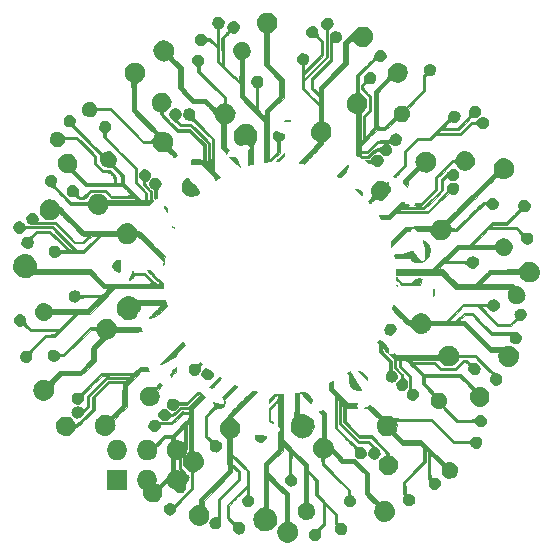
<source format=gbr>
G04 #@! TF.GenerationSoftware,KiCad,Pcbnew,(5.1.10)-1*
G04 #@! TF.CreationDate,2021-09-08T08:42:21-05:00*
G04 #@! TF.ProjectId,Bsides-KC-2021-SAO-Participant,42736964-6573-42d4-9b43-2d323032312d,rev?*
G04 #@! TF.SameCoordinates,Original*
G04 #@! TF.FileFunction,Copper,L1,Top*
G04 #@! TF.FilePolarity,Positive*
%FSLAX46Y46*%
G04 Gerber Fmt 4.6, Leading zero omitted, Abs format (unit mm)*
G04 Created by KiCad (PCBNEW (5.1.10)-1) date 2021-09-08 08:42:21*
%MOMM*%
%LPD*%
G01*
G04 APERTURE LIST*
G04 #@! TA.AperFunction,EtchedComponent*
%ADD10C,0.010000*%
G04 #@! TD*
G04 #@! TA.AperFunction,ComponentPad*
%ADD11C,1.727200*%
G04 #@! TD*
G04 #@! TA.AperFunction,ComponentPad*
%ADD12O,1.727200X1.727200*%
G04 #@! TD*
G04 #@! TA.AperFunction,ComponentPad*
%ADD13R,1.727200X1.727200*%
G04 #@! TD*
G04 #@! TA.AperFunction,ViaPad*
%ADD14C,0.600000*%
G04 #@! TD*
G04 #@! TA.AperFunction,ViaPad*
%ADD15C,1.300000*%
G04 #@! TD*
G04 APERTURE END LIST*
D10*
G04 #@! TO.C,G\u002A\u002A\u002A*
G36*
X108229852Y-62983132D02*
G01*
X108291726Y-62997678D01*
X108358143Y-63020151D01*
X108416666Y-63045405D01*
X108454854Y-63068294D01*
X108462880Y-63079529D01*
X108442891Y-63084079D01*
X108388086Y-63088461D01*
X108305979Y-63092268D01*
X108204088Y-63095094D01*
X108161255Y-63095833D01*
X108043251Y-63097381D01*
X107962241Y-63097522D01*
X107912892Y-63095490D01*
X107889870Y-63090518D01*
X107887840Y-63081840D01*
X107901469Y-63068689D01*
X107912620Y-63060096D01*
X108001021Y-63013195D01*
X108108298Y-62985117D01*
X108213266Y-62981000D01*
X108229852Y-62983132D01*
G37*
X108229852Y-62983132D02*
X108291726Y-62997678D01*
X108358143Y-63020151D01*
X108416666Y-63045405D01*
X108454854Y-63068294D01*
X108462880Y-63079529D01*
X108442891Y-63084079D01*
X108388086Y-63088461D01*
X108305979Y-63092268D01*
X108204088Y-63095094D01*
X108161255Y-63095833D01*
X108043251Y-63097381D01*
X107962241Y-63097522D01*
X107912892Y-63095490D01*
X107889870Y-63090518D01*
X107887840Y-63081840D01*
X107901469Y-63068689D01*
X107912620Y-63060096D01*
X108001021Y-63013195D01*
X108108298Y-62985117D01*
X108213266Y-62981000D01*
X108229852Y-62983132D01*
G36*
X97697481Y-56279672D02*
G01*
X97879051Y-56303151D01*
X98048680Y-56364525D01*
X98201154Y-56459891D01*
X98331255Y-56585347D01*
X98433768Y-56736992D01*
X98492304Y-56874220D01*
X98529415Y-57041841D01*
X98529609Y-57212123D01*
X98492760Y-57393232D01*
X98483945Y-57422102D01*
X98458607Y-57504750D01*
X98445920Y-57559338D01*
X98444953Y-57597900D01*
X98454775Y-57632472D01*
X98465761Y-57656945D01*
X98489693Y-57690228D01*
X98540041Y-57747966D01*
X98612424Y-57825564D01*
X98702464Y-57918428D01*
X98805782Y-58021964D01*
X98917998Y-58131577D01*
X98919896Y-58133407D01*
X99340247Y-58538675D01*
X99340247Y-60255495D01*
X99821957Y-60736864D01*
X100303668Y-61218234D01*
X101319811Y-61218234D01*
X101668821Y-61568915D01*
X101771341Y-61671240D01*
X101867115Y-61765553D01*
X101951072Y-61846958D01*
X102018139Y-61910562D01*
X102063246Y-61951472D01*
X102076452Y-61962234D01*
X102135074Y-62004872D01*
X102256369Y-61900015D01*
X102403355Y-61783180D01*
X102535186Y-61700794D01*
X102656704Y-61649996D01*
X102697868Y-61639111D01*
X102811580Y-61613664D01*
X102811580Y-61165166D01*
X100589080Y-58942968D01*
X100588847Y-58773559D01*
X100587058Y-58680809D01*
X100582558Y-58593778D01*
X100576277Y-58529803D01*
X100575506Y-58524848D01*
X100561162Y-58470322D01*
X100532341Y-58441370D01*
X100483686Y-58424352D01*
X100361454Y-58373262D01*
X100267745Y-58292772D01*
X100201574Y-58181521D01*
X100161958Y-58038153D01*
X100152993Y-57967950D01*
X100149541Y-57855663D01*
X100166616Y-57769856D01*
X100209547Y-57697497D01*
X100283663Y-57625553D01*
X100297710Y-57614063D01*
X100424227Y-57535996D01*
X100556720Y-57498046D01*
X100690167Y-57500203D01*
X100819545Y-57542454D01*
X100929383Y-57615628D01*
X101023431Y-57721423D01*
X101079749Y-57843965D01*
X101096615Y-57964538D01*
X101086722Y-58068250D01*
X101052694Y-58161294D01*
X100989554Y-58253520D01*
X100906052Y-58341734D01*
X100779580Y-58463203D01*
X100779580Y-58858000D01*
X102978210Y-61059484D01*
X103001016Y-61333880D01*
X103010684Y-61437544D01*
X103020874Y-61525522D01*
X103030469Y-61589429D01*
X103038352Y-61620878D01*
X103039410Y-61622364D01*
X103068055Y-61637014D01*
X103120576Y-61656418D01*
X103139664Y-61662525D01*
X103299224Y-61733119D01*
X103442258Y-61838818D01*
X103563529Y-61973930D01*
X103657801Y-62132760D01*
X103714141Y-62287150D01*
X103736306Y-62406548D01*
X103735340Y-62522558D01*
X103709596Y-62644572D01*
X103657427Y-62781984D01*
X103610021Y-62881142D01*
X103526480Y-63003577D01*
X103408017Y-63115834D01*
X103261783Y-63212450D01*
X103094925Y-63287964D01*
X103063421Y-63298838D01*
X103049646Y-63307187D01*
X103038067Y-63324646D01*
X103028498Y-63354579D01*
X103020754Y-63400352D01*
X103014650Y-63465329D01*
X103010001Y-63552876D01*
X103006620Y-63666357D01*
X103004323Y-63809137D01*
X103002925Y-63984583D01*
X103002240Y-64196057D01*
X103002080Y-64412725D01*
X103002080Y-65315309D01*
X103128173Y-65440085D01*
X103254265Y-65564862D01*
X103182287Y-65644533D01*
X103131775Y-65706146D01*
X103088829Y-65768049D01*
X103076817Y-65788969D01*
X103053140Y-65832207D01*
X103038991Y-65853322D01*
X103038200Y-65853734D01*
X103022288Y-65839579D01*
X102981941Y-65800627D01*
X102922529Y-65742142D01*
X102849422Y-65669388D01*
X102814204Y-65634116D01*
X102595334Y-65414498D01*
X102592168Y-64379991D01*
X102590996Y-64137335D01*
X102589076Y-63920249D01*
X102586467Y-63731331D01*
X102583227Y-63573177D01*
X102579414Y-63448386D01*
X102575086Y-63359555D01*
X102570302Y-63309282D01*
X102567999Y-63299896D01*
X102541076Y-63265332D01*
X102489775Y-63216875D01*
X102424709Y-63164460D01*
X102418207Y-63159643D01*
X102284489Y-63037076D01*
X102172229Y-62885186D01*
X102088772Y-62714562D01*
X102068749Y-62655770D01*
X102045735Y-62586350D01*
X102019227Y-62522912D01*
X101985558Y-62460575D01*
X101941063Y-62394460D01*
X101882074Y-62319688D01*
X101804927Y-62231380D01*
X101705954Y-62124656D01*
X101581492Y-61994637D01*
X101539139Y-61950879D01*
X101177679Y-61578067D01*
X100666421Y-61577893D01*
X100155164Y-61577720D01*
X98938080Y-60332696D01*
X98937260Y-59510756D01*
X98936439Y-58688817D01*
X98540385Y-58280937D01*
X98144330Y-57873058D01*
X97953979Y-57926396D01*
X97822573Y-57959954D01*
X97717969Y-57976572D01*
X97627800Y-57975363D01*
X97539694Y-57955438D01*
X97441284Y-57915907D01*
X97377249Y-57884969D01*
X97206195Y-57782966D01*
X97071576Y-57665145D01*
X96969149Y-57527421D01*
X96931171Y-57455183D01*
X96904101Y-57391948D01*
X96887224Y-57334031D01*
X96878227Y-57267863D01*
X96874796Y-57179874D01*
X96874444Y-57122484D01*
X96875622Y-57020225D01*
X96880904Y-56946845D01*
X96892719Y-56888923D01*
X96913492Y-56833037D01*
X96935119Y-56787015D01*
X97024021Y-56648161D01*
X97146292Y-56519288D01*
X97292997Y-56408913D01*
X97387591Y-56355821D01*
X97473517Y-56315507D01*
X97539601Y-56292102D01*
X97602726Y-56281458D01*
X97679776Y-56279425D01*
X97697481Y-56279672D01*
G37*
X97697481Y-56279672D02*
X97879051Y-56303151D01*
X98048680Y-56364525D01*
X98201154Y-56459891D01*
X98331255Y-56585347D01*
X98433768Y-56736992D01*
X98492304Y-56874220D01*
X98529415Y-57041841D01*
X98529609Y-57212123D01*
X98492760Y-57393232D01*
X98483945Y-57422102D01*
X98458607Y-57504750D01*
X98445920Y-57559338D01*
X98444953Y-57597900D01*
X98454775Y-57632472D01*
X98465761Y-57656945D01*
X98489693Y-57690228D01*
X98540041Y-57747966D01*
X98612424Y-57825564D01*
X98702464Y-57918428D01*
X98805782Y-58021964D01*
X98917998Y-58131577D01*
X98919896Y-58133407D01*
X99340247Y-58538675D01*
X99340247Y-60255495D01*
X99821957Y-60736864D01*
X100303668Y-61218234D01*
X101319811Y-61218234D01*
X101668821Y-61568915D01*
X101771341Y-61671240D01*
X101867115Y-61765553D01*
X101951072Y-61846958D01*
X102018139Y-61910562D01*
X102063246Y-61951472D01*
X102076452Y-61962234D01*
X102135074Y-62004872D01*
X102256369Y-61900015D01*
X102403355Y-61783180D01*
X102535186Y-61700794D01*
X102656704Y-61649996D01*
X102697868Y-61639111D01*
X102811580Y-61613664D01*
X102811580Y-61165166D01*
X100589080Y-58942968D01*
X100588847Y-58773559D01*
X100587058Y-58680809D01*
X100582558Y-58593778D01*
X100576277Y-58529803D01*
X100575506Y-58524848D01*
X100561162Y-58470322D01*
X100532341Y-58441370D01*
X100483686Y-58424352D01*
X100361454Y-58373262D01*
X100267745Y-58292772D01*
X100201574Y-58181521D01*
X100161958Y-58038153D01*
X100152993Y-57967950D01*
X100149541Y-57855663D01*
X100166616Y-57769856D01*
X100209547Y-57697497D01*
X100283663Y-57625553D01*
X100297710Y-57614063D01*
X100424227Y-57535996D01*
X100556720Y-57498046D01*
X100690167Y-57500203D01*
X100819545Y-57542454D01*
X100929383Y-57615628D01*
X101023431Y-57721423D01*
X101079749Y-57843965D01*
X101096615Y-57964538D01*
X101086722Y-58068250D01*
X101052694Y-58161294D01*
X100989554Y-58253520D01*
X100906052Y-58341734D01*
X100779580Y-58463203D01*
X100779580Y-58858000D01*
X102978210Y-61059484D01*
X103001016Y-61333880D01*
X103010684Y-61437544D01*
X103020874Y-61525522D01*
X103030469Y-61589429D01*
X103038352Y-61620878D01*
X103039410Y-61622364D01*
X103068055Y-61637014D01*
X103120576Y-61656418D01*
X103139664Y-61662525D01*
X103299224Y-61733119D01*
X103442258Y-61838818D01*
X103563529Y-61973930D01*
X103657801Y-62132760D01*
X103714141Y-62287150D01*
X103736306Y-62406548D01*
X103735340Y-62522558D01*
X103709596Y-62644572D01*
X103657427Y-62781984D01*
X103610021Y-62881142D01*
X103526480Y-63003577D01*
X103408017Y-63115834D01*
X103261783Y-63212450D01*
X103094925Y-63287964D01*
X103063421Y-63298838D01*
X103049646Y-63307187D01*
X103038067Y-63324646D01*
X103028498Y-63354579D01*
X103020754Y-63400352D01*
X103014650Y-63465329D01*
X103010001Y-63552876D01*
X103006620Y-63666357D01*
X103004323Y-63809137D01*
X103002925Y-63984583D01*
X103002240Y-64196057D01*
X103002080Y-64412725D01*
X103002080Y-65315309D01*
X103128173Y-65440085D01*
X103254265Y-65564862D01*
X103182287Y-65644533D01*
X103131775Y-65706146D01*
X103088829Y-65768049D01*
X103076817Y-65788969D01*
X103053140Y-65832207D01*
X103038991Y-65853322D01*
X103038200Y-65853734D01*
X103022288Y-65839579D01*
X102981941Y-65800627D01*
X102922529Y-65742142D01*
X102849422Y-65669388D01*
X102814204Y-65634116D01*
X102595334Y-65414498D01*
X102592168Y-64379991D01*
X102590996Y-64137335D01*
X102589076Y-63920249D01*
X102586467Y-63731331D01*
X102583227Y-63573177D01*
X102579414Y-63448386D01*
X102575086Y-63359555D01*
X102570302Y-63309282D01*
X102567999Y-63299896D01*
X102541076Y-63265332D01*
X102489775Y-63216875D01*
X102424709Y-63164460D01*
X102418207Y-63159643D01*
X102284489Y-63037076D01*
X102172229Y-62885186D01*
X102088772Y-62714562D01*
X102068749Y-62655770D01*
X102045735Y-62586350D01*
X102019227Y-62522912D01*
X101985558Y-62460575D01*
X101941063Y-62394460D01*
X101882074Y-62319688D01*
X101804927Y-62231380D01*
X101705954Y-62124656D01*
X101581492Y-61994637D01*
X101539139Y-61950879D01*
X101177679Y-61578067D01*
X100666421Y-61577893D01*
X100155164Y-61577720D01*
X98938080Y-60332696D01*
X98937260Y-59510756D01*
X98936439Y-58688817D01*
X98540385Y-58280937D01*
X98144330Y-57873058D01*
X97953979Y-57926396D01*
X97822573Y-57959954D01*
X97717969Y-57976572D01*
X97627800Y-57975363D01*
X97539694Y-57955438D01*
X97441284Y-57915907D01*
X97377249Y-57884969D01*
X97206195Y-57782966D01*
X97071576Y-57665145D01*
X96969149Y-57527421D01*
X96931171Y-57455183D01*
X96904101Y-57391948D01*
X96887224Y-57334031D01*
X96878227Y-57267863D01*
X96874796Y-57179874D01*
X96874444Y-57122484D01*
X96875622Y-57020225D01*
X96880904Y-56946845D01*
X96892719Y-56888923D01*
X96913492Y-56833037D01*
X96935119Y-56787015D01*
X97024021Y-56648161D01*
X97146292Y-56519288D01*
X97292997Y-56408913D01*
X97387591Y-56355821D01*
X97473517Y-56315507D01*
X97539601Y-56292102D01*
X97602726Y-56281458D01*
X97679776Y-56279425D01*
X97697481Y-56279672D01*
G36*
X95333192Y-58155267D02*
G01*
X95511270Y-58188252D01*
X95671094Y-58255795D01*
X95809869Y-58353047D01*
X95924802Y-58475158D01*
X96013097Y-58617276D01*
X96071960Y-58774550D01*
X96098595Y-58942132D01*
X96090208Y-59115169D01*
X96044005Y-59288811D01*
X96019504Y-59346443D01*
X95929340Y-59494990D01*
X95807013Y-59621545D01*
X95649415Y-59729060D01*
X95576076Y-59767263D01*
X95403247Y-59850876D01*
X95403247Y-60626424D01*
X95403651Y-60822404D01*
X95404799Y-61021287D01*
X95406593Y-61215093D01*
X95408934Y-61395844D01*
X95411723Y-61555561D01*
X95414864Y-61686265D01*
X95417114Y-61753582D01*
X95430981Y-62105192D01*
X96359097Y-63053421D01*
X97287212Y-64001650D01*
X97546438Y-64015124D01*
X97716956Y-64029302D01*
X97855466Y-64054025D01*
X97971590Y-64092160D01*
X98074953Y-64146572D01*
X98139531Y-64191779D01*
X98265318Y-64313534D01*
X98357509Y-64460749D01*
X98415797Y-64632729D01*
X98439872Y-64828779D01*
X98440554Y-64869796D01*
X98438438Y-64972988D01*
X98429876Y-65051147D01*
X98411759Y-65121445D01*
X98380974Y-65201049D01*
X98380220Y-65202825D01*
X98319777Y-65345042D01*
X98606592Y-65643922D01*
X98893406Y-65942801D01*
X98764903Y-66062309D01*
X98704218Y-66117951D01*
X98655441Y-66161198D01*
X98626728Y-66184871D01*
X98623128Y-66187132D01*
X98604804Y-66174508D01*
X98561469Y-66136198D01*
X98497856Y-66076644D01*
X98418693Y-66000288D01*
X98328712Y-65911571D01*
X98313594Y-65896493D01*
X98017330Y-65600539D01*
X97883153Y-65642470D01*
X97701925Y-65678511D01*
X97522588Y-65675751D01*
X97350513Y-65636968D01*
X97191070Y-65564941D01*
X97049633Y-65462451D01*
X96931572Y-65332276D01*
X96842259Y-65177197D01*
X96808594Y-65086442D01*
X96771349Y-64964734D01*
X95985209Y-64964734D01*
X94598914Y-63578317D01*
X93212618Y-62191900D01*
X92625182Y-62191900D01*
X92444014Y-62192315D01*
X92301463Y-62193671D01*
X92193820Y-62196134D01*
X92117376Y-62199873D01*
X92068420Y-62205054D01*
X92043245Y-62211844D01*
X92037730Y-62218359D01*
X92025377Y-62270433D01*
X91993164Y-62342627D01*
X91948294Y-62422504D01*
X91897967Y-62497628D01*
X91849383Y-62555561D01*
X91834710Y-62568994D01*
X91709455Y-62646103D01*
X91566686Y-62690553D01*
X91415710Y-62702435D01*
X91265837Y-62681841D01*
X91126375Y-62628862D01*
X91026015Y-62561060D01*
X90924368Y-62447008D01*
X90857183Y-62309202D01*
X90825316Y-62149633D01*
X90822664Y-62088738D01*
X90834803Y-61939558D01*
X90876011Y-61815235D01*
X90950256Y-61706539D01*
X91014110Y-61643395D01*
X91135441Y-61559647D01*
X91272602Y-61510545D01*
X91432583Y-61493649D01*
X91443559Y-61493607D01*
X91600678Y-61512881D01*
X91738631Y-61569647D01*
X91856207Y-61663058D01*
X91952195Y-61792270D01*
X91995800Y-61879331D01*
X92048330Y-62000678D01*
X92665327Y-62001039D01*
X93282323Y-62001400D01*
X94647127Y-63377234D01*
X96011931Y-64753067D01*
X96362024Y-64753067D01*
X96481537Y-64752317D01*
X96587691Y-64750244D01*
X96672601Y-64747113D01*
X96728385Y-64743186D01*
X96745599Y-64740219D01*
X96774083Y-64710698D01*
X96779080Y-64688317D01*
X96788342Y-64654457D01*
X96813457Y-64592504D01*
X96850418Y-64511752D01*
X96888377Y-64434838D01*
X96997675Y-64220413D01*
X96009961Y-63232531D01*
X95022247Y-62244650D01*
X95020137Y-61069983D01*
X95019488Y-60849443D01*
X95018387Y-60640557D01*
X95016888Y-60447355D01*
X95015044Y-60273866D01*
X95012911Y-60124119D01*
X95010542Y-60002146D01*
X95007991Y-59911975D01*
X95005314Y-59857636D01*
X95003632Y-59843774D01*
X94972108Y-59796833D01*
X94908218Y-59749808D01*
X94894617Y-59742321D01*
X94770628Y-59657423D01*
X94653071Y-59540248D01*
X94551360Y-59400748D01*
X94520076Y-59346309D01*
X94484242Y-59277404D01*
X94461125Y-59223387D01*
X94447941Y-59171305D01*
X94441905Y-59108208D01*
X94440234Y-59021142D01*
X94440164Y-58974567D01*
X94441025Y-58872173D01*
X94445210Y-58799598D01*
X94455118Y-58744339D01*
X94473148Y-58693891D01*
X94501700Y-58635750D01*
X94507184Y-58625317D01*
X94613326Y-58466070D01*
X94745756Y-58336392D01*
X94899505Y-58239112D01*
X95069604Y-58177056D01*
X95251086Y-58153052D01*
X95333192Y-58155267D01*
G37*
X95333192Y-58155267D02*
X95511270Y-58188252D01*
X95671094Y-58255795D01*
X95809869Y-58353047D01*
X95924802Y-58475158D01*
X96013097Y-58617276D01*
X96071960Y-58774550D01*
X96098595Y-58942132D01*
X96090208Y-59115169D01*
X96044005Y-59288811D01*
X96019504Y-59346443D01*
X95929340Y-59494990D01*
X95807013Y-59621545D01*
X95649415Y-59729060D01*
X95576076Y-59767263D01*
X95403247Y-59850876D01*
X95403247Y-60626424D01*
X95403651Y-60822404D01*
X95404799Y-61021287D01*
X95406593Y-61215093D01*
X95408934Y-61395844D01*
X95411723Y-61555561D01*
X95414864Y-61686265D01*
X95417114Y-61753582D01*
X95430981Y-62105192D01*
X96359097Y-63053421D01*
X97287212Y-64001650D01*
X97546438Y-64015124D01*
X97716956Y-64029302D01*
X97855466Y-64054025D01*
X97971590Y-64092160D01*
X98074953Y-64146572D01*
X98139531Y-64191779D01*
X98265318Y-64313534D01*
X98357509Y-64460749D01*
X98415797Y-64632729D01*
X98439872Y-64828779D01*
X98440554Y-64869796D01*
X98438438Y-64972988D01*
X98429876Y-65051147D01*
X98411759Y-65121445D01*
X98380974Y-65201049D01*
X98380220Y-65202825D01*
X98319777Y-65345042D01*
X98606592Y-65643922D01*
X98893406Y-65942801D01*
X98764903Y-66062309D01*
X98704218Y-66117951D01*
X98655441Y-66161198D01*
X98626728Y-66184871D01*
X98623128Y-66187132D01*
X98604804Y-66174508D01*
X98561469Y-66136198D01*
X98497856Y-66076644D01*
X98418693Y-66000288D01*
X98328712Y-65911571D01*
X98313594Y-65896493D01*
X98017330Y-65600539D01*
X97883153Y-65642470D01*
X97701925Y-65678511D01*
X97522588Y-65675751D01*
X97350513Y-65636968D01*
X97191070Y-65564941D01*
X97049633Y-65462451D01*
X96931572Y-65332276D01*
X96842259Y-65177197D01*
X96808594Y-65086442D01*
X96771349Y-64964734D01*
X95985209Y-64964734D01*
X94598914Y-63578317D01*
X93212618Y-62191900D01*
X92625182Y-62191900D01*
X92444014Y-62192315D01*
X92301463Y-62193671D01*
X92193820Y-62196134D01*
X92117376Y-62199873D01*
X92068420Y-62205054D01*
X92043245Y-62211844D01*
X92037730Y-62218359D01*
X92025377Y-62270433D01*
X91993164Y-62342627D01*
X91948294Y-62422504D01*
X91897967Y-62497628D01*
X91849383Y-62555561D01*
X91834710Y-62568994D01*
X91709455Y-62646103D01*
X91566686Y-62690553D01*
X91415710Y-62702435D01*
X91265837Y-62681841D01*
X91126375Y-62628862D01*
X91026015Y-62561060D01*
X90924368Y-62447008D01*
X90857183Y-62309202D01*
X90825316Y-62149633D01*
X90822664Y-62088738D01*
X90834803Y-61939558D01*
X90876011Y-61815235D01*
X90950256Y-61706539D01*
X91014110Y-61643395D01*
X91135441Y-61559647D01*
X91272602Y-61510545D01*
X91432583Y-61493649D01*
X91443559Y-61493607D01*
X91600678Y-61512881D01*
X91738631Y-61569647D01*
X91856207Y-61663058D01*
X91952195Y-61792270D01*
X91995800Y-61879331D01*
X92048330Y-62000678D01*
X92665327Y-62001039D01*
X93282323Y-62001400D01*
X94647127Y-63377234D01*
X96011931Y-64753067D01*
X96362024Y-64753067D01*
X96481537Y-64752317D01*
X96587691Y-64750244D01*
X96672601Y-64747113D01*
X96728385Y-64743186D01*
X96745599Y-64740219D01*
X96774083Y-64710698D01*
X96779080Y-64688317D01*
X96788342Y-64654457D01*
X96813457Y-64592504D01*
X96850418Y-64511752D01*
X96888377Y-64434838D01*
X96997675Y-64220413D01*
X96009961Y-63232531D01*
X95022247Y-62244650D01*
X95020137Y-61069983D01*
X95019488Y-60849443D01*
X95018387Y-60640557D01*
X95016888Y-60447355D01*
X95015044Y-60273866D01*
X95012911Y-60124119D01*
X95010542Y-60002146D01*
X95007991Y-59911975D01*
X95005314Y-59857636D01*
X95003632Y-59843774D01*
X94972108Y-59796833D01*
X94908218Y-59749808D01*
X94894617Y-59742321D01*
X94770628Y-59657423D01*
X94653071Y-59540248D01*
X94551360Y-59400748D01*
X94520076Y-59346309D01*
X94484242Y-59277404D01*
X94461125Y-59223387D01*
X94447941Y-59171305D01*
X94441905Y-59108208D01*
X94440234Y-59021142D01*
X94440164Y-58974567D01*
X94441025Y-58872173D01*
X94445210Y-58799598D01*
X94455118Y-58744339D01*
X94473148Y-58693891D01*
X94501700Y-58635750D01*
X94507184Y-58625317D01*
X94613326Y-58466070D01*
X94745756Y-58336392D01*
X94899505Y-58239112D01*
X95069604Y-58177056D01*
X95251086Y-58153052D01*
X95333192Y-58155267D01*
G36*
X116160301Y-57109458D02*
G01*
X116283850Y-57160988D01*
X116387427Y-57240269D01*
X116463995Y-57342043D01*
X116504302Y-57449940D01*
X116524418Y-57578795D01*
X116520945Y-57681445D01*
X116491694Y-57768211D01*
X116434478Y-57849413D01*
X116415157Y-57870463D01*
X116299160Y-57963715D01*
X116168542Y-58018328D01*
X116027315Y-58033673D01*
X115879494Y-58009120D01*
X115778986Y-57970142D01*
X115654809Y-57910823D01*
X114948195Y-58617202D01*
X114241580Y-59323580D01*
X114241580Y-60764041D01*
X114409455Y-60844509D01*
X114578068Y-60945775D01*
X114712859Y-61072072D01*
X114814880Y-61224424D01*
X114830436Y-61255951D01*
X114856767Y-61316904D01*
X114873491Y-61372426D01*
X114882718Y-61435293D01*
X114886555Y-61518279D01*
X114887164Y-61599679D01*
X114886259Y-61702621D01*
X114881879Y-61776326D01*
X114871527Y-61833876D01*
X114852705Y-61888355D01*
X114822914Y-61952848D01*
X114817725Y-61963424D01*
X114735756Y-62093338D01*
X114625836Y-62215659D01*
X114501733Y-62315625D01*
X114471620Y-62334501D01*
X114410914Y-62370361D01*
X114411784Y-64848317D01*
X114505786Y-64742484D01*
X114599787Y-64636650D01*
X114600600Y-63652055D01*
X114601414Y-62667460D01*
X114844830Y-62424734D01*
X115088247Y-62182007D01*
X115088247Y-61045257D01*
X114758646Y-60703120D01*
X114429044Y-60360984D01*
X114442658Y-60233984D01*
X114477750Y-60069826D01*
X114544147Y-59927996D01*
X114610539Y-59842400D01*
X114672966Y-59770788D01*
X114708205Y-59708808D01*
X114721661Y-59640530D01*
X114718741Y-59550025D01*
X114716808Y-59529271D01*
X114713657Y-59387461D01*
X114737188Y-59270690D01*
X114790271Y-59168996D01*
X114837205Y-59111393D01*
X114942989Y-59024531D01*
X115062250Y-58972969D01*
X115187679Y-58955812D01*
X115311970Y-58972165D01*
X115427814Y-59021133D01*
X115527904Y-59101822D01*
X115600602Y-59204852D01*
X115649877Y-59340194D01*
X115658153Y-59474927D01*
X115626104Y-59604081D01*
X115554400Y-59722687D01*
X115526382Y-59754297D01*
X115413286Y-59847642D01*
X115290611Y-59900239D01*
X115155486Y-59912899D01*
X115032303Y-59893779D01*
X114958998Y-59876423D01*
X114912853Y-59870687D01*
X114880134Y-59877254D01*
X114847105Y-59896808D01*
X114837677Y-59903458D01*
X114767048Y-59967167D01*
X114699826Y-60049851D01*
X114650650Y-60132935D01*
X114643597Y-60149712D01*
X114634324Y-60197205D01*
X114643060Y-60250508D01*
X114672310Y-60313478D01*
X114724580Y-60389971D01*
X114802375Y-60483844D01*
X114908201Y-60598952D01*
X114991601Y-60685346D01*
X115278747Y-60978891D01*
X115278747Y-62266674D01*
X115035330Y-62509400D01*
X114791914Y-62752126D01*
X114791914Y-64441528D01*
X115182464Y-64041672D01*
X115573015Y-63641817D01*
X115574706Y-62096650D01*
X115576398Y-60551484D01*
X116062761Y-60054067D01*
X116185274Y-59928411D01*
X116302802Y-59807197D01*
X116410851Y-59695108D01*
X116504932Y-59596826D01*
X116580551Y-59517036D01*
X116633218Y-59460421D01*
X116649477Y-59442339D01*
X116749830Y-59328028D01*
X116749830Y-59040172D01*
X116750558Y-58919870D01*
X116753551Y-58832211D01*
X116760022Y-58767519D01*
X116771182Y-58716116D01*
X116788245Y-58668326D01*
X116799732Y-58641959D01*
X116877516Y-58516977D01*
X116988157Y-58404403D01*
X117122584Y-58310782D01*
X117271729Y-58242656D01*
X117397610Y-58210575D01*
X117534511Y-58202637D01*
X117685053Y-58216698D01*
X117828494Y-58250061D01*
X117896199Y-58275376D01*
X118029345Y-58356209D01*
X118138011Y-58466393D01*
X118220694Y-58599721D01*
X118275889Y-58749988D01*
X118302092Y-58910987D01*
X118297798Y-59076513D01*
X118261504Y-59240360D01*
X118191704Y-59396322D01*
X118174693Y-59424295D01*
X118068601Y-59553083D01*
X117935262Y-59654818D01*
X117782577Y-59726046D01*
X117618447Y-59763313D01*
X117450773Y-59763162D01*
X117412752Y-59757509D01*
X117283261Y-59724158D01*
X117152852Y-59672963D01*
X117040835Y-59611817D01*
X117018848Y-59596549D01*
X117003699Y-59586591D01*
X116988171Y-59582550D01*
X116968510Y-59587453D01*
X116940963Y-59604324D01*
X116901776Y-59636190D01*
X116847198Y-59686076D01*
X116773475Y-59757009D01*
X116676853Y-59852014D01*
X116566855Y-59960957D01*
X116450135Y-60077408D01*
X116335085Y-60193543D01*
X116227702Y-60303206D01*
X116133987Y-60400241D01*
X116059939Y-60478492D01*
X116020435Y-60521691D01*
X115877526Y-60682399D01*
X115861976Y-61070375D01*
X115859123Y-61172048D01*
X115857099Y-61309794D01*
X115855905Y-61477359D01*
X115855541Y-61668493D01*
X115856008Y-61876941D01*
X115857306Y-62096452D01*
X115859436Y-62320773D01*
X115861899Y-62510493D01*
X115877371Y-63562635D01*
X116123101Y-63573222D01*
X116368830Y-63583809D01*
X116794148Y-63161227D01*
X117219466Y-62738646D01*
X117210032Y-62534065D01*
X117212108Y-62369044D01*
X117236963Y-62232721D01*
X117287326Y-62116511D01*
X117365927Y-62011827D01*
X117381164Y-61995719D01*
X117511867Y-61889220D01*
X117657517Y-61821711D01*
X117815179Y-61793808D01*
X117981918Y-61806131D01*
X118110945Y-61842063D01*
X118265560Y-61898371D01*
X118788278Y-61390513D01*
X118921424Y-61260914D01*
X119053551Y-61131864D01*
X119179352Y-61008581D01*
X119293520Y-60896279D01*
X119390749Y-60800174D01*
X119465731Y-60725481D01*
X119495086Y-60695903D01*
X119679175Y-60509150D01*
X119685586Y-59881120D01*
X119691997Y-59253091D01*
X119763410Y-59151824D01*
X119834823Y-59050558D01*
X119800347Y-58954354D01*
X119771693Y-58825499D01*
X119772666Y-58692653D01*
X119801271Y-58566956D01*
X119855514Y-58459545D01*
X119897792Y-58410151D01*
X119995504Y-58333164D01*
X120095967Y-58290550D01*
X120214269Y-58276185D01*
X120228279Y-58276067D01*
X120373279Y-58294992D01*
X120498070Y-58349181D01*
X120598514Y-58434756D01*
X120670476Y-58547837D01*
X120709821Y-58684548D01*
X120714827Y-58732336D01*
X120707496Y-58869837D01*
X120665015Y-58985652D01*
X120585287Y-59084543D01*
X120544781Y-59118679D01*
X120412979Y-59196987D01*
X120275646Y-59234613D01*
X120135822Y-59230796D01*
X120114208Y-59226465D01*
X120045889Y-59212707D01*
X120004497Y-59211138D01*
X119975994Y-59223274D01*
X119953063Y-59243843D01*
X119931104Y-59271020D01*
X119913489Y-59307025D01*
X119899754Y-59356432D01*
X119889433Y-59423815D01*
X119882063Y-59513746D01*
X119877178Y-59630798D01*
X119874313Y-59779546D01*
X119873003Y-59964562D01*
X119872835Y-60033015D01*
X119871914Y-60594047D01*
X119143837Y-61321894D01*
X118415761Y-62049741D01*
X118458300Y-62168446D01*
X118495127Y-62318892D01*
X118503419Y-62475494D01*
X118483387Y-62624460D01*
X118449818Y-62723062D01*
X118362724Y-62868023D01*
X118251491Y-62979990D01*
X118120029Y-63057678D01*
X117972248Y-63099799D01*
X117812057Y-63105068D01*
X117643365Y-63072200D01*
X117525256Y-63027162D01*
X117408584Y-62973748D01*
X116961665Y-63418908D01*
X116514746Y-63864067D01*
X115774553Y-63864067D01*
X115159131Y-64483192D01*
X115023403Y-64620371D01*
X114894788Y-64751570D01*
X114776887Y-64873027D01*
X114673300Y-64980982D01*
X114587629Y-65071672D01*
X114523472Y-65141337D01*
X114484432Y-65186216D01*
X114477311Y-65195451D01*
X114442070Y-65249272D01*
X114422062Y-65297076D01*
X114413081Y-65354625D01*
X114410918Y-65437681D01*
X114410914Y-65444159D01*
X114410914Y-65599734D01*
X114970509Y-65599734D01*
X115394503Y-65178802D01*
X115818497Y-64757871D01*
X116294747Y-64747347D01*
X116434355Y-64743638D01*
X116561134Y-64739088D01*
X116668474Y-64734031D01*
X116749768Y-64728798D01*
X116798407Y-64723722D01*
X116808039Y-64721514D01*
X116838121Y-64686789D01*
X116845080Y-64637766D01*
X116854565Y-64583612D01*
X116879338Y-64509340D01*
X116911340Y-64436731D01*
X116964108Y-64345690D01*
X117021048Y-64281856D01*
X117072172Y-64244158D01*
X117207403Y-64179138D01*
X117340385Y-64153051D01*
X117466014Y-64163166D01*
X117579189Y-64206753D01*
X117674806Y-64281082D01*
X117747763Y-64383422D01*
X117792957Y-64511043D01*
X117805732Y-64636650D01*
X117788541Y-64785337D01*
X117738425Y-64911245D01*
X117657570Y-65011168D01*
X117548163Y-65081899D01*
X117486815Y-65104346D01*
X117388659Y-65123971D01*
X117296651Y-65120264D01*
X117198894Y-65091097D01*
X117083489Y-65034343D01*
X117077914Y-65031232D01*
X116940330Y-64954150D01*
X115877168Y-64940970D01*
X115466832Y-65365595D01*
X115056497Y-65790221D01*
X114733705Y-65790227D01*
X114410914Y-65790234D01*
X114410914Y-66023067D01*
X115049143Y-66023067D01*
X115317142Y-65756426D01*
X115408200Y-65667490D01*
X115493425Y-65587302D01*
X115566575Y-65521504D01*
X115621414Y-65475734D01*
X115648166Y-65457193D01*
X115700713Y-65439262D01*
X115779026Y-65423051D01*
X115866569Y-65411950D01*
X115870456Y-65411626D01*
X115952799Y-65403690D01*
X116003407Y-65393810D01*
X116032831Y-65378014D01*
X116051618Y-65352330D01*
X116057119Y-65341351D01*
X116112028Y-65260396D01*
X116193382Y-65181122D01*
X116286989Y-65117071D01*
X116298640Y-65110914D01*
X116433618Y-65062549D01*
X116564643Y-65053184D01*
X116686423Y-65079509D01*
X116793666Y-65138212D01*
X116881079Y-65225980D01*
X116943373Y-65339503D01*
X116975254Y-65475470D01*
X116978306Y-65536234D01*
X116962242Y-65679570D01*
X116912723Y-65799092D01*
X116827753Y-65899310D01*
X116811695Y-65913065D01*
X116697493Y-65981916D01*
X116572728Y-66013828D01*
X116444493Y-66010339D01*
X116319881Y-65972986D01*
X116205984Y-65903306D01*
X116109896Y-65802836D01*
X116077832Y-65754021D01*
X116032930Y-65683754D01*
X115994789Y-65643072D01*
X115953657Y-65622583D01*
X115937198Y-65618534D01*
X115876986Y-65612816D01*
X115815628Y-65622389D01*
X115749204Y-65649955D01*
X115673797Y-65698214D01*
X115585489Y-65769867D01*
X115480360Y-65867614D01*
X115354492Y-65994158D01*
X115280683Y-66071040D01*
X115145037Y-66213567D01*
X114793850Y-66213427D01*
X114662170Y-66212950D01*
X114565642Y-66211138D01*
X114497090Y-66207239D01*
X114449338Y-66200501D01*
X114415208Y-66190171D01*
X114387525Y-66175499D01*
X114379164Y-66169974D01*
X114328172Y-66138457D01*
X114254859Y-66097020D01*
X114174857Y-66054492D01*
X114172789Y-66053431D01*
X114029914Y-65980201D01*
X114029914Y-62453903D01*
X113918789Y-62426088D01*
X113727023Y-62359591D01*
X113562950Y-62264612D01*
X113428879Y-62144100D01*
X113327119Y-62001002D01*
X113259979Y-61838267D01*
X113229767Y-61658844D01*
X113230167Y-61546839D01*
X113262098Y-61363850D01*
X113331498Y-61196744D01*
X113435305Y-61049187D01*
X113570458Y-60924846D01*
X113733893Y-60827387D01*
X113876455Y-60773155D01*
X114029914Y-60727277D01*
X114029914Y-59265244D01*
X114733705Y-58552834D01*
X114878098Y-58406111D01*
X115015067Y-58265857D01*
X115141357Y-58135480D01*
X115253714Y-58018389D01*
X115348881Y-57917994D01*
X115423603Y-57837705D01*
X115474627Y-57780931D01*
X115497577Y-57752781D01*
X115546613Y-57655877D01*
X115573741Y-57535313D01*
X115574424Y-57529940D01*
X115597820Y-57406730D01*
X115636577Y-57312279D01*
X115696284Y-57234156D01*
X115716065Y-57214858D01*
X115822718Y-57137229D01*
X115937962Y-57097886D01*
X116023821Y-57090940D01*
X116160301Y-57109458D01*
G37*
X116160301Y-57109458D02*
X116283850Y-57160988D01*
X116387427Y-57240269D01*
X116463995Y-57342043D01*
X116504302Y-57449940D01*
X116524418Y-57578795D01*
X116520945Y-57681445D01*
X116491694Y-57768211D01*
X116434478Y-57849413D01*
X116415157Y-57870463D01*
X116299160Y-57963715D01*
X116168542Y-58018328D01*
X116027315Y-58033673D01*
X115879494Y-58009120D01*
X115778986Y-57970142D01*
X115654809Y-57910823D01*
X114948195Y-58617202D01*
X114241580Y-59323580D01*
X114241580Y-60764041D01*
X114409455Y-60844509D01*
X114578068Y-60945775D01*
X114712859Y-61072072D01*
X114814880Y-61224424D01*
X114830436Y-61255951D01*
X114856767Y-61316904D01*
X114873491Y-61372426D01*
X114882718Y-61435293D01*
X114886555Y-61518279D01*
X114887164Y-61599679D01*
X114886259Y-61702621D01*
X114881879Y-61776326D01*
X114871527Y-61833876D01*
X114852705Y-61888355D01*
X114822914Y-61952848D01*
X114817725Y-61963424D01*
X114735756Y-62093338D01*
X114625836Y-62215659D01*
X114501733Y-62315625D01*
X114471620Y-62334501D01*
X114410914Y-62370361D01*
X114411784Y-64848317D01*
X114505786Y-64742484D01*
X114599787Y-64636650D01*
X114600600Y-63652055D01*
X114601414Y-62667460D01*
X114844830Y-62424734D01*
X115088247Y-62182007D01*
X115088247Y-61045257D01*
X114758646Y-60703120D01*
X114429044Y-60360984D01*
X114442658Y-60233984D01*
X114477750Y-60069826D01*
X114544147Y-59927996D01*
X114610539Y-59842400D01*
X114672966Y-59770788D01*
X114708205Y-59708808D01*
X114721661Y-59640530D01*
X114718741Y-59550025D01*
X114716808Y-59529271D01*
X114713657Y-59387461D01*
X114737188Y-59270690D01*
X114790271Y-59168996D01*
X114837205Y-59111393D01*
X114942989Y-59024531D01*
X115062250Y-58972969D01*
X115187679Y-58955812D01*
X115311970Y-58972165D01*
X115427814Y-59021133D01*
X115527904Y-59101822D01*
X115600602Y-59204852D01*
X115649877Y-59340194D01*
X115658153Y-59474927D01*
X115626104Y-59604081D01*
X115554400Y-59722687D01*
X115526382Y-59754297D01*
X115413286Y-59847642D01*
X115290611Y-59900239D01*
X115155486Y-59912899D01*
X115032303Y-59893779D01*
X114958998Y-59876423D01*
X114912853Y-59870687D01*
X114880134Y-59877254D01*
X114847105Y-59896808D01*
X114837677Y-59903458D01*
X114767048Y-59967167D01*
X114699826Y-60049851D01*
X114650650Y-60132935D01*
X114643597Y-60149712D01*
X114634324Y-60197205D01*
X114643060Y-60250508D01*
X114672310Y-60313478D01*
X114724580Y-60389971D01*
X114802375Y-60483844D01*
X114908201Y-60598952D01*
X114991601Y-60685346D01*
X115278747Y-60978891D01*
X115278747Y-62266674D01*
X115035330Y-62509400D01*
X114791914Y-62752126D01*
X114791914Y-64441528D01*
X115182464Y-64041672D01*
X115573015Y-63641817D01*
X115574706Y-62096650D01*
X115576398Y-60551484D01*
X116062761Y-60054067D01*
X116185274Y-59928411D01*
X116302802Y-59807197D01*
X116410851Y-59695108D01*
X116504932Y-59596826D01*
X116580551Y-59517036D01*
X116633218Y-59460421D01*
X116649477Y-59442339D01*
X116749830Y-59328028D01*
X116749830Y-59040172D01*
X116750558Y-58919870D01*
X116753551Y-58832211D01*
X116760022Y-58767519D01*
X116771182Y-58716116D01*
X116788245Y-58668326D01*
X116799732Y-58641959D01*
X116877516Y-58516977D01*
X116988157Y-58404403D01*
X117122584Y-58310782D01*
X117271729Y-58242656D01*
X117397610Y-58210575D01*
X117534511Y-58202637D01*
X117685053Y-58216698D01*
X117828494Y-58250061D01*
X117896199Y-58275376D01*
X118029345Y-58356209D01*
X118138011Y-58466393D01*
X118220694Y-58599721D01*
X118275889Y-58749988D01*
X118302092Y-58910987D01*
X118297798Y-59076513D01*
X118261504Y-59240360D01*
X118191704Y-59396322D01*
X118174693Y-59424295D01*
X118068601Y-59553083D01*
X117935262Y-59654818D01*
X117782577Y-59726046D01*
X117618447Y-59763313D01*
X117450773Y-59763162D01*
X117412752Y-59757509D01*
X117283261Y-59724158D01*
X117152852Y-59672963D01*
X117040835Y-59611817D01*
X117018848Y-59596549D01*
X117003699Y-59586591D01*
X116988171Y-59582550D01*
X116968510Y-59587453D01*
X116940963Y-59604324D01*
X116901776Y-59636190D01*
X116847198Y-59686076D01*
X116773475Y-59757009D01*
X116676853Y-59852014D01*
X116566855Y-59960957D01*
X116450135Y-60077408D01*
X116335085Y-60193543D01*
X116227702Y-60303206D01*
X116133987Y-60400241D01*
X116059939Y-60478492D01*
X116020435Y-60521691D01*
X115877526Y-60682399D01*
X115861976Y-61070375D01*
X115859123Y-61172048D01*
X115857099Y-61309794D01*
X115855905Y-61477359D01*
X115855541Y-61668493D01*
X115856008Y-61876941D01*
X115857306Y-62096452D01*
X115859436Y-62320773D01*
X115861899Y-62510493D01*
X115877371Y-63562635D01*
X116123101Y-63573222D01*
X116368830Y-63583809D01*
X116794148Y-63161227D01*
X117219466Y-62738646D01*
X117210032Y-62534065D01*
X117212108Y-62369044D01*
X117236963Y-62232721D01*
X117287326Y-62116511D01*
X117365927Y-62011827D01*
X117381164Y-61995719D01*
X117511867Y-61889220D01*
X117657517Y-61821711D01*
X117815179Y-61793808D01*
X117981918Y-61806131D01*
X118110945Y-61842063D01*
X118265560Y-61898371D01*
X118788278Y-61390513D01*
X118921424Y-61260914D01*
X119053551Y-61131864D01*
X119179352Y-61008581D01*
X119293520Y-60896279D01*
X119390749Y-60800174D01*
X119465731Y-60725481D01*
X119495086Y-60695903D01*
X119679175Y-60509150D01*
X119685586Y-59881120D01*
X119691997Y-59253091D01*
X119763410Y-59151824D01*
X119834823Y-59050558D01*
X119800347Y-58954354D01*
X119771693Y-58825499D01*
X119772666Y-58692653D01*
X119801271Y-58566956D01*
X119855514Y-58459545D01*
X119897792Y-58410151D01*
X119995504Y-58333164D01*
X120095967Y-58290550D01*
X120214269Y-58276185D01*
X120228279Y-58276067D01*
X120373279Y-58294992D01*
X120498070Y-58349181D01*
X120598514Y-58434756D01*
X120670476Y-58547837D01*
X120709821Y-58684548D01*
X120714827Y-58732336D01*
X120707496Y-58869837D01*
X120665015Y-58985652D01*
X120585287Y-59084543D01*
X120544781Y-59118679D01*
X120412979Y-59196987D01*
X120275646Y-59234613D01*
X120135822Y-59230796D01*
X120114208Y-59226465D01*
X120045889Y-59212707D01*
X120004497Y-59211138D01*
X119975994Y-59223274D01*
X119953063Y-59243843D01*
X119931104Y-59271020D01*
X119913489Y-59307025D01*
X119899754Y-59356432D01*
X119889433Y-59423815D01*
X119882063Y-59513746D01*
X119877178Y-59630798D01*
X119874313Y-59779546D01*
X119873003Y-59964562D01*
X119872835Y-60033015D01*
X119871914Y-60594047D01*
X119143837Y-61321894D01*
X118415761Y-62049741D01*
X118458300Y-62168446D01*
X118495127Y-62318892D01*
X118503419Y-62475494D01*
X118483387Y-62624460D01*
X118449818Y-62723062D01*
X118362724Y-62868023D01*
X118251491Y-62979990D01*
X118120029Y-63057678D01*
X117972248Y-63099799D01*
X117812057Y-63105068D01*
X117643365Y-63072200D01*
X117525256Y-63027162D01*
X117408584Y-62973748D01*
X116961665Y-63418908D01*
X116514746Y-63864067D01*
X115774553Y-63864067D01*
X115159131Y-64483192D01*
X115023403Y-64620371D01*
X114894788Y-64751570D01*
X114776887Y-64873027D01*
X114673300Y-64980982D01*
X114587629Y-65071672D01*
X114523472Y-65141337D01*
X114484432Y-65186216D01*
X114477311Y-65195451D01*
X114442070Y-65249272D01*
X114422062Y-65297076D01*
X114413081Y-65354625D01*
X114410918Y-65437681D01*
X114410914Y-65444159D01*
X114410914Y-65599734D01*
X114970509Y-65599734D01*
X115394503Y-65178802D01*
X115818497Y-64757871D01*
X116294747Y-64747347D01*
X116434355Y-64743638D01*
X116561134Y-64739088D01*
X116668474Y-64734031D01*
X116749768Y-64728798D01*
X116798407Y-64723722D01*
X116808039Y-64721514D01*
X116838121Y-64686789D01*
X116845080Y-64637766D01*
X116854565Y-64583612D01*
X116879338Y-64509340D01*
X116911340Y-64436731D01*
X116964108Y-64345690D01*
X117021048Y-64281856D01*
X117072172Y-64244158D01*
X117207403Y-64179138D01*
X117340385Y-64153051D01*
X117466014Y-64163166D01*
X117579189Y-64206753D01*
X117674806Y-64281082D01*
X117747763Y-64383422D01*
X117792957Y-64511043D01*
X117805732Y-64636650D01*
X117788541Y-64785337D01*
X117738425Y-64911245D01*
X117657570Y-65011168D01*
X117548163Y-65081899D01*
X117486815Y-65104346D01*
X117388659Y-65123971D01*
X117296651Y-65120264D01*
X117198894Y-65091097D01*
X117083489Y-65034343D01*
X117077914Y-65031232D01*
X116940330Y-64954150D01*
X115877168Y-64940970D01*
X115466832Y-65365595D01*
X115056497Y-65790221D01*
X114733705Y-65790227D01*
X114410914Y-65790234D01*
X114410914Y-66023067D01*
X115049143Y-66023067D01*
X115317142Y-65756426D01*
X115408200Y-65667490D01*
X115493425Y-65587302D01*
X115566575Y-65521504D01*
X115621414Y-65475734D01*
X115648166Y-65457193D01*
X115700713Y-65439262D01*
X115779026Y-65423051D01*
X115866569Y-65411950D01*
X115870456Y-65411626D01*
X115952799Y-65403690D01*
X116003407Y-65393810D01*
X116032831Y-65378014D01*
X116051618Y-65352330D01*
X116057119Y-65341351D01*
X116112028Y-65260396D01*
X116193382Y-65181122D01*
X116286989Y-65117071D01*
X116298640Y-65110914D01*
X116433618Y-65062549D01*
X116564643Y-65053184D01*
X116686423Y-65079509D01*
X116793666Y-65138212D01*
X116881079Y-65225980D01*
X116943373Y-65339503D01*
X116975254Y-65475470D01*
X116978306Y-65536234D01*
X116962242Y-65679570D01*
X116912723Y-65799092D01*
X116827753Y-65899310D01*
X116811695Y-65913065D01*
X116697493Y-65981916D01*
X116572728Y-66013828D01*
X116444493Y-66010339D01*
X116319881Y-65972986D01*
X116205984Y-65903306D01*
X116109896Y-65802836D01*
X116077832Y-65754021D01*
X116032930Y-65683754D01*
X115994789Y-65643072D01*
X115953657Y-65622583D01*
X115937198Y-65618534D01*
X115876986Y-65612816D01*
X115815628Y-65622389D01*
X115749204Y-65649955D01*
X115673797Y-65698214D01*
X115585489Y-65769867D01*
X115480360Y-65867614D01*
X115354492Y-65994158D01*
X115280683Y-66071040D01*
X115145037Y-66213567D01*
X114793850Y-66213427D01*
X114662170Y-66212950D01*
X114565642Y-66211138D01*
X114497090Y-66207239D01*
X114449338Y-66200501D01*
X114415208Y-66190171D01*
X114387525Y-66175499D01*
X114379164Y-66169974D01*
X114328172Y-66138457D01*
X114254859Y-66097020D01*
X114174857Y-66054492D01*
X114172789Y-66053431D01*
X114029914Y-65980201D01*
X114029914Y-62453903D01*
X113918789Y-62426088D01*
X113727023Y-62359591D01*
X113562950Y-62264612D01*
X113428879Y-62144100D01*
X113327119Y-62001002D01*
X113259979Y-61838267D01*
X113229767Y-61658844D01*
X113230167Y-61546839D01*
X113262098Y-61363850D01*
X113331498Y-61196744D01*
X113435305Y-61049187D01*
X113570458Y-60924846D01*
X113733893Y-60827387D01*
X113876455Y-60773155D01*
X114029914Y-60727277D01*
X114029914Y-59265244D01*
X114733705Y-58552834D01*
X114878098Y-58406111D01*
X115015067Y-58265857D01*
X115141357Y-58135480D01*
X115253714Y-58018389D01*
X115348881Y-57917994D01*
X115423603Y-57837705D01*
X115474627Y-57780931D01*
X115497577Y-57752781D01*
X115546613Y-57655877D01*
X115573741Y-57535313D01*
X115574424Y-57529940D01*
X115597820Y-57406730D01*
X115636577Y-57312279D01*
X115696284Y-57234156D01*
X115716065Y-57214858D01*
X115822718Y-57137229D01*
X115937962Y-57097886D01*
X116023821Y-57090940D01*
X116160301Y-57109458D01*
G36*
X107901355Y-65858092D02*
G01*
X107900488Y-65912242D01*
X107896840Y-65972970D01*
X107886850Y-66102791D01*
X107531776Y-66456019D01*
X107394178Y-66467566D01*
X107324256Y-66471851D01*
X107274720Y-66471866D01*
X107256580Y-66467783D01*
X107270735Y-66449158D01*
X107309656Y-66406970D01*
X107368024Y-66346473D01*
X107440525Y-66272919D01*
X107521839Y-66191563D01*
X107606652Y-66107658D01*
X107689644Y-66026457D01*
X107765501Y-65953214D01*
X107828904Y-65893182D01*
X107874536Y-65851614D01*
X107897081Y-65833764D01*
X107898455Y-65833580D01*
X107901355Y-65858092D01*
G37*
X107901355Y-65858092D02*
X107900488Y-65912242D01*
X107896840Y-65972970D01*
X107886850Y-66102791D01*
X107531776Y-66456019D01*
X107394178Y-66467566D01*
X107324256Y-66471851D01*
X107274720Y-66471866D01*
X107256580Y-66467783D01*
X107270735Y-66449158D01*
X107309656Y-66406970D01*
X107368024Y-66346473D01*
X107440525Y-66272919D01*
X107521839Y-66191563D01*
X107606652Y-66107658D01*
X107689644Y-66026457D01*
X107765501Y-65953214D01*
X107828904Y-65893182D01*
X107874536Y-65851614D01*
X107897081Y-65833764D01*
X107898455Y-65833580D01*
X107901355Y-65858092D01*
G36*
X106606745Y-53936820D02*
G01*
X106758277Y-53980720D01*
X106875584Y-54041698D01*
X106993838Y-54133062D01*
X107102200Y-54244537D01*
X107189832Y-54365850D01*
X107216992Y-54415519D01*
X107246186Y-54476630D01*
X107264867Y-54525467D01*
X107274824Y-54573868D01*
X107277852Y-54633669D01*
X107275740Y-54716708D01*
X107272704Y-54783599D01*
X107265807Y-54896341D01*
X107256022Y-54979080D01*
X107240958Y-55044143D01*
X107218227Y-55103857D01*
X107205279Y-55131410D01*
X107131073Y-55245668D01*
X107024491Y-55358278D01*
X106894905Y-55460582D01*
X106766596Y-55536570D01*
X106621580Y-55609599D01*
X106621580Y-58265748D01*
X107256580Y-58900484D01*
X107891580Y-59535219D01*
X107891580Y-61123257D01*
X107277747Y-61736817D01*
X106663914Y-62350376D01*
X106663914Y-66393002D01*
X107013164Y-66044234D01*
X107362414Y-65695465D01*
X107362414Y-64796487D01*
X107293622Y-64761294D01*
X107171443Y-64683485D01*
X107076136Y-64591198D01*
X107025413Y-64513091D01*
X106987291Y-64388198D01*
X106986774Y-64257798D01*
X107021996Y-64131688D01*
X107091091Y-64019666D01*
X107126514Y-63982195D01*
X107192287Y-63920407D01*
X107303808Y-63981131D01*
X107370140Y-64012507D01*
X107463636Y-64050573D01*
X107570842Y-64090081D01*
X107658747Y-64119617D01*
X107902164Y-64197379D01*
X107908268Y-64354508D01*
X107910090Y-64438132D01*
X107905213Y-64494481D01*
X107890041Y-64538498D01*
X107860980Y-64585127D01*
X107848623Y-64602402D01*
X107766109Y-64687365D01*
X107667893Y-64744017D01*
X107552914Y-64794866D01*
X107552914Y-65801298D01*
X107206042Y-66147691D01*
X106859171Y-66494085D01*
X106661001Y-66511847D01*
X106559522Y-66521417D01*
X106461102Y-66531503D01*
X106382358Y-66540377D01*
X106362289Y-66542907D01*
X106261747Y-66556206D01*
X106261747Y-63175990D01*
X105213997Y-62128400D01*
X104166247Y-61080811D01*
X104166247Y-59980158D01*
X102286357Y-58096150D01*
X102265316Y-57505949D01*
X102244275Y-56915749D01*
X102025219Y-56695316D01*
X101936880Y-56608173D01*
X101848716Y-56524252D01*
X101769776Y-56451973D01*
X101709111Y-56399758D01*
X101698617Y-56391412D01*
X101589638Y-56321262D01*
X101493237Y-56288838D01*
X101411183Y-56294159D01*
X101345244Y-56337243D01*
X101310943Y-56387280D01*
X101228459Y-56503269D01*
X101117823Y-56591092D01*
X100985521Y-56646922D01*
X100838038Y-56666931D01*
X100837109Y-56666935D01*
X100755219Y-56662016D01*
X100679122Y-56648918D01*
X100645026Y-56638280D01*
X100567166Y-56587053D01*
X100493786Y-56506193D01*
X100431299Y-56407206D01*
X100386120Y-56301597D01*
X100364664Y-56200873D01*
X100367128Y-56139787D01*
X100412424Y-56005851D01*
X100490846Y-55890106D01*
X100595598Y-55798396D01*
X100719881Y-55736565D01*
X100856899Y-55710458D01*
X100866871Y-55710117D01*
X100972742Y-55726057D01*
X101083004Y-55774014D01*
X101185304Y-55847125D01*
X101260338Y-55928732D01*
X101317523Y-56005569D01*
X101359218Y-56054313D01*
X101394497Y-56081352D01*
X101432434Y-56093069D01*
X101482102Y-56095852D01*
X101497869Y-56095900D01*
X101573432Y-56100530D01*
X101641192Y-56112194D01*
X101661289Y-56118319D01*
X101695567Y-56140322D01*
X101753192Y-56187070D01*
X101827887Y-56253063D01*
X101913377Y-56332802D01*
X101980167Y-56397693D01*
X102240080Y-56654648D01*
X102237576Y-56010149D01*
X102236517Y-55846507D01*
X102234731Y-55694427D01*
X102232347Y-55559662D01*
X102229495Y-55447965D01*
X102226306Y-55365089D01*
X102222909Y-55316787D01*
X102221701Y-55309135D01*
X102190422Y-55255605D01*
X102122764Y-55196094D01*
X102102631Y-55182135D01*
X101995753Y-55090085D01*
X101916227Y-54978438D01*
X101869451Y-54856370D01*
X101859080Y-54767948D01*
X101878993Y-54625893D01*
X101936418Y-54499884D01*
X102027883Y-54395360D01*
X102144848Y-54320114D01*
X102267403Y-54283118D01*
X102393776Y-54280816D01*
X102515952Y-54309873D01*
X102625920Y-54366954D01*
X102715665Y-54448723D01*
X102777175Y-54551844D01*
X102789482Y-54588432D01*
X102813870Y-54740914D01*
X102801191Y-54881838D01*
X102753272Y-55006630D01*
X102671938Y-55110718D01*
X102559015Y-55189529D01*
X102547146Y-55195329D01*
X102430580Y-55250474D01*
X102430580Y-58014147D01*
X102488789Y-58066342D01*
X102543849Y-58114855D01*
X102595579Y-58159167D01*
X102596341Y-58159805D01*
X102645685Y-58201073D01*
X102634597Y-56030097D01*
X102890128Y-55771957D01*
X102976205Y-55683699D01*
X103052813Y-55602706D01*
X103114437Y-55535001D01*
X103155562Y-55486606D01*
X103169545Y-55466788D01*
X103180265Y-55430653D01*
X103176546Y-55383101D01*
X103157016Y-55312153D01*
X103149079Y-55288100D01*
X103120313Y-55174296D01*
X103120312Y-55076041D01*
X103150118Y-54976891D01*
X103171648Y-54931274D01*
X103217953Y-54862696D01*
X103284511Y-54789979D01*
X103358190Y-54725650D01*
X103425852Y-54682234D01*
X103438481Y-54676789D01*
X103503133Y-54662960D01*
X103589975Y-54657361D01*
X103679853Y-54660020D01*
X103753610Y-54670963D01*
X103770934Y-54676316D01*
X103843661Y-54718326D01*
X103922337Y-54786558D01*
X103994477Y-54869124D01*
X104031915Y-54924789D01*
X104076315Y-55038417D01*
X104084100Y-55156294D01*
X104059774Y-55272597D01*
X104007839Y-55381505D01*
X103932800Y-55477197D01*
X103839159Y-55553850D01*
X103731419Y-55605644D01*
X103614085Y-55626755D01*
X103499193Y-55613457D01*
X103434451Y-55597971D01*
X103383269Y-55588891D01*
X103370414Y-55587900D01*
X103344826Y-55602103D01*
X103295169Y-55641400D01*
X103227182Y-55700828D01*
X103146607Y-55775421D01*
X103084968Y-55834803D01*
X102832747Y-56081706D01*
X102832747Y-58420595D01*
X103471949Y-59046831D01*
X103608152Y-59179963D01*
X103735080Y-59303434D01*
X103849539Y-59414183D01*
X103948338Y-59509148D01*
X104028285Y-59585269D01*
X104086189Y-59639484D01*
X104118858Y-59668732D01*
X104124899Y-59673067D01*
X104134004Y-59652280D01*
X104142147Y-59591419D01*
X104149246Y-59492734D01*
X104155220Y-59358477D01*
X104159988Y-59190896D01*
X104163468Y-58992242D01*
X104165581Y-58764767D01*
X104166247Y-58526110D01*
X104166111Y-58335516D01*
X104165553Y-58182959D01*
X104164348Y-58064141D01*
X104162272Y-57974764D01*
X104159098Y-57910533D01*
X104154603Y-57867150D01*
X104148562Y-57840319D01*
X104140749Y-57825741D01*
X104130939Y-57819121D01*
X104129205Y-57818525D01*
X103980386Y-57750423D01*
X103846866Y-57648702D01*
X103737246Y-57521514D01*
X103660127Y-57377015D01*
X103658189Y-57371924D01*
X103623751Y-57230585D01*
X103618178Y-57078241D01*
X103640889Y-56930434D01*
X103678636Y-56826702D01*
X103762577Y-56697407D01*
X103876738Y-56582457D01*
X104009090Y-56493532D01*
X104035088Y-56480641D01*
X104177476Y-56435234D01*
X104332129Y-56422031D01*
X104484567Y-56441196D01*
X104583268Y-56474434D01*
X104678568Y-56531691D01*
X104777760Y-56615674D01*
X104868321Y-56714088D01*
X104937726Y-56814639D01*
X104946461Y-56830946D01*
X105003728Y-56986594D01*
X105021491Y-57145336D01*
X105001672Y-57301543D01*
X104946193Y-57449586D01*
X104856975Y-57583837D01*
X104735939Y-57698664D01*
X104626622Y-57768030D01*
X104526080Y-57820911D01*
X104526080Y-60932821D01*
X105520914Y-61926979D01*
X105520914Y-60250269D01*
X105411335Y-60178626D01*
X105293212Y-60086136D01*
X105212656Y-59985545D01*
X105164936Y-59870556D01*
X105158109Y-59841418D01*
X105149863Y-59705196D01*
X105178839Y-59577418D01*
X105240353Y-59464343D01*
X105329721Y-59372224D01*
X105442258Y-59307320D01*
X105573282Y-59275885D01*
X105582061Y-59275169D01*
X105730096Y-59282674D01*
X105857943Y-59325628D01*
X105961939Y-59400641D01*
X106038420Y-59504321D01*
X106083723Y-59633276D01*
X106095059Y-59750068D01*
X106078459Y-59897193D01*
X106028402Y-60018448D01*
X105944500Y-60114389D01*
X105826368Y-60185571D01*
X105780205Y-60203584D01*
X105711414Y-60227541D01*
X105711414Y-62122282D01*
X105988853Y-62392788D01*
X106092850Y-62492890D01*
X106170940Y-62564804D01*
X106226290Y-62611109D01*
X106262068Y-62634388D01*
X106281442Y-62637220D01*
X106284862Y-62633972D01*
X106292992Y-62600925D01*
X106299388Y-62536612D01*
X106303146Y-62452095D01*
X106303756Y-62403430D01*
X106304080Y-62202210D01*
X106917914Y-61588650D01*
X107531747Y-60975091D01*
X107531747Y-59732767D01*
X106875580Y-59064051D01*
X106219414Y-58395334D01*
X106219414Y-55597639D01*
X106073451Y-55507570D01*
X105906830Y-55384309D01*
X105776804Y-55243818D01*
X105684474Y-55088389D01*
X105630943Y-54920317D01*
X105617312Y-54741894D01*
X105635361Y-54595696D01*
X105693368Y-54411137D01*
X105784172Y-54252973D01*
X105906337Y-54122694D01*
X106058428Y-54021791D01*
X106239008Y-53951755D01*
X106261422Y-53945776D01*
X106433107Y-53921440D01*
X106606745Y-53936820D01*
G37*
X106606745Y-53936820D02*
X106758277Y-53980720D01*
X106875584Y-54041698D01*
X106993838Y-54133062D01*
X107102200Y-54244537D01*
X107189832Y-54365850D01*
X107216992Y-54415519D01*
X107246186Y-54476630D01*
X107264867Y-54525467D01*
X107274824Y-54573868D01*
X107277852Y-54633669D01*
X107275740Y-54716708D01*
X107272704Y-54783599D01*
X107265807Y-54896341D01*
X107256022Y-54979080D01*
X107240958Y-55044143D01*
X107218227Y-55103857D01*
X107205279Y-55131410D01*
X107131073Y-55245668D01*
X107024491Y-55358278D01*
X106894905Y-55460582D01*
X106766596Y-55536570D01*
X106621580Y-55609599D01*
X106621580Y-58265748D01*
X107256580Y-58900484D01*
X107891580Y-59535219D01*
X107891580Y-61123257D01*
X107277747Y-61736817D01*
X106663914Y-62350376D01*
X106663914Y-66393002D01*
X107013164Y-66044234D01*
X107362414Y-65695465D01*
X107362414Y-64796487D01*
X107293622Y-64761294D01*
X107171443Y-64683485D01*
X107076136Y-64591198D01*
X107025413Y-64513091D01*
X106987291Y-64388198D01*
X106986774Y-64257798D01*
X107021996Y-64131688D01*
X107091091Y-64019666D01*
X107126514Y-63982195D01*
X107192287Y-63920407D01*
X107303808Y-63981131D01*
X107370140Y-64012507D01*
X107463636Y-64050573D01*
X107570842Y-64090081D01*
X107658747Y-64119617D01*
X107902164Y-64197379D01*
X107908268Y-64354508D01*
X107910090Y-64438132D01*
X107905213Y-64494481D01*
X107890041Y-64538498D01*
X107860980Y-64585127D01*
X107848623Y-64602402D01*
X107766109Y-64687365D01*
X107667893Y-64744017D01*
X107552914Y-64794866D01*
X107552914Y-65801298D01*
X107206042Y-66147691D01*
X106859171Y-66494085D01*
X106661001Y-66511847D01*
X106559522Y-66521417D01*
X106461102Y-66531503D01*
X106382358Y-66540377D01*
X106362289Y-66542907D01*
X106261747Y-66556206D01*
X106261747Y-63175990D01*
X105213997Y-62128400D01*
X104166247Y-61080811D01*
X104166247Y-59980158D01*
X102286357Y-58096150D01*
X102265316Y-57505949D01*
X102244275Y-56915749D01*
X102025219Y-56695316D01*
X101936880Y-56608173D01*
X101848716Y-56524252D01*
X101769776Y-56451973D01*
X101709111Y-56399758D01*
X101698617Y-56391412D01*
X101589638Y-56321262D01*
X101493237Y-56288838D01*
X101411183Y-56294159D01*
X101345244Y-56337243D01*
X101310943Y-56387280D01*
X101228459Y-56503269D01*
X101117823Y-56591092D01*
X100985521Y-56646922D01*
X100838038Y-56666931D01*
X100837109Y-56666935D01*
X100755219Y-56662016D01*
X100679122Y-56648918D01*
X100645026Y-56638280D01*
X100567166Y-56587053D01*
X100493786Y-56506193D01*
X100431299Y-56407206D01*
X100386120Y-56301597D01*
X100364664Y-56200873D01*
X100367128Y-56139787D01*
X100412424Y-56005851D01*
X100490846Y-55890106D01*
X100595598Y-55798396D01*
X100719881Y-55736565D01*
X100856899Y-55710458D01*
X100866871Y-55710117D01*
X100972742Y-55726057D01*
X101083004Y-55774014D01*
X101185304Y-55847125D01*
X101260338Y-55928732D01*
X101317523Y-56005569D01*
X101359218Y-56054313D01*
X101394497Y-56081352D01*
X101432434Y-56093069D01*
X101482102Y-56095852D01*
X101497869Y-56095900D01*
X101573432Y-56100530D01*
X101641192Y-56112194D01*
X101661289Y-56118319D01*
X101695567Y-56140322D01*
X101753192Y-56187070D01*
X101827887Y-56253063D01*
X101913377Y-56332802D01*
X101980167Y-56397693D01*
X102240080Y-56654648D01*
X102237576Y-56010149D01*
X102236517Y-55846507D01*
X102234731Y-55694427D01*
X102232347Y-55559662D01*
X102229495Y-55447965D01*
X102226306Y-55365089D01*
X102222909Y-55316787D01*
X102221701Y-55309135D01*
X102190422Y-55255605D01*
X102122764Y-55196094D01*
X102102631Y-55182135D01*
X101995753Y-55090085D01*
X101916227Y-54978438D01*
X101869451Y-54856370D01*
X101859080Y-54767948D01*
X101878993Y-54625893D01*
X101936418Y-54499884D01*
X102027883Y-54395360D01*
X102144848Y-54320114D01*
X102267403Y-54283118D01*
X102393776Y-54280816D01*
X102515952Y-54309873D01*
X102625920Y-54366954D01*
X102715665Y-54448723D01*
X102777175Y-54551844D01*
X102789482Y-54588432D01*
X102813870Y-54740914D01*
X102801191Y-54881838D01*
X102753272Y-55006630D01*
X102671938Y-55110718D01*
X102559015Y-55189529D01*
X102547146Y-55195329D01*
X102430580Y-55250474D01*
X102430580Y-58014147D01*
X102488789Y-58066342D01*
X102543849Y-58114855D01*
X102595579Y-58159167D01*
X102596341Y-58159805D01*
X102645685Y-58201073D01*
X102634597Y-56030097D01*
X102890128Y-55771957D01*
X102976205Y-55683699D01*
X103052813Y-55602706D01*
X103114437Y-55535001D01*
X103155562Y-55486606D01*
X103169545Y-55466788D01*
X103180265Y-55430653D01*
X103176546Y-55383101D01*
X103157016Y-55312153D01*
X103149079Y-55288100D01*
X103120313Y-55174296D01*
X103120312Y-55076041D01*
X103150118Y-54976891D01*
X103171648Y-54931274D01*
X103217953Y-54862696D01*
X103284511Y-54789979D01*
X103358190Y-54725650D01*
X103425852Y-54682234D01*
X103438481Y-54676789D01*
X103503133Y-54662960D01*
X103589975Y-54657361D01*
X103679853Y-54660020D01*
X103753610Y-54670963D01*
X103770934Y-54676316D01*
X103843661Y-54718326D01*
X103922337Y-54786558D01*
X103994477Y-54869124D01*
X104031915Y-54924789D01*
X104076315Y-55038417D01*
X104084100Y-55156294D01*
X104059774Y-55272597D01*
X104007839Y-55381505D01*
X103932800Y-55477197D01*
X103839159Y-55553850D01*
X103731419Y-55605644D01*
X103614085Y-55626755D01*
X103499193Y-55613457D01*
X103434451Y-55597971D01*
X103383269Y-55588891D01*
X103370414Y-55587900D01*
X103344826Y-55602103D01*
X103295169Y-55641400D01*
X103227182Y-55700828D01*
X103146607Y-55775421D01*
X103084968Y-55834803D01*
X102832747Y-56081706D01*
X102832747Y-58420595D01*
X103471949Y-59046831D01*
X103608152Y-59179963D01*
X103735080Y-59303434D01*
X103849539Y-59414183D01*
X103948338Y-59509148D01*
X104028285Y-59585269D01*
X104086189Y-59639484D01*
X104118858Y-59668732D01*
X104124899Y-59673067D01*
X104134004Y-59652280D01*
X104142147Y-59591419D01*
X104149246Y-59492734D01*
X104155220Y-59358477D01*
X104159988Y-59190896D01*
X104163468Y-58992242D01*
X104165581Y-58764767D01*
X104166247Y-58526110D01*
X104166111Y-58335516D01*
X104165553Y-58182959D01*
X104164348Y-58064141D01*
X104162272Y-57974764D01*
X104159098Y-57910533D01*
X104154603Y-57867150D01*
X104148562Y-57840319D01*
X104140749Y-57825741D01*
X104130939Y-57819121D01*
X104129205Y-57818525D01*
X103980386Y-57750423D01*
X103846866Y-57648702D01*
X103737246Y-57521514D01*
X103660127Y-57377015D01*
X103658189Y-57371924D01*
X103623751Y-57230585D01*
X103618178Y-57078241D01*
X103640889Y-56930434D01*
X103678636Y-56826702D01*
X103762577Y-56697407D01*
X103876738Y-56582457D01*
X104009090Y-56493532D01*
X104035088Y-56480641D01*
X104177476Y-56435234D01*
X104332129Y-56422031D01*
X104484567Y-56441196D01*
X104583268Y-56474434D01*
X104678568Y-56531691D01*
X104777760Y-56615674D01*
X104868321Y-56714088D01*
X104937726Y-56814639D01*
X104946461Y-56830946D01*
X105003728Y-56986594D01*
X105021491Y-57145336D01*
X105001672Y-57301543D01*
X104946193Y-57449586D01*
X104856975Y-57583837D01*
X104735939Y-57698664D01*
X104626622Y-57768030D01*
X104526080Y-57820911D01*
X104526080Y-60932821D01*
X105520914Y-61926979D01*
X105520914Y-60250269D01*
X105411335Y-60178626D01*
X105293212Y-60086136D01*
X105212656Y-59985545D01*
X105164936Y-59870556D01*
X105158109Y-59841418D01*
X105149863Y-59705196D01*
X105178839Y-59577418D01*
X105240353Y-59464343D01*
X105329721Y-59372224D01*
X105442258Y-59307320D01*
X105573282Y-59275885D01*
X105582061Y-59275169D01*
X105730096Y-59282674D01*
X105857943Y-59325628D01*
X105961939Y-59400641D01*
X106038420Y-59504321D01*
X106083723Y-59633276D01*
X106095059Y-59750068D01*
X106078459Y-59897193D01*
X106028402Y-60018448D01*
X105944500Y-60114389D01*
X105826368Y-60185571D01*
X105780205Y-60203584D01*
X105711414Y-60227541D01*
X105711414Y-62122282D01*
X105988853Y-62392788D01*
X106092850Y-62492890D01*
X106170940Y-62564804D01*
X106226290Y-62611109D01*
X106262068Y-62634388D01*
X106281442Y-62637220D01*
X106284862Y-62633972D01*
X106292992Y-62600925D01*
X106299388Y-62536612D01*
X106303146Y-62452095D01*
X106303756Y-62403430D01*
X106304080Y-62202210D01*
X106917914Y-61588650D01*
X107531747Y-60975091D01*
X107531747Y-59732767D01*
X106875580Y-59064051D01*
X106219414Y-58395334D01*
X106219414Y-55597639D01*
X106073451Y-55507570D01*
X105906830Y-55384309D01*
X105776804Y-55243818D01*
X105684474Y-55088389D01*
X105630943Y-54920317D01*
X105617312Y-54741894D01*
X105635361Y-54595696D01*
X105693368Y-54411137D01*
X105784172Y-54252973D01*
X105906337Y-54122694D01*
X106058428Y-54021791D01*
X106239008Y-53951755D01*
X106261422Y-53945776D01*
X106433107Y-53921440D01*
X106606745Y-53936820D01*
G36*
X111669393Y-54378236D02*
G01*
X111755957Y-54414758D01*
X111874770Y-54492297D01*
X111963262Y-54594351D01*
X112019025Y-54714077D01*
X112039652Y-54844635D01*
X112022736Y-54979180D01*
X111987227Y-55072151D01*
X111922912Y-55178822D01*
X111850262Y-55251523D01*
X111760690Y-55298615D01*
X111751212Y-55301984D01*
X111669830Y-55329959D01*
X111664365Y-56512227D01*
X111658899Y-57694495D01*
X110632490Y-58720741D01*
X109606080Y-59746987D01*
X109606080Y-60340086D01*
X110230497Y-60964234D01*
X110854914Y-61588381D01*
X110854914Y-61037805D01*
X110526830Y-60710234D01*
X110198747Y-60382662D01*
X110198747Y-59535275D01*
X111000316Y-58733914D01*
X111801884Y-57932554D01*
X111817039Y-57241769D01*
X111821900Y-56950385D01*
X111822776Y-56699677D01*
X111819654Y-56488177D01*
X111812519Y-56314415D01*
X111807734Y-56244841D01*
X111797675Y-56098059D01*
X111794895Y-55984675D01*
X111800627Y-55896188D01*
X111816103Y-55824097D01*
X111842558Y-55759901D01*
X111881223Y-55695099D01*
X111889166Y-55683312D01*
X111975048Y-55590249D01*
X112078536Y-55529367D01*
X112193119Y-55498756D01*
X112312281Y-55496505D01*
X112429510Y-55520704D01*
X112538291Y-55569443D01*
X112632111Y-55640814D01*
X112704456Y-55732904D01*
X112748813Y-55843805D01*
X112759795Y-55938600D01*
X112746408Y-56029817D01*
X112710705Y-56133324D01*
X112660013Y-56231187D01*
X112615844Y-56290897D01*
X112552845Y-56352690D01*
X112488741Y-56394341D01*
X112413080Y-56419461D01*
X112315408Y-56431657D01*
X112199677Y-56434567D01*
X111997914Y-56434567D01*
X111997484Y-57990317D01*
X111193366Y-58808697D01*
X110389247Y-59627078D01*
X110389247Y-60277039D01*
X110622080Y-60509150D01*
X110854914Y-60741262D01*
X110854914Y-60233823D01*
X111902664Y-59186234D01*
X112950414Y-58138644D01*
X112950414Y-56427565D01*
X113284126Y-56087107D01*
X113393786Y-55972883D01*
X113504575Y-55853308D01*
X113608976Y-55736795D01*
X113699475Y-55631755D01*
X113768557Y-55546599D01*
X113777413Y-55534993D01*
X113897042Y-55387008D01*
X114008537Y-55274612D01*
X114118780Y-55193817D01*
X114234654Y-55140632D01*
X114363042Y-55111068D01*
X114510826Y-55101134D01*
X114525919Y-55101067D01*
X114722324Y-55117283D01*
X114893267Y-55166576D01*
X115040871Y-55249916D01*
X115167265Y-55368271D01*
X115199270Y-55407984D01*
X115281896Y-55548283D01*
X115336370Y-55708720D01*
X115361565Y-55878857D01*
X115356353Y-56048258D01*
X115319608Y-56206487D01*
X115292475Y-56271283D01*
X115205702Y-56405286D01*
X115086070Y-56527748D01*
X114942789Y-56631864D01*
X114785070Y-56710826D01*
X114638188Y-56754802D01*
X114486717Y-56764312D01*
X114331087Y-56736237D01*
X114177844Y-56673948D01*
X114033530Y-56580818D01*
X113904691Y-56460220D01*
X113803425Y-56324640D01*
X113726113Y-56199384D01*
X113518180Y-56406537D01*
X113310247Y-56613689D01*
X113310247Y-58286811D01*
X112262497Y-59334400D01*
X111214747Y-60381990D01*
X111214747Y-63145448D01*
X111272955Y-63167187D01*
X111459400Y-63256497D01*
X111614545Y-63373074D01*
X111737157Y-63515852D01*
X111798066Y-63620650D01*
X111824756Y-63677880D01*
X111842501Y-63727374D01*
X111853114Y-63780220D01*
X111858405Y-63847508D01*
X111860188Y-63940327D01*
X111860330Y-64001650D01*
X111859191Y-64117196D01*
X111854893Y-64200766D01*
X111846111Y-64262681D01*
X111831522Y-64313259D01*
X111815533Y-64350900D01*
X111758220Y-64442199D01*
X111673007Y-64540201D01*
X111570746Y-64634575D01*
X111462292Y-64714989D01*
X111388272Y-64757556D01*
X111302457Y-64804374D01*
X111249770Y-64846942D01*
X111222970Y-64893761D01*
X111214816Y-64953330D01*
X111214747Y-64961245D01*
X111197775Y-65024986D01*
X111146726Y-65112883D01*
X111114205Y-65158260D01*
X111075589Y-65205059D01*
X111013325Y-65274673D01*
X110930865Y-65363621D01*
X110831661Y-65468424D01*
X110719165Y-65585603D01*
X110596828Y-65711677D01*
X110468100Y-65843167D01*
X110336435Y-65976593D01*
X110205283Y-66108476D01*
X110078097Y-66235336D01*
X109958327Y-66353692D01*
X109849424Y-66460067D01*
X109754842Y-66550979D01*
X109678030Y-66622948D01*
X109622441Y-66672497D01*
X109591527Y-66696144D01*
X109587259Y-66697666D01*
X109549696Y-66692061D01*
X109485353Y-66680138D01*
X109415580Y-66666012D01*
X109336444Y-66649214D01*
X109267936Y-66634388D01*
X109229646Y-66625827D01*
X109221571Y-66620395D01*
X109222374Y-66608012D01*
X109234186Y-66586297D01*
X109259138Y-66552870D01*
X109299363Y-66505353D01*
X109356992Y-66441364D01*
X109434156Y-66358524D01*
X109532988Y-66254453D01*
X109655618Y-66126770D01*
X109804178Y-65973097D01*
X109935917Y-65837273D01*
X110085196Y-65683241D01*
X110227639Y-65535749D01*
X110360094Y-65398093D01*
X110479414Y-65273571D01*
X110582447Y-65165480D01*
X110666043Y-65077117D01*
X110727054Y-65011778D01*
X110762328Y-64972762D01*
X110766181Y-64968209D01*
X110808713Y-64911142D01*
X110824198Y-64868253D01*
X110809692Y-64831556D01*
X110762253Y-64793062D01*
X110685076Y-64748145D01*
X110532413Y-64643558D01*
X110404323Y-64513623D01*
X110304479Y-64364756D01*
X110236555Y-64203377D01*
X110204224Y-64035905D01*
X110205541Y-63910185D01*
X110232826Y-63788113D01*
X110286873Y-63654805D01*
X110360569Y-63524412D01*
X110446800Y-63411087D01*
X110467484Y-63389100D01*
X110542777Y-63323245D01*
X110629351Y-63263698D01*
X110715451Y-63217242D01*
X110789320Y-63190659D01*
X110817872Y-63186940D01*
X110828235Y-63184464D01*
X110836470Y-63174276D01*
X110842820Y-63152041D01*
X110847528Y-63113428D01*
X110850835Y-63054103D01*
X110852985Y-62969733D01*
X110854219Y-62855984D01*
X110854781Y-62708523D01*
X110854914Y-62525158D01*
X110854914Y-61863583D01*
X109415580Y-60424717D01*
X109415580Y-58321901D01*
X109323687Y-58286807D01*
X109203692Y-58220118D01*
X109113822Y-58125182D01*
X109056752Y-58005977D01*
X109035155Y-57866482D01*
X109035045Y-57857345D01*
X109052735Y-57723023D01*
X109103024Y-57603931D01*
X109179990Y-57504380D01*
X109277708Y-57428685D01*
X109390257Y-57381158D01*
X109511712Y-57366111D01*
X109636151Y-57387859D01*
X109664968Y-57398684D01*
X109755139Y-57452063D01*
X109845372Y-57532062D01*
X109921768Y-57625334D01*
X109950454Y-57672817D01*
X109984630Y-57772815D01*
X109994041Y-57884203D01*
X109978272Y-57989306D01*
X109959039Y-58037418D01*
X109915882Y-58101236D01*
X109855296Y-58169125D01*
X109788389Y-58230590D01*
X109726273Y-58275132D01*
X109690835Y-58290812D01*
X109644539Y-58309115D01*
X109622279Y-58326951D01*
X109616418Y-58355880D01*
X109611515Y-58418372D01*
X109608037Y-58505656D01*
X109606450Y-58608964D01*
X109606404Y-58625202D01*
X109606080Y-58900253D01*
X110336330Y-58170234D01*
X111066580Y-57440214D01*
X111066580Y-56375675D01*
X110883769Y-56202629D01*
X110788584Y-56112982D01*
X110717438Y-56048909D01*
X110663599Y-56006909D01*
X110620334Y-55983481D01*
X110580914Y-55975125D01*
X110538606Y-55978338D01*
X110486678Y-55989622D01*
X110478148Y-55991672D01*
X110309307Y-56017978D01*
X110163653Y-56010316D01*
X110042138Y-55968819D01*
X109974797Y-55922235D01*
X109881770Y-55816316D01*
X109825186Y-55699243D01*
X109802792Y-55577032D01*
X109812335Y-55455697D01*
X109851564Y-55341256D01*
X109918226Y-55239724D01*
X110010069Y-55157116D01*
X110124839Y-55099450D01*
X110260286Y-55072740D01*
X110293277Y-55071612D01*
X110435210Y-55089114D01*
X110555742Y-55143138D01*
X110654672Y-55233563D01*
X110713573Y-55323317D01*
X110737065Y-55376913D01*
X110751070Y-55437435D01*
X110757712Y-55517704D01*
X110759138Y-55598484D01*
X110759975Y-55676550D01*
X110764614Y-55738376D01*
X110776982Y-55790848D01*
X110801006Y-55840855D01*
X110840611Y-55895285D01*
X110899724Y-55961027D01*
X110982271Y-56044969D01*
X111054488Y-56116649D01*
X111257080Y-56317314D01*
X111257080Y-57525486D01*
X111054172Y-57726152D01*
X110943535Y-57836356D01*
X110820844Y-57959942D01*
X110689515Y-58093353D01*
X110552961Y-58233031D01*
X110414599Y-58375419D01*
X110277841Y-58516960D01*
X110146105Y-58654096D01*
X110022803Y-58783270D01*
X109911351Y-58900925D01*
X109815164Y-59003504D01*
X109737657Y-59087449D01*
X109682243Y-59149203D01*
X109652340Y-59185209D01*
X109649384Y-59189547D01*
X109618707Y-59263092D01*
X109606634Y-59358639D01*
X109606159Y-59387227D01*
X109606080Y-59514136D01*
X110537414Y-58582984D01*
X111468747Y-57651831D01*
X111468211Y-56498157D01*
X111467674Y-55344484D01*
X111336568Y-55280984D01*
X111252396Y-55234496D01*
X111193794Y-55185147D01*
X111145287Y-55119726D01*
X111142636Y-55115450D01*
X111090377Y-54993596D01*
X111076323Y-54866882D01*
X111097849Y-54741639D01*
X111152333Y-54624198D01*
X111237150Y-54520891D01*
X111349679Y-54438049D01*
X111440435Y-54396727D01*
X111528426Y-54369798D01*
X111598841Y-54363297D01*
X111669393Y-54378236D01*
G37*
X111669393Y-54378236D02*
X111755957Y-54414758D01*
X111874770Y-54492297D01*
X111963262Y-54594351D01*
X112019025Y-54714077D01*
X112039652Y-54844635D01*
X112022736Y-54979180D01*
X111987227Y-55072151D01*
X111922912Y-55178822D01*
X111850262Y-55251523D01*
X111760690Y-55298615D01*
X111751212Y-55301984D01*
X111669830Y-55329959D01*
X111664365Y-56512227D01*
X111658899Y-57694495D01*
X110632490Y-58720741D01*
X109606080Y-59746987D01*
X109606080Y-60340086D01*
X110230497Y-60964234D01*
X110854914Y-61588381D01*
X110854914Y-61037805D01*
X110526830Y-60710234D01*
X110198747Y-60382662D01*
X110198747Y-59535275D01*
X111000316Y-58733914D01*
X111801884Y-57932554D01*
X111817039Y-57241769D01*
X111821900Y-56950385D01*
X111822776Y-56699677D01*
X111819654Y-56488177D01*
X111812519Y-56314415D01*
X111807734Y-56244841D01*
X111797675Y-56098059D01*
X111794895Y-55984675D01*
X111800627Y-55896188D01*
X111816103Y-55824097D01*
X111842558Y-55759901D01*
X111881223Y-55695099D01*
X111889166Y-55683312D01*
X111975048Y-55590249D01*
X112078536Y-55529367D01*
X112193119Y-55498756D01*
X112312281Y-55496505D01*
X112429510Y-55520704D01*
X112538291Y-55569443D01*
X112632111Y-55640814D01*
X112704456Y-55732904D01*
X112748813Y-55843805D01*
X112759795Y-55938600D01*
X112746408Y-56029817D01*
X112710705Y-56133324D01*
X112660013Y-56231187D01*
X112615844Y-56290897D01*
X112552845Y-56352690D01*
X112488741Y-56394341D01*
X112413080Y-56419461D01*
X112315408Y-56431657D01*
X112199677Y-56434567D01*
X111997914Y-56434567D01*
X111997484Y-57990317D01*
X111193366Y-58808697D01*
X110389247Y-59627078D01*
X110389247Y-60277039D01*
X110622080Y-60509150D01*
X110854914Y-60741262D01*
X110854914Y-60233823D01*
X111902664Y-59186234D01*
X112950414Y-58138644D01*
X112950414Y-56427565D01*
X113284126Y-56087107D01*
X113393786Y-55972883D01*
X113504575Y-55853308D01*
X113608976Y-55736795D01*
X113699475Y-55631755D01*
X113768557Y-55546599D01*
X113777413Y-55534993D01*
X113897042Y-55387008D01*
X114008537Y-55274612D01*
X114118780Y-55193817D01*
X114234654Y-55140632D01*
X114363042Y-55111068D01*
X114510826Y-55101134D01*
X114525919Y-55101067D01*
X114722324Y-55117283D01*
X114893267Y-55166576D01*
X115040871Y-55249916D01*
X115167265Y-55368271D01*
X115199270Y-55407984D01*
X115281896Y-55548283D01*
X115336370Y-55708720D01*
X115361565Y-55878857D01*
X115356353Y-56048258D01*
X115319608Y-56206487D01*
X115292475Y-56271283D01*
X115205702Y-56405286D01*
X115086070Y-56527748D01*
X114942789Y-56631864D01*
X114785070Y-56710826D01*
X114638188Y-56754802D01*
X114486717Y-56764312D01*
X114331087Y-56736237D01*
X114177844Y-56673948D01*
X114033530Y-56580818D01*
X113904691Y-56460220D01*
X113803425Y-56324640D01*
X113726113Y-56199384D01*
X113518180Y-56406537D01*
X113310247Y-56613689D01*
X113310247Y-58286811D01*
X112262497Y-59334400D01*
X111214747Y-60381990D01*
X111214747Y-63145448D01*
X111272955Y-63167187D01*
X111459400Y-63256497D01*
X111614545Y-63373074D01*
X111737157Y-63515852D01*
X111798066Y-63620650D01*
X111824756Y-63677880D01*
X111842501Y-63727374D01*
X111853114Y-63780220D01*
X111858405Y-63847508D01*
X111860188Y-63940327D01*
X111860330Y-64001650D01*
X111859191Y-64117196D01*
X111854893Y-64200766D01*
X111846111Y-64262681D01*
X111831522Y-64313259D01*
X111815533Y-64350900D01*
X111758220Y-64442199D01*
X111673007Y-64540201D01*
X111570746Y-64634575D01*
X111462292Y-64714989D01*
X111388272Y-64757556D01*
X111302457Y-64804374D01*
X111249770Y-64846942D01*
X111222970Y-64893761D01*
X111214816Y-64953330D01*
X111214747Y-64961245D01*
X111197775Y-65024986D01*
X111146726Y-65112883D01*
X111114205Y-65158260D01*
X111075589Y-65205059D01*
X111013325Y-65274673D01*
X110930865Y-65363621D01*
X110831661Y-65468424D01*
X110719165Y-65585603D01*
X110596828Y-65711677D01*
X110468100Y-65843167D01*
X110336435Y-65976593D01*
X110205283Y-66108476D01*
X110078097Y-66235336D01*
X109958327Y-66353692D01*
X109849424Y-66460067D01*
X109754842Y-66550979D01*
X109678030Y-66622948D01*
X109622441Y-66672497D01*
X109591527Y-66696144D01*
X109587259Y-66697666D01*
X109549696Y-66692061D01*
X109485353Y-66680138D01*
X109415580Y-66666012D01*
X109336444Y-66649214D01*
X109267936Y-66634388D01*
X109229646Y-66625827D01*
X109221571Y-66620395D01*
X109222374Y-66608012D01*
X109234186Y-66586297D01*
X109259138Y-66552870D01*
X109299363Y-66505353D01*
X109356992Y-66441364D01*
X109434156Y-66358524D01*
X109532988Y-66254453D01*
X109655618Y-66126770D01*
X109804178Y-65973097D01*
X109935917Y-65837273D01*
X110085196Y-65683241D01*
X110227639Y-65535749D01*
X110360094Y-65398093D01*
X110479414Y-65273571D01*
X110582447Y-65165480D01*
X110666043Y-65077117D01*
X110727054Y-65011778D01*
X110762328Y-64972762D01*
X110766181Y-64968209D01*
X110808713Y-64911142D01*
X110824198Y-64868253D01*
X110809692Y-64831556D01*
X110762253Y-64793062D01*
X110685076Y-64748145D01*
X110532413Y-64643558D01*
X110404323Y-64513623D01*
X110304479Y-64364756D01*
X110236555Y-64203377D01*
X110204224Y-64035905D01*
X110205541Y-63910185D01*
X110232826Y-63788113D01*
X110286873Y-63654805D01*
X110360569Y-63524412D01*
X110446800Y-63411087D01*
X110467484Y-63389100D01*
X110542777Y-63323245D01*
X110629351Y-63263698D01*
X110715451Y-63217242D01*
X110789320Y-63190659D01*
X110817872Y-63186940D01*
X110828235Y-63184464D01*
X110836470Y-63174276D01*
X110842820Y-63152041D01*
X110847528Y-63113428D01*
X110850835Y-63054103D01*
X110852985Y-62969733D01*
X110854219Y-62855984D01*
X110854781Y-62708523D01*
X110854914Y-62525158D01*
X110854914Y-61863583D01*
X109415580Y-60424717D01*
X109415580Y-58321901D01*
X109323687Y-58286807D01*
X109203692Y-58220118D01*
X109113822Y-58125182D01*
X109056752Y-58005977D01*
X109035155Y-57866482D01*
X109035045Y-57857345D01*
X109052735Y-57723023D01*
X109103024Y-57603931D01*
X109179990Y-57504380D01*
X109277708Y-57428685D01*
X109390257Y-57381158D01*
X109511712Y-57366111D01*
X109636151Y-57387859D01*
X109664968Y-57398684D01*
X109755139Y-57452063D01*
X109845372Y-57532062D01*
X109921768Y-57625334D01*
X109950454Y-57672817D01*
X109984630Y-57772815D01*
X109994041Y-57884203D01*
X109978272Y-57989306D01*
X109959039Y-58037418D01*
X109915882Y-58101236D01*
X109855296Y-58169125D01*
X109788389Y-58230590D01*
X109726273Y-58275132D01*
X109690835Y-58290812D01*
X109644539Y-58309115D01*
X109622279Y-58326951D01*
X109616418Y-58355880D01*
X109611515Y-58418372D01*
X109608037Y-58505656D01*
X109606450Y-58608964D01*
X109606404Y-58625202D01*
X109606080Y-58900253D01*
X110336330Y-58170234D01*
X111066580Y-57440214D01*
X111066580Y-56375675D01*
X110883769Y-56202629D01*
X110788584Y-56112982D01*
X110717438Y-56048909D01*
X110663599Y-56006909D01*
X110620334Y-55983481D01*
X110580914Y-55975125D01*
X110538606Y-55978338D01*
X110486678Y-55989622D01*
X110478148Y-55991672D01*
X110309307Y-56017978D01*
X110163653Y-56010316D01*
X110042138Y-55968819D01*
X109974797Y-55922235D01*
X109881770Y-55816316D01*
X109825186Y-55699243D01*
X109802792Y-55577032D01*
X109812335Y-55455697D01*
X109851564Y-55341256D01*
X109918226Y-55239724D01*
X110010069Y-55157116D01*
X110124839Y-55099450D01*
X110260286Y-55072740D01*
X110293277Y-55071612D01*
X110435210Y-55089114D01*
X110555742Y-55143138D01*
X110654672Y-55233563D01*
X110713573Y-55323317D01*
X110737065Y-55376913D01*
X110751070Y-55437435D01*
X110757712Y-55517704D01*
X110759138Y-55598484D01*
X110759975Y-55676550D01*
X110764614Y-55738376D01*
X110776982Y-55790848D01*
X110801006Y-55840855D01*
X110840611Y-55895285D01*
X110899724Y-55961027D01*
X110982271Y-56044969D01*
X111054488Y-56116649D01*
X111257080Y-56317314D01*
X111257080Y-57525486D01*
X111054172Y-57726152D01*
X110943535Y-57836356D01*
X110820844Y-57959942D01*
X110689515Y-58093353D01*
X110552961Y-58233031D01*
X110414599Y-58375419D01*
X110277841Y-58516960D01*
X110146105Y-58654096D01*
X110022803Y-58783270D01*
X109911351Y-58900925D01*
X109815164Y-59003504D01*
X109737657Y-59087449D01*
X109682243Y-59149203D01*
X109652340Y-59185209D01*
X109649384Y-59189547D01*
X109618707Y-59263092D01*
X109606634Y-59358639D01*
X109606159Y-59387227D01*
X109606080Y-59514136D01*
X110537414Y-58582984D01*
X111468747Y-57651831D01*
X111468211Y-56498157D01*
X111467674Y-55344484D01*
X111336568Y-55280984D01*
X111252396Y-55234496D01*
X111193794Y-55185147D01*
X111145287Y-55119726D01*
X111142636Y-55115450D01*
X111090377Y-54993596D01*
X111076323Y-54866882D01*
X111097849Y-54741639D01*
X111152333Y-54624198D01*
X111237150Y-54520891D01*
X111349679Y-54438049D01*
X111440435Y-54396727D01*
X111528426Y-54369798D01*
X111598841Y-54363297D01*
X111669393Y-54378236D01*
G36*
X104855975Y-63390855D02*
G01*
X105033736Y-63451254D01*
X105197496Y-63545959D01*
X105342429Y-63673045D01*
X105463705Y-63830589D01*
X105516016Y-63924314D01*
X105549345Y-63993215D01*
X105571667Y-64047518D01*
X105585187Y-64098812D01*
X105592112Y-64158684D01*
X105594646Y-64238724D01*
X105594997Y-64339219D01*
X105594351Y-64449468D01*
X105591151Y-64528702D01*
X105583504Y-64588237D01*
X105569515Y-64639386D01*
X105547291Y-64693463D01*
X105529274Y-64731900D01*
X105480366Y-64823028D01*
X105418622Y-64922971D01*
X105365232Y-64999388D01*
X105266914Y-65129293D01*
X105266914Y-66734072D01*
X105086997Y-66777888D01*
X104907080Y-66821705D01*
X104907080Y-65558638D01*
X104970409Y-65468061D01*
X105010558Y-65401024D01*
X105039835Y-65334793D01*
X105046969Y-65309540D01*
X105050177Y-65258410D01*
X105030964Y-65216165D01*
X104997847Y-65179244D01*
X104909039Y-65119370D01*
X104787355Y-65082978D01*
X104635304Y-65070313D01*
X104455398Y-65081624D01*
X104286581Y-65109423D01*
X104099998Y-65147568D01*
X104005563Y-65064442D01*
X103874912Y-64923437D01*
X103779069Y-64765068D01*
X103717135Y-64594540D01*
X103688211Y-64417060D01*
X103691398Y-64237833D01*
X103725797Y-64062067D01*
X103790510Y-63894966D01*
X103884637Y-63741738D01*
X104007279Y-63607588D01*
X104157537Y-63497722D01*
X104286978Y-63434722D01*
X104477768Y-63380665D01*
X104669043Y-63366684D01*
X104855975Y-63390855D01*
G37*
X104855975Y-63390855D02*
X105033736Y-63451254D01*
X105197496Y-63545959D01*
X105342429Y-63673045D01*
X105463705Y-63830589D01*
X105516016Y-63924314D01*
X105549345Y-63993215D01*
X105571667Y-64047518D01*
X105585187Y-64098812D01*
X105592112Y-64158684D01*
X105594646Y-64238724D01*
X105594997Y-64339219D01*
X105594351Y-64449468D01*
X105591151Y-64528702D01*
X105583504Y-64588237D01*
X105569515Y-64639386D01*
X105547291Y-64693463D01*
X105529274Y-64731900D01*
X105480366Y-64823028D01*
X105418622Y-64922971D01*
X105365232Y-64999388D01*
X105266914Y-65129293D01*
X105266914Y-66734072D01*
X105086997Y-66777888D01*
X104907080Y-66821705D01*
X104907080Y-65558638D01*
X104970409Y-65468061D01*
X105010558Y-65401024D01*
X105039835Y-65334793D01*
X105046969Y-65309540D01*
X105050177Y-65258410D01*
X105030964Y-65216165D01*
X104997847Y-65179244D01*
X104909039Y-65119370D01*
X104787355Y-65082978D01*
X104635304Y-65070313D01*
X104455398Y-65081624D01*
X104286581Y-65109423D01*
X104099998Y-65147568D01*
X104005563Y-65064442D01*
X103874912Y-64923437D01*
X103779069Y-64765068D01*
X103717135Y-64594540D01*
X103688211Y-64417060D01*
X103691398Y-64237833D01*
X103725797Y-64062067D01*
X103790510Y-63894966D01*
X103884637Y-63741738D01*
X104007279Y-63607588D01*
X104157537Y-63497722D01*
X104286978Y-63434722D01*
X104477768Y-63380665D01*
X104669043Y-63366684D01*
X104855975Y-63390855D01*
G36*
X115926755Y-65966647D02*
G01*
X116041984Y-66015940D01*
X116145093Y-66097054D01*
X116229841Y-66210506D01*
X116242832Y-66234734D01*
X116273217Y-66332826D01*
X116279508Y-66447290D01*
X116261998Y-66559896D01*
X116236537Y-66626317D01*
X116156347Y-66741068D01*
X116052595Y-66828340D01*
X115932842Y-66885222D01*
X115804651Y-66908801D01*
X115675582Y-66896166D01*
X115602201Y-66870600D01*
X115538572Y-66832270D01*
X115466743Y-66775244D01*
X115418023Y-66728190D01*
X115323142Y-66626317D01*
X115146571Y-66619033D01*
X115059186Y-66614582D01*
X115000480Y-66606776D01*
X114956822Y-66590787D01*
X114914584Y-66561787D01*
X114865082Y-66519304D01*
X114760164Y-66426860D01*
X115296910Y-66425234D01*
X115330344Y-66310224D01*
X115387234Y-66179432D01*
X115469451Y-66077363D01*
X115570752Y-66004534D01*
X115684897Y-65961461D01*
X115805645Y-65948660D01*
X115926755Y-65966647D01*
G37*
X115926755Y-65966647D02*
X116041984Y-66015940D01*
X116145093Y-66097054D01*
X116229841Y-66210506D01*
X116242832Y-66234734D01*
X116273217Y-66332826D01*
X116279508Y-66447290D01*
X116261998Y-66559896D01*
X116236537Y-66626317D01*
X116156347Y-66741068D01*
X116052595Y-66828340D01*
X115932842Y-66885222D01*
X115804651Y-66908801D01*
X115675582Y-66896166D01*
X115602201Y-66870600D01*
X115538572Y-66832270D01*
X115466743Y-66775244D01*
X115418023Y-66728190D01*
X115323142Y-66626317D01*
X115146571Y-66619033D01*
X115059186Y-66614582D01*
X115000480Y-66606776D01*
X114956822Y-66590787D01*
X114914584Y-66561787D01*
X114865082Y-66519304D01*
X114760164Y-66426860D01*
X115296910Y-66425234D01*
X115330344Y-66310224D01*
X115387234Y-66179432D01*
X115469451Y-66077363D01*
X115570752Y-66004534D01*
X115684897Y-65961461D01*
X115805645Y-65948660D01*
X115926755Y-65966647D01*
G36*
X103448129Y-66106983D02*
G01*
X103509456Y-66110638D01*
X103614966Y-66118209D01*
X103697872Y-66128136D01*
X103763289Y-66145133D01*
X103816333Y-66173910D01*
X103862119Y-66219178D01*
X103905760Y-66285650D01*
X103952374Y-66378037D01*
X104007074Y-66501051D01*
X104055261Y-66613392D01*
X104107054Y-66735442D01*
X104152149Y-66843696D01*
X104188207Y-66932370D01*
X104212888Y-66995680D01*
X104223854Y-67027845D01*
X104224061Y-67030641D01*
X104208008Y-67017966D01*
X104165799Y-66978810D01*
X104101105Y-66916737D01*
X104017592Y-66835310D01*
X103918930Y-66738093D01*
X103808788Y-66628650D01*
X103757817Y-66577723D01*
X103643869Y-66463350D01*
X103540216Y-66358663D01*
X103450488Y-66267379D01*
X103378313Y-66193214D01*
X103327321Y-66139886D01*
X103301140Y-66111111D01*
X103298414Y-66107211D01*
X103318026Y-66104016D01*
X103370909Y-66103988D01*
X103448129Y-66106983D01*
G37*
X103448129Y-66106983D02*
X103509456Y-66110638D01*
X103614966Y-66118209D01*
X103697872Y-66128136D01*
X103763289Y-66145133D01*
X103816333Y-66173910D01*
X103862119Y-66219178D01*
X103905760Y-66285650D01*
X103952374Y-66378037D01*
X104007074Y-66501051D01*
X104055261Y-66613392D01*
X104107054Y-66735442D01*
X104152149Y-66843696D01*
X104188207Y-66932370D01*
X104212888Y-66995680D01*
X104223854Y-67027845D01*
X104224061Y-67030641D01*
X104208008Y-67017966D01*
X104165799Y-66978810D01*
X104101105Y-66916737D01*
X104017592Y-66835310D01*
X103918930Y-66738093D01*
X103808788Y-66628650D01*
X103757817Y-66577723D01*
X103643869Y-66463350D01*
X103540216Y-66358663D01*
X103450488Y-66267379D01*
X103378313Y-66193214D01*
X103327321Y-66139886D01*
X103301140Y-66111111D01*
X103298414Y-66107211D01*
X103318026Y-66104016D01*
X103370909Y-66103988D01*
X103448129Y-66106983D01*
G36*
X124020032Y-61836589D02*
G01*
X124046183Y-61838721D01*
X124202966Y-61865201D01*
X124326348Y-61916489D01*
X124418314Y-61994158D01*
X124480847Y-62099777D01*
X124511300Y-62206971D01*
X124523522Y-62360634D01*
X124501001Y-62496198D01*
X124445120Y-62610324D01*
X124357261Y-62699673D01*
X124290966Y-62739425D01*
X124233740Y-62762555D01*
X124170833Y-62776459D01*
X124089369Y-62783119D01*
X123997867Y-62784567D01*
X123798019Y-62784567D01*
X123258425Y-63326482D01*
X122718830Y-63868397D01*
X121258330Y-63841025D01*
X121131993Y-63968963D01*
X121005655Y-64096900D01*
X122831945Y-64096900D01*
X123754803Y-63144400D01*
X123956483Y-63144088D01*
X124073932Y-63141178D01*
X124158493Y-63130345D01*
X124219409Y-63107798D01*
X124265922Y-63069747D01*
X124307277Y-63012401D01*
X124316917Y-62996278D01*
X124402219Y-62885467D01*
X124508084Y-62811411D01*
X124636832Y-62772680D01*
X124688685Y-62767143D01*
X124830242Y-62771519D01*
X124947847Y-62806643D01*
X125049644Y-62875660D01*
X125098550Y-62925436D01*
X125177217Y-63043471D01*
X125217085Y-63169909D01*
X125219085Y-63298535D01*
X125184147Y-63423132D01*
X125113201Y-63537484D01*
X125007178Y-63635373D01*
X124990620Y-63646729D01*
X124893710Y-63690322D01*
X124776845Y-63712465D01*
X124657708Y-63711093D01*
X124580973Y-63694561D01*
X124493909Y-63650167D01*
X124405483Y-63579431D01*
X124330172Y-63495270D01*
X124295116Y-63439496D01*
X124261894Y-63386795D01*
X124228549Y-63352336D01*
X124220834Y-63348094D01*
X124159439Y-63336476D01*
X124074615Y-63334569D01*
X123983875Y-63341318D01*
X123904733Y-63355670D01*
X123866071Y-63369441D01*
X123834003Y-63392912D01*
X123776551Y-63442331D01*
X123698142Y-63513591D01*
X123603204Y-63602583D01*
X123496165Y-63705199D01*
X123381452Y-63817332D01*
X123352779Y-63845691D01*
X122907228Y-64287400D01*
X120812994Y-64287400D01*
X120612747Y-64488484D01*
X120412500Y-64689567D01*
X119310679Y-64689567D01*
X118786963Y-65213598D01*
X118263247Y-65737628D01*
X118263247Y-66872160D01*
X117847251Y-67310155D01*
X117737108Y-67426058D01*
X117633992Y-67534446D01*
X117542224Y-67630785D01*
X117466125Y-67710543D01*
X117410017Y-67769188D01*
X117378221Y-67802185D01*
X117376292Y-67804157D01*
X117321330Y-67860165D01*
X117230231Y-67820416D01*
X117139131Y-67780667D01*
X118050617Y-66816817D01*
X118051099Y-66246188D01*
X118051580Y-65675560D01*
X118638451Y-65087313D01*
X119225322Y-64499067D01*
X119776159Y-64498398D01*
X120326997Y-64497730D01*
X121083705Y-63727773D01*
X121840414Y-62957816D01*
X121840414Y-62764678D01*
X121844586Y-62637897D01*
X121859469Y-62542544D01*
X121888612Y-62468323D01*
X121935566Y-62404938D01*
X121978752Y-62363410D01*
X122104042Y-62273624D01*
X122227945Y-62226035D01*
X122351364Y-62220659D01*
X122475204Y-62257507D01*
X122600370Y-62336594D01*
X122643725Y-62373412D01*
X122726163Y-62459821D01*
X122773922Y-62542176D01*
X122792290Y-62630378D01*
X122792914Y-62652674D01*
X122775912Y-62788992D01*
X122728571Y-62918691D01*
X122656387Y-63032094D01*
X122564857Y-63119529D01*
X122508759Y-63152808D01*
X122422991Y-63177421D01*
X122316429Y-63185457D01*
X122207244Y-63176888D01*
X122117922Y-63153451D01*
X122060163Y-63133727D01*
X122019593Y-63132920D01*
X121975688Y-63150718D01*
X121974618Y-63151271D01*
X121940779Y-63175831D01*
X121887266Y-63222582D01*
X121820509Y-63285056D01*
X121746938Y-63356787D01*
X121672985Y-63431306D01*
X121605079Y-63502146D01*
X121549653Y-63562839D01*
X121513135Y-63606917D01*
X121501747Y-63626871D01*
X121522099Y-63637089D01*
X121579904Y-63646599D01*
X121670283Y-63655115D01*
X121788356Y-63662351D01*
X121929245Y-63668021D01*
X122088071Y-63671837D01*
X122259956Y-63673513D01*
X122296910Y-63673567D01*
X122640988Y-63673567D01*
X123079115Y-63223775D01*
X123221078Y-63078080D01*
X123336311Y-62959333D01*
X123427429Y-62863969D01*
X123497044Y-62788422D01*
X123547770Y-62729127D01*
X123582220Y-62682519D01*
X123603008Y-62645032D01*
X123612747Y-62613100D01*
X123614052Y-62583158D01*
X123609535Y-62551641D01*
X123601810Y-62514983D01*
X123601115Y-62511640D01*
X123578705Y-62373010D01*
X123576507Y-62262339D01*
X123595497Y-62169880D01*
X123636645Y-62085884D01*
X123644872Y-62073288D01*
X123703659Y-61999246D01*
X123774881Y-61927219D01*
X123808731Y-61898921D01*
X123861980Y-61860558D01*
X123904176Y-61840113D01*
X123951474Y-61833488D01*
X124020032Y-61836589D01*
G37*
X124020032Y-61836589D02*
X124046183Y-61838721D01*
X124202966Y-61865201D01*
X124326348Y-61916489D01*
X124418314Y-61994158D01*
X124480847Y-62099777D01*
X124511300Y-62206971D01*
X124523522Y-62360634D01*
X124501001Y-62496198D01*
X124445120Y-62610324D01*
X124357261Y-62699673D01*
X124290966Y-62739425D01*
X124233740Y-62762555D01*
X124170833Y-62776459D01*
X124089369Y-62783119D01*
X123997867Y-62784567D01*
X123798019Y-62784567D01*
X123258425Y-63326482D01*
X122718830Y-63868397D01*
X121258330Y-63841025D01*
X121131993Y-63968963D01*
X121005655Y-64096900D01*
X122831945Y-64096900D01*
X123754803Y-63144400D01*
X123956483Y-63144088D01*
X124073932Y-63141178D01*
X124158493Y-63130345D01*
X124219409Y-63107798D01*
X124265922Y-63069747D01*
X124307277Y-63012401D01*
X124316917Y-62996278D01*
X124402219Y-62885467D01*
X124508084Y-62811411D01*
X124636832Y-62772680D01*
X124688685Y-62767143D01*
X124830242Y-62771519D01*
X124947847Y-62806643D01*
X125049644Y-62875660D01*
X125098550Y-62925436D01*
X125177217Y-63043471D01*
X125217085Y-63169909D01*
X125219085Y-63298535D01*
X125184147Y-63423132D01*
X125113201Y-63537484D01*
X125007178Y-63635373D01*
X124990620Y-63646729D01*
X124893710Y-63690322D01*
X124776845Y-63712465D01*
X124657708Y-63711093D01*
X124580973Y-63694561D01*
X124493909Y-63650167D01*
X124405483Y-63579431D01*
X124330172Y-63495270D01*
X124295116Y-63439496D01*
X124261894Y-63386795D01*
X124228549Y-63352336D01*
X124220834Y-63348094D01*
X124159439Y-63336476D01*
X124074615Y-63334569D01*
X123983875Y-63341318D01*
X123904733Y-63355670D01*
X123866071Y-63369441D01*
X123834003Y-63392912D01*
X123776551Y-63442331D01*
X123698142Y-63513591D01*
X123603204Y-63602583D01*
X123496165Y-63705199D01*
X123381452Y-63817332D01*
X123352779Y-63845691D01*
X122907228Y-64287400D01*
X120812994Y-64287400D01*
X120612747Y-64488484D01*
X120412500Y-64689567D01*
X119310679Y-64689567D01*
X118786963Y-65213598D01*
X118263247Y-65737628D01*
X118263247Y-66872160D01*
X117847251Y-67310155D01*
X117737108Y-67426058D01*
X117633992Y-67534446D01*
X117542224Y-67630785D01*
X117466125Y-67710543D01*
X117410017Y-67769188D01*
X117378221Y-67802185D01*
X117376292Y-67804157D01*
X117321330Y-67860165D01*
X117230231Y-67820416D01*
X117139131Y-67780667D01*
X118050617Y-66816817D01*
X118051099Y-66246188D01*
X118051580Y-65675560D01*
X118638451Y-65087313D01*
X119225322Y-64499067D01*
X119776159Y-64498398D01*
X120326997Y-64497730D01*
X121083705Y-63727773D01*
X121840414Y-62957816D01*
X121840414Y-62764678D01*
X121844586Y-62637897D01*
X121859469Y-62542544D01*
X121888612Y-62468323D01*
X121935566Y-62404938D01*
X121978752Y-62363410D01*
X122104042Y-62273624D01*
X122227945Y-62226035D01*
X122351364Y-62220659D01*
X122475204Y-62257507D01*
X122600370Y-62336594D01*
X122643725Y-62373412D01*
X122726163Y-62459821D01*
X122773922Y-62542176D01*
X122792290Y-62630378D01*
X122792914Y-62652674D01*
X122775912Y-62788992D01*
X122728571Y-62918691D01*
X122656387Y-63032094D01*
X122564857Y-63119529D01*
X122508759Y-63152808D01*
X122422991Y-63177421D01*
X122316429Y-63185457D01*
X122207244Y-63176888D01*
X122117922Y-63153451D01*
X122060163Y-63133727D01*
X122019593Y-63132920D01*
X121975688Y-63150718D01*
X121974618Y-63151271D01*
X121940779Y-63175831D01*
X121887266Y-63222582D01*
X121820509Y-63285056D01*
X121746938Y-63356787D01*
X121672985Y-63431306D01*
X121605079Y-63502146D01*
X121549653Y-63562839D01*
X121513135Y-63606917D01*
X121501747Y-63626871D01*
X121522099Y-63637089D01*
X121579904Y-63646599D01*
X121670283Y-63655115D01*
X121788356Y-63662351D01*
X121929245Y-63668021D01*
X122088071Y-63671837D01*
X122259956Y-63673513D01*
X122296910Y-63673567D01*
X122640988Y-63673567D01*
X123079115Y-63223775D01*
X123221078Y-63078080D01*
X123336311Y-62959333D01*
X123427429Y-62863969D01*
X123497044Y-62788422D01*
X123547770Y-62729127D01*
X123582220Y-62682519D01*
X123603008Y-62645032D01*
X123612747Y-62613100D01*
X123614052Y-62583158D01*
X123609535Y-62551641D01*
X123601810Y-62514983D01*
X123601115Y-62511640D01*
X123578705Y-62373010D01*
X123576507Y-62262339D01*
X123595497Y-62169880D01*
X123636645Y-62085884D01*
X123644872Y-62073288D01*
X123703659Y-61999246D01*
X123774881Y-61927219D01*
X123808731Y-61898921D01*
X123861980Y-61860558D01*
X123904176Y-61840113D01*
X123951474Y-61833488D01*
X124020032Y-61836589D01*
G36*
X113320305Y-66859150D02*
G01*
X113353826Y-66902949D01*
X113371977Y-66932094D01*
X113372986Y-66935498D01*
X113363611Y-66957538D01*
X113337231Y-67010052D01*
X113297275Y-67086442D01*
X113247177Y-67180108D01*
X113213371Y-67242415D01*
X113141396Y-67370889D01*
X113079881Y-67471192D01*
X113021590Y-67553608D01*
X112959287Y-67628423D01*
X112891076Y-67700525D01*
X112823397Y-67767131D01*
X112765372Y-67820608D01*
X112723989Y-67854737D01*
X112707493Y-67863930D01*
X112678809Y-67855570D01*
X112622789Y-67834053D01*
X112550639Y-67803726D01*
X112537664Y-67798045D01*
X112464677Y-67765002D01*
X112407182Y-67737298D01*
X112375970Y-67720167D01*
X112374059Y-67718686D01*
X112384578Y-67700823D01*
X112421749Y-67657002D01*
X112482059Y-67590966D01*
X112561996Y-67506462D01*
X112658048Y-67407233D01*
X112766704Y-67297025D01*
X112813503Y-67250112D01*
X113268385Y-66795650D01*
X113320305Y-66859150D01*
G37*
X113320305Y-66859150D02*
X113353826Y-66902949D01*
X113371977Y-66932094D01*
X113372986Y-66935498D01*
X113363611Y-66957538D01*
X113337231Y-67010052D01*
X113297275Y-67086442D01*
X113247177Y-67180108D01*
X113213371Y-67242415D01*
X113141396Y-67370889D01*
X113079881Y-67471192D01*
X113021590Y-67553608D01*
X112959287Y-67628423D01*
X112891076Y-67700525D01*
X112823397Y-67767131D01*
X112765372Y-67820608D01*
X112723989Y-67854737D01*
X112707493Y-67863930D01*
X112678809Y-67855570D01*
X112622789Y-67834053D01*
X112550639Y-67803726D01*
X112537664Y-67798045D01*
X112464677Y-67765002D01*
X112407182Y-67737298D01*
X112375970Y-67720167D01*
X112374059Y-67718686D01*
X112384578Y-67700823D01*
X112421749Y-67657002D01*
X112482059Y-67590966D01*
X112561996Y-67506462D01*
X112658048Y-67407233D01*
X112766704Y-67297025D01*
X112813503Y-67250112D01*
X113268385Y-66795650D01*
X113320305Y-66859150D01*
G36*
X97622042Y-60722472D02*
G01*
X97696793Y-60729125D01*
X97758056Y-60743305D01*
X97820218Y-60767542D01*
X97842029Y-60777545D01*
X97994892Y-60870150D01*
X98122038Y-60989549D01*
X98220568Y-61129782D01*
X98287587Y-61284888D01*
X98320198Y-61448907D01*
X98315503Y-61615879D01*
X98295119Y-61709762D01*
X98236355Y-61845947D01*
X98144378Y-61978487D01*
X98027955Y-62098265D01*
X97895850Y-62196161D01*
X97766584Y-62259582D01*
X97699969Y-62287354D01*
X97651217Y-62313997D01*
X97632815Y-62331010D01*
X97629797Y-62357731D01*
X97639655Y-62393207D01*
X97664214Y-62439570D01*
X97705303Y-62498952D01*
X97764749Y-62573485D01*
X97844380Y-62665300D01*
X97946022Y-62776528D01*
X98071503Y-62909303D01*
X98222650Y-63065754D01*
X98401291Y-63248015D01*
X98534197Y-63382525D01*
X98948267Y-63800567D01*
X99985971Y-63800567D01*
X100633568Y-64434185D01*
X101281165Y-65067802D01*
X101293368Y-65815310D01*
X101297249Y-66031195D01*
X101301466Y-66208720D01*
X101306454Y-66351858D01*
X101312652Y-66464582D01*
X101320495Y-66550864D01*
X101330421Y-66614678D01*
X101342867Y-66659996D01*
X101358268Y-66690792D01*
X101377063Y-66711038D01*
X101392981Y-66721335D01*
X101418545Y-66728484D01*
X101433462Y-66708865D01*
X101443438Y-66662680D01*
X101446422Y-66623817D01*
X101449178Y-66547925D01*
X101451625Y-66440305D01*
X101453679Y-66306261D01*
X101455261Y-66151097D01*
X101456289Y-65980114D01*
X101456681Y-65800707D01*
X101456914Y-65017430D01*
X100697679Y-64258415D01*
X99938445Y-63499401D01*
X99521925Y-63515019D01*
X99105405Y-63530636D01*
X98836534Y-63267313D01*
X98742534Y-63177409D01*
X98651895Y-63094615D01*
X98571645Y-63025065D01*
X98508809Y-62974894D01*
X98477244Y-62953621D01*
X98385331Y-62880874D01*
X98309775Y-62779913D01*
X98255457Y-62662109D01*
X98227259Y-62538833D01*
X98230063Y-62421458D01*
X98236564Y-62392984D01*
X98293407Y-62262100D01*
X98381146Y-62154839D01*
X98493710Y-62076685D01*
X98625027Y-62033122D01*
X98637056Y-62031160D01*
X98765377Y-62032181D01*
X98889499Y-62069920D01*
X99001136Y-62138959D01*
X99092005Y-62233879D01*
X99153820Y-62349263D01*
X99162018Y-62374491D01*
X99182462Y-62512740D01*
X99161336Y-62643314D01*
X99098766Y-62765850D01*
X98994878Y-62879988D01*
X98980787Y-62892139D01*
X98926478Y-62940493D01*
X98888192Y-62979470D01*
X98874580Y-62999779D01*
X98888385Y-63021522D01*
X98925799Y-63066570D01*
X98980823Y-63127968D01*
X99036139Y-63186965D01*
X99197697Y-63356067D01*
X100070709Y-63356067D01*
X100859061Y-64144630D01*
X101647414Y-64933192D01*
X101648067Y-65822088D01*
X101648699Y-66018950D01*
X101650230Y-66208380D01*
X101652550Y-66384907D01*
X101655547Y-66543061D01*
X101659110Y-66677369D01*
X101663131Y-66782362D01*
X101667497Y-66852569D01*
X101669221Y-66868965D01*
X101686663Y-66964206D01*
X101709750Y-67034306D01*
X101735906Y-67073976D01*
X101762558Y-67077930D01*
X101768618Y-67073101D01*
X101771746Y-67049482D01*
X101774895Y-66987363D01*
X101777993Y-66890577D01*
X101780969Y-66762957D01*
X101783751Y-66608337D01*
X101786269Y-66430550D01*
X101788450Y-66233430D01*
X101790224Y-66020808D01*
X101791225Y-65857278D01*
X101797454Y-64657817D01*
X100997475Y-63861190D01*
X100843167Y-63708057D01*
X100695944Y-63562968D01*
X100558879Y-63428883D01*
X100435044Y-63308761D01*
X100327512Y-63205562D01*
X100239357Y-63122244D01*
X100173651Y-63061767D01*
X100133467Y-63027090D01*
X100124986Y-63020959D01*
X100074133Y-62995969D01*
X100020623Y-62985650D01*
X99947376Y-62987358D01*
X99921963Y-62989542D01*
X99789629Y-62989953D01*
X99679057Y-62961167D01*
X99578157Y-62899405D01*
X99545838Y-62871971D01*
X99455931Y-62766849D01*
X99402436Y-62651831D01*
X99382472Y-62532427D01*
X99393160Y-62414146D01*
X99431619Y-62302499D01*
X99494967Y-62202997D01*
X99580325Y-62121150D01*
X99684812Y-62062467D01*
X99805548Y-62032459D01*
X99939652Y-62036637D01*
X99978410Y-62044492D01*
X100099512Y-62093825D01*
X100199006Y-62174525D01*
X100273569Y-62279779D01*
X100319879Y-62402774D01*
X100334615Y-62536697D01*
X100314453Y-62674734D01*
X100303114Y-62710374D01*
X100286521Y-62763903D01*
X100286856Y-62802175D01*
X100307194Y-62844179D01*
X100330501Y-62879398D01*
X100356163Y-62910416D01*
X100408661Y-62968339D01*
X100484998Y-63050038D01*
X100582177Y-63152382D01*
X100697203Y-63272241D01*
X100827079Y-63406483D01*
X100968809Y-63551980D01*
X101119397Y-63705599D01*
X101187039Y-63774298D01*
X101986080Y-64584731D01*
X101986080Y-67307897D01*
X102242796Y-67576461D01*
X102325313Y-67663526D01*
X102395903Y-67739429D01*
X102450045Y-67799190D01*
X102483219Y-67837828D01*
X102491504Y-67850387D01*
X102448621Y-67878128D01*
X102387057Y-67916779D01*
X102316042Y-67960696D01*
X102244804Y-68004234D01*
X102182574Y-68041752D01*
X102138581Y-68067603D01*
X102122170Y-68076234D01*
X102115662Y-68057870D01*
X102113080Y-68015751D01*
X102109114Y-67996485D01*
X102095546Y-67970138D01*
X102069872Y-67933910D01*
X102029586Y-67885004D01*
X101972184Y-67820623D01*
X101895161Y-67737968D01*
X101796012Y-67634241D01*
X101672233Y-67506645D01*
X101521318Y-67352381D01*
X101497232Y-67327834D01*
X100881384Y-66700400D01*
X100012075Y-66700400D01*
X100022303Y-66609652D01*
X100040593Y-66535293D01*
X100074578Y-66455038D01*
X100090500Y-66427076D01*
X100148468Y-66335249D01*
X100564566Y-66347938D01*
X100696414Y-66352169D01*
X100816606Y-66356419D01*
X100917626Y-66360392D01*
X100991958Y-66363791D01*
X101032086Y-66366318D01*
X101033580Y-66366472D01*
X101086497Y-66372317D01*
X101092111Y-65778478D01*
X101097725Y-65184640D01*
X100499444Y-64588071D01*
X99901164Y-63991502D01*
X99381239Y-63991285D01*
X98861314Y-63991067D01*
X98214579Y-63340192D01*
X98075420Y-63199271D01*
X97943438Y-63063955D01*
X97822130Y-62937949D01*
X97714994Y-62824959D01*
X97625525Y-62728692D01*
X97557223Y-62652852D01*
X97513583Y-62601146D01*
X97501546Y-62584631D01*
X97460248Y-62506108D01*
X97437607Y-62434948D01*
X97435247Y-62411518D01*
X97423389Y-62350646D01*
X97393895Y-62301022D01*
X97355882Y-62277058D01*
X97349862Y-62276567D01*
X97290836Y-62264456D01*
X97211444Y-62232485D01*
X97124411Y-62187196D01*
X97042462Y-62135132D01*
X96984413Y-62088678D01*
X96871722Y-61956373D01*
X96793978Y-61807494D01*
X96750298Y-61648000D01*
X96739799Y-61483852D01*
X96761597Y-61321011D01*
X96814809Y-61165437D01*
X96898552Y-61023090D01*
X97011942Y-60899933D01*
X97154096Y-60801924D01*
X97176837Y-60790256D01*
X97247942Y-60757048D01*
X97306489Y-60736497D01*
X97367234Y-60725610D01*
X97444934Y-60721397D01*
X97519416Y-60720817D01*
X97622042Y-60722472D01*
G37*
X97622042Y-60722472D02*
X97696793Y-60729125D01*
X97758056Y-60743305D01*
X97820218Y-60767542D01*
X97842029Y-60777545D01*
X97994892Y-60870150D01*
X98122038Y-60989549D01*
X98220568Y-61129782D01*
X98287587Y-61284888D01*
X98320198Y-61448907D01*
X98315503Y-61615879D01*
X98295119Y-61709762D01*
X98236355Y-61845947D01*
X98144378Y-61978487D01*
X98027955Y-62098265D01*
X97895850Y-62196161D01*
X97766584Y-62259582D01*
X97699969Y-62287354D01*
X97651217Y-62313997D01*
X97632815Y-62331010D01*
X97629797Y-62357731D01*
X97639655Y-62393207D01*
X97664214Y-62439570D01*
X97705303Y-62498952D01*
X97764749Y-62573485D01*
X97844380Y-62665300D01*
X97946022Y-62776528D01*
X98071503Y-62909303D01*
X98222650Y-63065754D01*
X98401291Y-63248015D01*
X98534197Y-63382525D01*
X98948267Y-63800567D01*
X99985971Y-63800567D01*
X100633568Y-64434185D01*
X101281165Y-65067802D01*
X101293368Y-65815310D01*
X101297249Y-66031195D01*
X101301466Y-66208720D01*
X101306454Y-66351858D01*
X101312652Y-66464582D01*
X101320495Y-66550864D01*
X101330421Y-66614678D01*
X101342867Y-66659996D01*
X101358268Y-66690792D01*
X101377063Y-66711038D01*
X101392981Y-66721335D01*
X101418545Y-66728484D01*
X101433462Y-66708865D01*
X101443438Y-66662680D01*
X101446422Y-66623817D01*
X101449178Y-66547925D01*
X101451625Y-66440305D01*
X101453679Y-66306261D01*
X101455261Y-66151097D01*
X101456289Y-65980114D01*
X101456681Y-65800707D01*
X101456914Y-65017430D01*
X100697679Y-64258415D01*
X99938445Y-63499401D01*
X99521925Y-63515019D01*
X99105405Y-63530636D01*
X98836534Y-63267313D01*
X98742534Y-63177409D01*
X98651895Y-63094615D01*
X98571645Y-63025065D01*
X98508809Y-62974894D01*
X98477244Y-62953621D01*
X98385331Y-62880874D01*
X98309775Y-62779913D01*
X98255457Y-62662109D01*
X98227259Y-62538833D01*
X98230063Y-62421458D01*
X98236564Y-62392984D01*
X98293407Y-62262100D01*
X98381146Y-62154839D01*
X98493710Y-62076685D01*
X98625027Y-62033122D01*
X98637056Y-62031160D01*
X98765377Y-62032181D01*
X98889499Y-62069920D01*
X99001136Y-62138959D01*
X99092005Y-62233879D01*
X99153820Y-62349263D01*
X99162018Y-62374491D01*
X99182462Y-62512740D01*
X99161336Y-62643314D01*
X99098766Y-62765850D01*
X98994878Y-62879988D01*
X98980787Y-62892139D01*
X98926478Y-62940493D01*
X98888192Y-62979470D01*
X98874580Y-62999779D01*
X98888385Y-63021522D01*
X98925799Y-63066570D01*
X98980823Y-63127968D01*
X99036139Y-63186965D01*
X99197697Y-63356067D01*
X100070709Y-63356067D01*
X100859061Y-64144630D01*
X101647414Y-64933192D01*
X101648067Y-65822088D01*
X101648699Y-66018950D01*
X101650230Y-66208380D01*
X101652550Y-66384907D01*
X101655547Y-66543061D01*
X101659110Y-66677369D01*
X101663131Y-66782362D01*
X101667497Y-66852569D01*
X101669221Y-66868965D01*
X101686663Y-66964206D01*
X101709750Y-67034306D01*
X101735906Y-67073976D01*
X101762558Y-67077930D01*
X101768618Y-67073101D01*
X101771746Y-67049482D01*
X101774895Y-66987363D01*
X101777993Y-66890577D01*
X101780969Y-66762957D01*
X101783751Y-66608337D01*
X101786269Y-66430550D01*
X101788450Y-66233430D01*
X101790224Y-66020808D01*
X101791225Y-65857278D01*
X101797454Y-64657817D01*
X100997475Y-63861190D01*
X100843167Y-63708057D01*
X100695944Y-63562968D01*
X100558879Y-63428883D01*
X100435044Y-63308761D01*
X100327512Y-63205562D01*
X100239357Y-63122244D01*
X100173651Y-63061767D01*
X100133467Y-63027090D01*
X100124986Y-63020959D01*
X100074133Y-62995969D01*
X100020623Y-62985650D01*
X99947376Y-62987358D01*
X99921963Y-62989542D01*
X99789629Y-62989953D01*
X99679057Y-62961167D01*
X99578157Y-62899405D01*
X99545838Y-62871971D01*
X99455931Y-62766849D01*
X99402436Y-62651831D01*
X99382472Y-62532427D01*
X99393160Y-62414146D01*
X99431619Y-62302499D01*
X99494967Y-62202997D01*
X99580325Y-62121150D01*
X99684812Y-62062467D01*
X99805548Y-62032459D01*
X99939652Y-62036637D01*
X99978410Y-62044492D01*
X100099512Y-62093825D01*
X100199006Y-62174525D01*
X100273569Y-62279779D01*
X100319879Y-62402774D01*
X100334615Y-62536697D01*
X100314453Y-62674734D01*
X100303114Y-62710374D01*
X100286521Y-62763903D01*
X100286856Y-62802175D01*
X100307194Y-62844179D01*
X100330501Y-62879398D01*
X100356163Y-62910416D01*
X100408661Y-62968339D01*
X100484998Y-63050038D01*
X100582177Y-63152382D01*
X100697203Y-63272241D01*
X100827079Y-63406483D01*
X100968809Y-63551980D01*
X101119397Y-63705599D01*
X101187039Y-63774298D01*
X101986080Y-64584731D01*
X101986080Y-67307897D01*
X102242796Y-67576461D01*
X102325313Y-67663526D01*
X102395903Y-67739429D01*
X102450045Y-67799190D01*
X102483219Y-67837828D01*
X102491504Y-67850387D01*
X102448621Y-67878128D01*
X102387057Y-67916779D01*
X102316042Y-67960696D01*
X102244804Y-68004234D01*
X102182574Y-68041752D01*
X102138581Y-68067603D01*
X102122170Y-68076234D01*
X102115662Y-68057870D01*
X102113080Y-68015751D01*
X102109114Y-67996485D01*
X102095546Y-67970138D01*
X102069872Y-67933910D01*
X102029586Y-67885004D01*
X101972184Y-67820623D01*
X101895161Y-67737968D01*
X101796012Y-67634241D01*
X101672233Y-67506645D01*
X101521318Y-67352381D01*
X101497232Y-67327834D01*
X100881384Y-66700400D01*
X100012075Y-66700400D01*
X100022303Y-66609652D01*
X100040593Y-66535293D01*
X100074578Y-66455038D01*
X100090500Y-66427076D01*
X100148468Y-66335249D01*
X100564566Y-66347938D01*
X100696414Y-66352169D01*
X100816606Y-66356419D01*
X100917626Y-66360392D01*
X100991958Y-66363791D01*
X101032086Y-66366318D01*
X101033580Y-66366472D01*
X101086497Y-66372317D01*
X101092111Y-65778478D01*
X101097725Y-65184640D01*
X100499444Y-64588071D01*
X99901164Y-63991502D01*
X99381239Y-63991285D01*
X98861314Y-63991067D01*
X98214579Y-63340192D01*
X98075420Y-63199271D01*
X97943438Y-63063955D01*
X97822130Y-62937949D01*
X97714994Y-62824959D01*
X97625525Y-62728692D01*
X97557223Y-62652852D01*
X97513583Y-62601146D01*
X97501546Y-62584631D01*
X97460248Y-62506108D01*
X97437607Y-62434948D01*
X97435247Y-62411518D01*
X97423389Y-62350646D01*
X97393895Y-62301022D01*
X97355882Y-62277058D01*
X97349862Y-62276567D01*
X97290836Y-62264456D01*
X97211444Y-62232485D01*
X97124411Y-62187196D01*
X97042462Y-62135132D01*
X96984413Y-62088678D01*
X96871722Y-61956373D01*
X96793978Y-61807494D01*
X96750298Y-61648000D01*
X96739799Y-61483852D01*
X96761597Y-61321011D01*
X96814809Y-61165437D01*
X96898552Y-61023090D01*
X97011942Y-60899933D01*
X97154096Y-60801924D01*
X97176837Y-60790256D01*
X97247942Y-60757048D01*
X97306489Y-60736497D01*
X97367234Y-60725610D01*
X97444934Y-60721397D01*
X97519416Y-60720817D01*
X97622042Y-60722472D01*
G36*
X119977716Y-65717366D02*
G01*
X120054047Y-65722431D01*
X120113732Y-65733473D01*
X120169597Y-65752619D01*
X120215928Y-65773213D01*
X120371273Y-65866793D01*
X120501334Y-65987059D01*
X120603215Y-66128122D01*
X120674023Y-66284090D01*
X120710860Y-66449073D01*
X120710834Y-66617181D01*
X120687542Y-66732833D01*
X120626880Y-66898987D01*
X120547366Y-67034994D01*
X120442300Y-67148970D01*
X120304980Y-67249031D01*
X120222322Y-67296278D01*
X120080130Y-67350752D01*
X119921685Y-67375504D01*
X119758859Y-67370895D01*
X119603521Y-67337286D01*
X119467544Y-67275040D01*
X119464657Y-67273222D01*
X119369614Y-67212948D01*
X118391282Y-68192650D01*
X118385473Y-68450479D01*
X118379664Y-68708307D01*
X118194455Y-68516703D01*
X118009247Y-68325099D01*
X118009247Y-68086523D01*
X118577800Y-67518262D01*
X119146354Y-66950001D01*
X119096384Y-66792644D01*
X119063905Y-66676852D01*
X119049392Y-66581205D01*
X119051721Y-66488062D01*
X119069768Y-66379784D01*
X119070006Y-66378650D01*
X119128324Y-66192256D01*
X119218682Y-66031748D01*
X119339523Y-65899238D01*
X119489288Y-65796836D01*
X119505449Y-65788507D01*
X119573316Y-65755757D01*
X119628289Y-65734736D01*
X119683472Y-65722856D01*
X119751967Y-65717531D01*
X119846877Y-65716173D01*
X119871914Y-65716150D01*
X119977716Y-65717366D01*
G37*
X119977716Y-65717366D02*
X120054047Y-65722431D01*
X120113732Y-65733473D01*
X120169597Y-65752619D01*
X120215928Y-65773213D01*
X120371273Y-65866793D01*
X120501334Y-65987059D01*
X120603215Y-66128122D01*
X120674023Y-66284090D01*
X120710860Y-66449073D01*
X120710834Y-66617181D01*
X120687542Y-66732833D01*
X120626880Y-66898987D01*
X120547366Y-67034994D01*
X120442300Y-67148970D01*
X120304980Y-67249031D01*
X120222322Y-67296278D01*
X120080130Y-67350752D01*
X119921685Y-67375504D01*
X119758859Y-67370895D01*
X119603521Y-67337286D01*
X119467544Y-67275040D01*
X119464657Y-67273222D01*
X119369614Y-67212948D01*
X118391282Y-68192650D01*
X118385473Y-68450479D01*
X118379664Y-68708307D01*
X118194455Y-68516703D01*
X118009247Y-68325099D01*
X118009247Y-68086523D01*
X118577800Y-67518262D01*
X119146354Y-66950001D01*
X119096384Y-66792644D01*
X119063905Y-66676852D01*
X119049392Y-66581205D01*
X119051721Y-66488062D01*
X119069768Y-66379784D01*
X119070006Y-66378650D01*
X119128324Y-66192256D01*
X119218682Y-66031748D01*
X119339523Y-65899238D01*
X119489288Y-65796836D01*
X119505449Y-65788507D01*
X119573316Y-65755757D01*
X119628289Y-65734736D01*
X119683472Y-65722856D01*
X119751967Y-65717531D01*
X119846877Y-65716173D01*
X119871914Y-65716150D01*
X119977716Y-65717366D01*
G36*
X114192843Y-68856812D02*
G01*
X114317583Y-68909625D01*
X114418621Y-68992286D01*
X114491430Y-69100413D01*
X114531479Y-69229620D01*
X114537914Y-69311648D01*
X114533986Y-69361745D01*
X114524285Y-69387604D01*
X114521733Y-69388567D01*
X114502335Y-69374273D01*
X114458228Y-69334542D01*
X114394409Y-69274102D01*
X114315870Y-69197680D01*
X114230997Y-69113400D01*
X113956441Y-68838234D01*
X114048930Y-68838234D01*
X114192843Y-68856812D01*
G37*
X114192843Y-68856812D02*
X114317583Y-68909625D01*
X114418621Y-68992286D01*
X114491430Y-69100413D01*
X114531479Y-69229620D01*
X114537914Y-69311648D01*
X114533986Y-69361745D01*
X114524285Y-69387604D01*
X114521733Y-69388567D01*
X114502335Y-69374273D01*
X114458228Y-69334542D01*
X114394409Y-69274102D01*
X114315870Y-69197680D01*
X114230997Y-69113400D01*
X113956441Y-68838234D01*
X114048930Y-68838234D01*
X114192843Y-68856812D01*
G36*
X99916445Y-68055067D02*
G01*
X100074636Y-68226223D01*
X100221475Y-68389677D01*
X100354573Y-68542480D01*
X100471541Y-68681685D01*
X100569993Y-68804343D01*
X100647539Y-68907505D01*
X100701792Y-68988224D01*
X100730363Y-69043550D01*
X100734041Y-69064437D01*
X100738453Y-69114031D01*
X100746793Y-69133284D01*
X100748299Y-69159416D01*
X100722423Y-69197206D01*
X100665237Y-69252292D01*
X100661817Y-69255310D01*
X100605078Y-69300853D01*
X100558490Y-69330387D01*
X100533322Y-69337489D01*
X100503637Y-69339572D01*
X100444064Y-69352894D01*
X100364768Y-69374992D01*
X100316144Y-69390087D01*
X100183589Y-69428066D01*
X100074924Y-69446414D01*
X99976716Y-69445474D01*
X99875528Y-69425591D01*
X99803362Y-69403206D01*
X99717879Y-69369124D01*
X99636643Y-69328578D01*
X99585499Y-69296152D01*
X99487210Y-69204836D01*
X99397568Y-69092049D01*
X99328396Y-68973748D01*
X99305362Y-68918042D01*
X99274699Y-68781861D01*
X99266714Y-68628831D01*
X99281060Y-68476819D01*
X99316405Y-68346179D01*
X99376991Y-68231691D01*
X99463597Y-68118338D01*
X99564446Y-68019426D01*
X99667762Y-67948262D01*
X99669288Y-67947464D01*
X99767686Y-67896317D01*
X99916445Y-68055067D01*
G37*
X99916445Y-68055067D02*
X100074636Y-68226223D01*
X100221475Y-68389677D01*
X100354573Y-68542480D01*
X100471541Y-68681685D01*
X100569993Y-68804343D01*
X100647539Y-68907505D01*
X100701792Y-68988224D01*
X100730363Y-69043550D01*
X100734041Y-69064437D01*
X100738453Y-69114031D01*
X100746793Y-69133284D01*
X100748299Y-69159416D01*
X100722423Y-69197206D01*
X100665237Y-69252292D01*
X100661817Y-69255310D01*
X100605078Y-69300853D01*
X100558490Y-69330387D01*
X100533322Y-69337489D01*
X100503637Y-69339572D01*
X100444064Y-69352894D01*
X100364768Y-69374992D01*
X100316144Y-69390087D01*
X100183589Y-69428066D01*
X100074924Y-69446414D01*
X99976716Y-69445474D01*
X99875528Y-69425591D01*
X99803362Y-69403206D01*
X99717879Y-69369124D01*
X99636643Y-69328578D01*
X99585499Y-69296152D01*
X99487210Y-69204836D01*
X99397568Y-69092049D01*
X99328396Y-68973748D01*
X99305362Y-68918042D01*
X99274699Y-68781861D01*
X99266714Y-68628831D01*
X99281060Y-68476819D01*
X99316405Y-68346179D01*
X99376991Y-68231691D01*
X99463597Y-68118338D01*
X99564446Y-68019426D01*
X99667762Y-67948262D01*
X99669288Y-67947464D01*
X99767686Y-67896317D01*
X99916445Y-68055067D01*
G36*
X97129291Y-67937554D02*
G01*
X97254094Y-67989221D01*
X97352942Y-68073794D01*
X97424204Y-68190015D01*
X97456283Y-68287357D01*
X97471207Y-68402707D01*
X97455304Y-68508057D01*
X97405884Y-68610515D01*
X97320259Y-68717187D01*
X97277099Y-68760858D01*
X97217163Y-68821761D01*
X97181407Y-68869234D01*
X97161886Y-68917421D01*
X97150656Y-68980464D01*
X97149754Y-68987563D01*
X97144332Y-69058191D01*
X97141237Y-69156520D01*
X97140770Y-69267965D01*
X97142282Y-69349966D01*
X97149497Y-69594790D01*
X97073383Y-69649457D01*
X97019937Y-69682608D01*
X96986705Y-69688186D01*
X96972842Y-69679695D01*
X96962723Y-69649873D01*
X96955358Y-69582515D01*
X96950664Y-69476204D01*
X96948556Y-69329527D01*
X96948414Y-69270375D01*
X96948414Y-68885484D01*
X96832379Y-68838389D01*
X96718023Y-68774109D01*
X96623390Y-68685994D01*
X96558355Y-68583892D01*
X96546522Y-68553317D01*
X96533732Y-68488415D01*
X96527639Y-68401683D01*
X96528618Y-68331253D01*
X96552986Y-68189767D01*
X96608032Y-68077341D01*
X96693076Y-67994593D01*
X96807441Y-67942139D01*
X96950447Y-67920599D01*
X96980164Y-67920052D01*
X97129291Y-67937554D01*
G37*
X97129291Y-67937554D02*
X97254094Y-67989221D01*
X97352942Y-68073794D01*
X97424204Y-68190015D01*
X97456283Y-68287357D01*
X97471207Y-68402707D01*
X97455304Y-68508057D01*
X97405884Y-68610515D01*
X97320259Y-68717187D01*
X97277099Y-68760858D01*
X97217163Y-68821761D01*
X97181407Y-68869234D01*
X97161886Y-68917421D01*
X97150656Y-68980464D01*
X97149754Y-68987563D01*
X97144332Y-69058191D01*
X97141237Y-69156520D01*
X97140770Y-69267965D01*
X97142282Y-69349966D01*
X97149497Y-69594790D01*
X97073383Y-69649457D01*
X97019937Y-69682608D01*
X96986705Y-69688186D01*
X96972842Y-69679695D01*
X96962723Y-69649873D01*
X96955358Y-69582515D01*
X96950664Y-69476204D01*
X96948556Y-69329527D01*
X96948414Y-69270375D01*
X96948414Y-68885484D01*
X96832379Y-68838389D01*
X96718023Y-68774109D01*
X96623390Y-68685994D01*
X96558355Y-68583892D01*
X96546522Y-68553317D01*
X96533732Y-68488415D01*
X96527639Y-68401683D01*
X96528618Y-68331253D01*
X96552986Y-68189767D01*
X96608032Y-68077341D01*
X96693076Y-67994593D01*
X96807441Y-67942139D01*
X96950447Y-67920599D01*
X96980164Y-67920052D01*
X97129291Y-67937554D01*
G36*
X116218840Y-68195074D02*
G01*
X116382468Y-68242851D01*
X116452755Y-68273571D01*
X116530096Y-68309647D01*
X116578874Y-68328963D01*
X116608629Y-68333212D01*
X116628897Y-68324089D01*
X116645192Y-68307747D01*
X116678650Y-68280121D01*
X116702172Y-68286478D01*
X116718873Y-68329841D01*
X116728857Y-68388935D01*
X116744666Y-68460127D01*
X116773223Y-68549444D01*
X116807204Y-68634851D01*
X116862569Y-68795170D01*
X116881275Y-68920601D01*
X116890223Y-69060484D01*
X116658544Y-69314484D01*
X116571125Y-69409485D01*
X116485070Y-69501521D01*
X116408149Y-69582381D01*
X116348132Y-69643856D01*
X116327957Y-69663734D01*
X116229048Y-69758984D01*
X116059974Y-69755515D01*
X115952971Y-69748264D01*
X115852969Y-69732682D01*
X115790056Y-69715784D01*
X115726971Y-69695240D01*
X115685222Y-69690714D01*
X115647077Y-69701923D01*
X115624180Y-69713151D01*
X115581831Y-69741563D01*
X115518802Y-69791743D01*
X115444645Y-69855827D01*
X115389535Y-69906340D01*
X115320478Y-69970629D01*
X115263361Y-70022528D01*
X115224776Y-70056132D01*
X115211497Y-70065900D01*
X115193561Y-70051994D01*
X115154621Y-70015531D01*
X115103091Y-69964393D01*
X115102885Y-69964184D01*
X115002698Y-69862467D01*
X115183758Y-69663447D01*
X115253812Y-69583899D01*
X115313197Y-69511685D01*
X115355916Y-69454433D01*
X115375971Y-69419773D01*
X115376375Y-69418378D01*
X115376625Y-69371334D01*
X115363949Y-69305350D01*
X115354506Y-69273875D01*
X115333863Y-69180764D01*
X115322907Y-69061961D01*
X115321619Y-68932979D01*
X115329976Y-68809330D01*
X115347956Y-68706527D01*
X115355328Y-68681763D01*
X115402815Y-68587401D01*
X115478427Y-68487312D01*
X115571555Y-68392847D01*
X115671588Y-68315358D01*
X115728160Y-68282876D01*
X115899014Y-68214992D01*
X116060131Y-68185756D01*
X116218840Y-68195074D01*
G37*
X116218840Y-68195074D02*
X116382468Y-68242851D01*
X116452755Y-68273571D01*
X116530096Y-68309647D01*
X116578874Y-68328963D01*
X116608629Y-68333212D01*
X116628897Y-68324089D01*
X116645192Y-68307747D01*
X116678650Y-68280121D01*
X116702172Y-68286478D01*
X116718873Y-68329841D01*
X116728857Y-68388935D01*
X116744666Y-68460127D01*
X116773223Y-68549444D01*
X116807204Y-68634851D01*
X116862569Y-68795170D01*
X116881275Y-68920601D01*
X116890223Y-69060484D01*
X116658544Y-69314484D01*
X116571125Y-69409485D01*
X116485070Y-69501521D01*
X116408149Y-69582381D01*
X116348132Y-69643856D01*
X116327957Y-69663734D01*
X116229048Y-69758984D01*
X116059974Y-69755515D01*
X115952971Y-69748264D01*
X115852969Y-69732682D01*
X115790056Y-69715784D01*
X115726971Y-69695240D01*
X115685222Y-69690714D01*
X115647077Y-69701923D01*
X115624180Y-69713151D01*
X115581831Y-69741563D01*
X115518802Y-69791743D01*
X115444645Y-69855827D01*
X115389535Y-69906340D01*
X115320478Y-69970629D01*
X115263361Y-70022528D01*
X115224776Y-70056132D01*
X115211497Y-70065900D01*
X115193561Y-70051994D01*
X115154621Y-70015531D01*
X115103091Y-69964393D01*
X115102885Y-69964184D01*
X115002698Y-69862467D01*
X115183758Y-69663447D01*
X115253812Y-69583899D01*
X115313197Y-69511685D01*
X115355916Y-69454433D01*
X115375971Y-69419773D01*
X115376375Y-69418378D01*
X115376625Y-69371334D01*
X115363949Y-69305350D01*
X115354506Y-69273875D01*
X115333863Y-69180764D01*
X115322907Y-69061961D01*
X115321619Y-68932979D01*
X115329976Y-68809330D01*
X115347956Y-68706527D01*
X115355328Y-68681763D01*
X115402815Y-68587401D01*
X115478427Y-68487312D01*
X115571555Y-68392847D01*
X115671588Y-68315358D01*
X115728160Y-68282876D01*
X115899014Y-68214992D01*
X116060131Y-68185756D01*
X116218840Y-68195074D01*
G36*
X123384588Y-65680306D02*
G01*
X123551481Y-65739374D01*
X123707192Y-65836199D01*
X123763578Y-65884003D01*
X123884319Y-66020794D01*
X123966442Y-66170606D01*
X124010028Y-66329295D01*
X124015158Y-66492719D01*
X123981913Y-66656735D01*
X123910372Y-66817202D01*
X123800618Y-66969976D01*
X123741193Y-67032762D01*
X123611190Y-67131026D01*
X123459885Y-67195622D01*
X123293413Y-67225118D01*
X123117913Y-67218084D01*
X123025747Y-67199673D01*
X122878355Y-67148778D01*
X122752111Y-67074348D01*
X122641536Y-66971471D01*
X122541150Y-66835232D01*
X122462078Y-66694158D01*
X122423075Y-66623325D01*
X122386958Y-66568368D01*
X122360705Y-66539736D01*
X122358015Y-66538345D01*
X122340659Y-66537252D01*
X122315814Y-66546473D01*
X122281071Y-66568165D01*
X122234025Y-66604482D01*
X122172265Y-66657582D01*
X122093385Y-66729620D01*
X121994976Y-66822751D01*
X121874630Y-66939133D01*
X121729940Y-67080920D01*
X121558497Y-67250269D01*
X121517622Y-67290773D01*
X120909080Y-67894057D01*
X120909080Y-68912565D01*
X120236916Y-69584483D01*
X119564753Y-70256400D01*
X119231500Y-70256400D01*
X119091836Y-70255036D01*
X118988495Y-70251029D01*
X118923396Y-70244504D01*
X118898458Y-70235587D01*
X118898247Y-70234569D01*
X118915040Y-70208352D01*
X118927333Y-70201577D01*
X118955667Y-70176781D01*
X118988847Y-70129625D01*
X118995646Y-70117575D01*
X119034874Y-70044734D01*
X119544114Y-70044734D01*
X120131347Y-69457219D01*
X120718580Y-68869705D01*
X120718580Y-67807856D01*
X121348693Y-67183598D01*
X121542128Y-66993008D01*
X121708571Y-66831418D01*
X121850081Y-66697037D01*
X121968717Y-66588072D01*
X122066538Y-66502731D01*
X122145604Y-66439223D01*
X122207974Y-66395756D01*
X122255706Y-66370538D01*
X122290860Y-66361777D01*
X122293116Y-66361734D01*
X122364378Y-66341967D01*
X122420262Y-66285461D01*
X122450692Y-66217085D01*
X122484950Y-66135436D01*
X122539216Y-66040663D01*
X122604009Y-65946811D01*
X122669849Y-65867928D01*
X122713689Y-65827435D01*
X122871063Y-65732558D01*
X123038955Y-65676605D01*
X123211938Y-65659285D01*
X123384588Y-65680306D01*
G37*
X123384588Y-65680306D02*
X123551481Y-65739374D01*
X123707192Y-65836199D01*
X123763578Y-65884003D01*
X123884319Y-66020794D01*
X123966442Y-66170606D01*
X124010028Y-66329295D01*
X124015158Y-66492719D01*
X123981913Y-66656735D01*
X123910372Y-66817202D01*
X123800618Y-66969976D01*
X123741193Y-67032762D01*
X123611190Y-67131026D01*
X123459885Y-67195622D01*
X123293413Y-67225118D01*
X123117913Y-67218084D01*
X123025747Y-67199673D01*
X122878355Y-67148778D01*
X122752111Y-67074348D01*
X122641536Y-66971471D01*
X122541150Y-66835232D01*
X122462078Y-66694158D01*
X122423075Y-66623325D01*
X122386958Y-66568368D01*
X122360705Y-66539736D01*
X122358015Y-66538345D01*
X122340659Y-66537252D01*
X122315814Y-66546473D01*
X122281071Y-66568165D01*
X122234025Y-66604482D01*
X122172265Y-66657582D01*
X122093385Y-66729620D01*
X121994976Y-66822751D01*
X121874630Y-66939133D01*
X121729940Y-67080920D01*
X121558497Y-67250269D01*
X121517622Y-67290773D01*
X120909080Y-67894057D01*
X120909080Y-68912565D01*
X120236916Y-69584483D01*
X119564753Y-70256400D01*
X119231500Y-70256400D01*
X119091836Y-70255036D01*
X118988495Y-70251029D01*
X118923396Y-70244504D01*
X118898458Y-70235587D01*
X118898247Y-70234569D01*
X118915040Y-70208352D01*
X118927333Y-70201577D01*
X118955667Y-70176781D01*
X118988847Y-70129625D01*
X118995646Y-70117575D01*
X119034874Y-70044734D01*
X119544114Y-70044734D01*
X120131347Y-69457219D01*
X120718580Y-68869705D01*
X120718580Y-67807856D01*
X121348693Y-67183598D01*
X121542128Y-66993008D01*
X121708571Y-66831418D01*
X121850081Y-66697037D01*
X121968717Y-66588072D01*
X122066538Y-66502731D01*
X122145604Y-66439223D01*
X122207974Y-66395756D01*
X122255706Y-66370538D01*
X122290860Y-66361777D01*
X122293116Y-66361734D01*
X122364378Y-66341967D01*
X122420262Y-66285461D01*
X122450692Y-66217085D01*
X122484950Y-66135436D01*
X122539216Y-66040663D01*
X122604009Y-65946811D01*
X122669849Y-65867928D01*
X122713689Y-65827435D01*
X122871063Y-65732558D01*
X123038955Y-65676605D01*
X123211938Y-65659285D01*
X123384588Y-65680306D01*
G36*
X97852422Y-70285238D02*
G01*
X97910741Y-70340344D01*
X98027914Y-70456037D01*
X98027914Y-70620802D01*
X98026040Y-70698069D01*
X98021072Y-70755588D01*
X98013984Y-70783300D01*
X98012039Y-70784397D01*
X97991061Y-70769073D01*
X97951065Y-70729940D01*
X97900566Y-70675348D01*
X97898724Y-70673272D01*
X97813953Y-70569169D01*
X97761593Y-70483130D01*
X97738902Y-70409626D01*
X97740602Y-70354370D01*
X97756754Y-70286696D01*
X97776639Y-70252956D01*
X97806461Y-70252641D01*
X97852422Y-70285238D01*
G37*
X97852422Y-70285238D02*
X97910741Y-70340344D01*
X98027914Y-70456037D01*
X98027914Y-70620802D01*
X98026040Y-70698069D01*
X98021072Y-70755588D01*
X98013984Y-70783300D01*
X98012039Y-70784397D01*
X97991061Y-70769073D01*
X97951065Y-70729940D01*
X97900566Y-70675348D01*
X97898724Y-70673272D01*
X97813953Y-70569169D01*
X97761593Y-70483130D01*
X97738902Y-70409626D01*
X97740602Y-70354370D01*
X97756754Y-70286696D01*
X97776639Y-70252956D01*
X97806461Y-70252641D01*
X97852422Y-70285238D01*
G36*
X89875313Y-62599475D02*
G01*
X89970729Y-62652035D01*
X90057095Y-62727984D01*
X90144525Y-62831031D01*
X90196222Y-62932748D01*
X90213789Y-63041430D01*
X90198830Y-63165371D01*
X90164204Y-63281984D01*
X90111887Y-63430150D01*
X91164775Y-64485315D01*
X91401324Y-64722091D01*
X91610003Y-64930299D01*
X91792575Y-65111605D01*
X91950805Y-65267674D01*
X92086456Y-65400171D01*
X92201292Y-65510761D01*
X92297075Y-65601109D01*
X92375570Y-65672881D01*
X92438539Y-65727742D01*
X92487747Y-65767356D01*
X92524957Y-65793389D01*
X92551932Y-65807506D01*
X92569204Y-65811400D01*
X92609638Y-65799986D01*
X92665193Y-65771378D01*
X92685294Y-65758517D01*
X92816422Y-65693983D01*
X92959758Y-65666411D01*
X93108452Y-65674960D01*
X93255656Y-65718790D01*
X93394521Y-65797061D01*
X93464459Y-65854115D01*
X93571959Y-65980148D01*
X93641532Y-66124938D01*
X93672987Y-66288051D01*
X93674803Y-66327779D01*
X93673836Y-66413127D01*
X93664084Y-66481587D01*
X93641372Y-66551540D01*
X93605468Y-66632954D01*
X93533073Y-66787758D01*
X93960160Y-67215226D01*
X94387247Y-67642695D01*
X94387439Y-68002339D01*
X94387631Y-68361984D01*
X95027731Y-69010013D01*
X95166870Y-69149960D01*
X95300517Y-69282645D01*
X95424977Y-69404524D01*
X95536556Y-69512055D01*
X95631559Y-69601693D01*
X95706294Y-69669895D01*
X95757064Y-69713119D01*
X95772516Y-69724388D01*
X95837650Y-69761756D01*
X95895204Y-69781859D01*
X95964133Y-69789753D01*
X96021224Y-69790734D01*
X96165247Y-69790734D01*
X96165247Y-69208263D01*
X95293035Y-68340817D01*
X95304186Y-67757050D01*
X95315337Y-67173282D01*
X93972875Y-65830945D01*
X92630414Y-64488609D01*
X92630124Y-64329796D01*
X92628010Y-64222932D01*
X92619671Y-64148701D01*
X92601425Y-64097478D01*
X92569590Y-64059639D01*
X92520483Y-64025559D01*
X92511730Y-64020369D01*
X92397948Y-63936228D01*
X92322042Y-63837210D01*
X92281686Y-63718725D01*
X92274557Y-63576182D01*
X92276006Y-63554930D01*
X92305884Y-63412687D01*
X92367568Y-63293174D01*
X92455838Y-63199933D01*
X92565475Y-63136501D01*
X92691260Y-63106418D01*
X92827975Y-63113224D01*
X92899813Y-63131901D01*
X93022284Y-63193155D01*
X93118022Y-63283114D01*
X93184038Y-63395435D01*
X93217345Y-63523777D01*
X93214953Y-63661796D01*
X93192831Y-63753713D01*
X93137057Y-63860065D01*
X93043601Y-63962707D01*
X92917095Y-64056661D01*
X92902650Y-64065481D01*
X92862849Y-64092471D01*
X92840741Y-64121706D01*
X92830192Y-64166763D01*
X92825281Y-64236780D01*
X92823510Y-64302959D01*
X92829226Y-64351393D01*
X92847419Y-64395995D01*
X92883083Y-64450675D01*
X92920097Y-64501032D01*
X92950616Y-64536987D01*
X93008626Y-64600329D01*
X93091671Y-64688528D01*
X93197293Y-64799050D01*
X93323037Y-64929363D01*
X93466446Y-65076935D01*
X93625063Y-65239233D01*
X93796432Y-65413725D01*
X93978096Y-65597879D01*
X94167599Y-65789163D01*
X94254521Y-65876633D01*
X95487914Y-67116616D01*
X95488486Y-67696966D01*
X95489059Y-68277317D01*
X96353747Y-69166317D01*
X96355036Y-69430900D01*
X96356261Y-69562860D01*
X96359558Y-69658208D01*
X96366587Y-69722663D01*
X96379007Y-69761945D01*
X96398477Y-69781772D01*
X96426656Y-69787864D01*
X96458212Y-69786555D01*
X96495457Y-69780853D01*
X96522691Y-69767063D01*
X96541537Y-69739307D01*
X96553617Y-69691708D01*
X96560557Y-69618388D01*
X96563978Y-69513470D01*
X96565304Y-69398819D01*
X96567414Y-69123322D01*
X96311216Y-68869653D01*
X96223780Y-68780830D01*
X96145508Y-68697107D01*
X96082208Y-68625022D01*
X96039684Y-68571115D01*
X96025466Y-68547872D01*
X96007900Y-68485637D01*
X95997159Y-68405759D01*
X95995624Y-68367955D01*
X95991752Y-68270016D01*
X95977904Y-68203753D01*
X95949823Y-68158900D01*
X95903253Y-68125188D01*
X95892653Y-68119548D01*
X95777377Y-68038158D01*
X95694668Y-67930732D01*
X95646228Y-67800205D01*
X95633274Y-67672023D01*
X95651239Y-67536181D01*
X95705699Y-67417555D01*
X95787684Y-67320598D01*
X95898211Y-67237736D01*
X96015072Y-67196104D01*
X96140336Y-67195412D01*
X96276074Y-67235370D01*
X96304550Y-67248162D01*
X96413169Y-67310432D01*
X96488011Y-67381667D01*
X96537630Y-67470674D01*
X96547694Y-67498535D01*
X96563138Y-67588777D01*
X96561587Y-67698946D01*
X96544744Y-67810990D01*
X96514308Y-67906855D01*
X96507973Y-67920110D01*
X96464116Y-67988211D01*
X96407117Y-68053223D01*
X96347099Y-68105618D01*
X96294186Y-68135872D01*
X96274577Y-68139734D01*
X96226233Y-68153872D01*
X96197671Y-68198927D01*
X96186693Y-68278860D01*
X96186414Y-68298573D01*
X96191500Y-68362952D01*
X96209176Y-68425250D01*
X96243067Y-68490882D01*
X96296799Y-68565264D01*
X96373997Y-68653812D01*
X96478287Y-68761942D01*
X96533257Y-68816689D01*
X96757914Y-69038560D01*
X96757914Y-69407689D01*
X96758400Y-69544127D01*
X96760237Y-69644625D01*
X96763995Y-69715569D01*
X96770241Y-69763346D01*
X96779544Y-69794342D01*
X96792473Y-69814942D01*
X96794366Y-69817096D01*
X96808999Y-69836445D01*
X96811359Y-69856022D01*
X96797307Y-69882397D01*
X96762706Y-69922144D01*
X96703418Y-69981835D01*
X96670035Y-70014554D01*
X96509252Y-70171734D01*
X94903208Y-70171884D01*
X94642313Y-70172082D01*
X94390882Y-70172607D01*
X94152558Y-70173432D01*
X93930983Y-70174529D01*
X93729802Y-70175869D01*
X93552657Y-70177426D01*
X93403191Y-70179169D01*
X93285049Y-70181073D01*
X93201873Y-70183108D01*
X93157306Y-70185247D01*
X93156784Y-70185295D01*
X93016404Y-70198556D01*
X92977723Y-70326309D01*
X92908588Y-70492401D01*
X92808560Y-70646343D01*
X92685139Y-70778820D01*
X92545827Y-70880514D01*
X92520242Y-70894519D01*
X92440152Y-70922251D01*
X92332053Y-70940919D01*
X92209435Y-70949836D01*
X92085785Y-70948313D01*
X91974592Y-70935663D01*
X91927171Y-70924748D01*
X91772674Y-70859572D01*
X91630558Y-70759941D01*
X91507516Y-70633353D01*
X91410243Y-70487303D01*
X91345435Y-70329288D01*
X91328286Y-70254166D01*
X91314359Y-70171734D01*
X89849559Y-70171734D01*
X89181528Y-69508722D01*
X88998060Y-69327054D01*
X88841573Y-69173199D01*
X88709378Y-69044775D01*
X88598783Y-68939399D01*
X88507100Y-68854690D01*
X88431639Y-68788264D01*
X88369708Y-68737741D01*
X88318620Y-68700738D01*
X88275683Y-68674872D01*
X88238208Y-68657762D01*
X88210542Y-68648828D01*
X88144655Y-68631077D01*
X88061381Y-68608586D01*
X88012196Y-68595278D01*
X87880319Y-68540467D01*
X87778987Y-68456949D01*
X87709927Y-68347028D01*
X87674868Y-68213009D01*
X87670624Y-68139734D01*
X87689397Y-68010390D01*
X87741280Y-67894418D01*
X87819918Y-67796348D01*
X87918953Y-67720707D01*
X88032031Y-67672025D01*
X88152795Y-67654831D01*
X88274889Y-67673652D01*
X88307802Y-67685723D01*
X88425723Y-67756091D01*
X88519742Y-67854855D01*
X88584270Y-67973675D01*
X88613720Y-68104213D01*
X88614887Y-68143912D01*
X88610149Y-68210377D01*
X88596028Y-68276204D01*
X88569140Y-68351443D01*
X88526104Y-68446144D01*
X88486313Y-68525955D01*
X88499135Y-68543692D01*
X88539014Y-68588366D01*
X88603070Y-68656978D01*
X88688426Y-68746530D01*
X88792205Y-68854025D01*
X88911529Y-68976462D01*
X89043520Y-69110845D01*
X89182066Y-69250913D01*
X89885866Y-69960067D01*
X91315126Y-69960067D01*
X91393498Y-69797125D01*
X91495468Y-69627724D01*
X91622638Y-69487603D01*
X91770879Y-69380039D01*
X91936067Y-69308308D01*
X92039478Y-69284174D01*
X92190505Y-69279383D01*
X92349622Y-69309042D01*
X92507732Y-69368912D01*
X92655741Y-69454754D01*
X92784552Y-69562329D01*
X92876580Y-69674271D01*
X92953907Y-69790734D01*
X93961619Y-69790624D01*
X94172652Y-69790310D01*
X94377621Y-69789455D01*
X94571215Y-69788119D01*
X94748128Y-69786363D01*
X94903050Y-69784246D01*
X95030673Y-69781830D01*
X95125688Y-69779173D01*
X95176075Y-69776824D01*
X95270314Y-69770233D01*
X95328659Y-69764224D01*
X95357466Y-69756734D01*
X95363089Y-69745699D01*
X95351886Y-69729058D01*
X95345458Y-69721850D01*
X95322109Y-69696554D01*
X95299288Y-69675420D01*
X95273145Y-69658044D01*
X95239830Y-69644025D01*
X95195491Y-69632960D01*
X95136280Y-69624445D01*
X95058344Y-69618079D01*
X94957834Y-69613459D01*
X94830900Y-69610181D01*
X94673691Y-69607845D01*
X94482356Y-69606046D01*
X94253045Y-69604382D01*
X94219902Y-69604152D01*
X93258806Y-69597487D01*
X93003625Y-69355444D01*
X92748443Y-69113400D01*
X91603195Y-69113400D01*
X91338929Y-69380232D01*
X91222123Y-69495753D01*
X91127031Y-69583001D01*
X91047689Y-69645733D01*
X90978131Y-69687707D01*
X90912392Y-69712678D01*
X90844508Y-69724405D01*
X90788774Y-69726769D01*
X90679305Y-69721273D01*
X90591448Y-69699844D01*
X90510780Y-69656569D01*
X90422876Y-69585533D01*
X90405451Y-69569601D01*
X90334148Y-69506540D01*
X90279440Y-69470070D01*
X90228528Y-69456322D01*
X90168614Y-69461425D01*
X90101301Y-69477624D01*
X89981132Y-69488958D01*
X89858721Y-69463692D01*
X89743193Y-69406006D01*
X89643678Y-69320078D01*
X89586367Y-69241886D01*
X89542837Y-69130317D01*
X89528430Y-69003196D01*
X89543444Y-68875977D01*
X89577459Y-68783313D01*
X89655719Y-68673398D01*
X89756388Y-68593986D01*
X89872214Y-68545376D01*
X89995945Y-68527866D01*
X90120329Y-68541755D01*
X90238113Y-68587342D01*
X90342046Y-68664925D01*
X90409596Y-68749045D01*
X90466135Y-68867192D01*
X90485317Y-68989419D01*
X90468452Y-69125291D01*
X90463750Y-69144190D01*
X90446515Y-69218705D01*
X90442709Y-69267799D01*
X90452035Y-69306100D01*
X90460093Y-69323056D01*
X90504464Y-69386279D01*
X90567577Y-69450325D01*
X90638238Y-69506228D01*
X90705249Y-69545022D01*
X90753383Y-69557900D01*
X90802399Y-69549806D01*
X90860326Y-69523613D01*
X90931068Y-69476453D01*
X91018527Y-69405460D01*
X91126608Y-69307765D01*
X91234953Y-69204170D01*
X91524109Y-68922900D01*
X92832187Y-68922900D01*
X93074914Y-69166317D01*
X93317640Y-69409734D01*
X94159360Y-69409734D01*
X94343458Y-69409343D01*
X94513655Y-69408230D01*
X94665457Y-69406480D01*
X94794371Y-69404178D01*
X94895902Y-69401411D01*
X94965557Y-69398264D01*
X94998843Y-69394824D01*
X95001080Y-69393650D01*
X94986691Y-69374992D01*
X94946137Y-69330625D01*
X94883337Y-69264625D01*
X94802212Y-69181066D01*
X94706681Y-69084021D01*
X94604002Y-68980900D01*
X94206923Y-68584234D01*
X91074947Y-68584234D01*
X90498388Y-68007960D01*
X89921829Y-67431687D01*
X89609246Y-67420396D01*
X89481521Y-67414990D01*
X89387392Y-67408578D01*
X89318124Y-67399891D01*
X89264981Y-67387662D01*
X89219227Y-67370620D01*
X89197977Y-67360679D01*
X89044995Y-67262748D01*
X88919763Y-67134142D01*
X88837066Y-67001356D01*
X88803795Y-66930107D01*
X88783206Y-66871494D01*
X88772299Y-66810744D01*
X88768079Y-66733085D01*
X88767497Y-66658512D01*
X88769154Y-66555893D01*
X88775812Y-66481145D01*
X88790001Y-66419874D01*
X88814254Y-66357691D01*
X88824225Y-66335951D01*
X88904891Y-66201793D01*
X89011574Y-66079778D01*
X89132888Y-65981820D01*
X89198777Y-65943949D01*
X89257701Y-65917047D01*
X89310443Y-65899937D01*
X89369545Y-65890490D01*
X89447546Y-65886579D01*
X89540080Y-65886020D01*
X89649911Y-65887860D01*
X89730055Y-65894014D01*
X89793089Y-65906366D01*
X89851590Y-65926800D01*
X89872435Y-65935813D01*
X89977870Y-65999950D01*
X90083281Y-66093717D01*
X90177826Y-66205813D01*
X90250668Y-66324940D01*
X90255601Y-66335219D01*
X90282091Y-66396465D01*
X90298904Y-66452025D01*
X90308164Y-66514721D01*
X90311994Y-66597375D01*
X90312581Y-66679234D01*
X90311810Y-66780597D01*
X90307671Y-66853185D01*
X90297285Y-66910549D01*
X90277778Y-66966244D01*
X90246271Y-67033825D01*
X90230655Y-67065240D01*
X90148812Y-67228996D01*
X90322012Y-67418715D01*
X90389554Y-67490416D01*
X90480573Y-67583733D01*
X90587698Y-67691290D01*
X90703560Y-67805708D01*
X90820786Y-67919612D01*
X90861567Y-67958750D01*
X91227922Y-68309067D01*
X93498247Y-68309067D01*
X93498247Y-68096349D01*
X93495585Y-67975976D01*
X93484426Y-67885360D01*
X93460006Y-67812089D01*
X93417563Y-67743751D01*
X93352333Y-67667934D01*
X93321367Y-67635395D01*
X93251813Y-67566156D01*
X93192113Y-67517103D01*
X93132262Y-67484448D01*
X93062254Y-67464404D01*
X92972081Y-67453182D01*
X92851738Y-67446996D01*
X92820914Y-67445957D01*
X92556330Y-67437443D01*
X92201789Y-67085030D01*
X91847247Y-66732617D01*
X91847072Y-66446634D01*
X91846897Y-66160650D01*
X91091553Y-65403942D01*
X90336208Y-64647234D01*
X89330332Y-64647234D01*
X89315903Y-64726609D01*
X89268805Y-64873072D01*
X89187463Y-65001703D01*
X89077981Y-65107472D01*
X88946466Y-65185346D01*
X88799025Y-65230295D01*
X88693414Y-65239487D01*
X88537985Y-65219947D01*
X88398994Y-65164397D01*
X88280940Y-65077444D01*
X88188324Y-64963694D01*
X88125647Y-64827753D01*
X88097409Y-64674226D01*
X88096291Y-64628345D01*
X88112405Y-64463850D01*
X88158410Y-64327844D01*
X88236221Y-64217042D01*
X88347757Y-64128161D01*
X88407182Y-64095558D01*
X88476606Y-64062930D01*
X88531614Y-64043646D01*
X88587333Y-64034979D01*
X88658892Y-64034200D01*
X88731346Y-64037119D01*
X88832297Y-64044152D01*
X88905103Y-64055993D01*
X88963926Y-64075927D01*
X89016124Y-64103216D01*
X89116314Y-64177250D01*
X89200567Y-64268524D01*
X89257789Y-64364443D01*
X89266472Y-64387372D01*
X89289363Y-64456734D01*
X90440413Y-64456734D01*
X91239080Y-65256422D01*
X92037747Y-66056111D01*
X92037747Y-66669217D01*
X92328789Y-66957728D01*
X92619830Y-67246238D01*
X92926747Y-67259575D01*
X93233664Y-67272911D01*
X93431659Y-67476178D01*
X93508410Y-67557962D01*
X93576116Y-67635639D01*
X93628016Y-67701067D01*
X93657347Y-67746105D01*
X93659200Y-67750159D01*
X93675759Y-67818299D01*
X93685654Y-67926697D01*
X93688747Y-68064970D01*
X93688747Y-68309067D01*
X94105612Y-68309067D01*
X94119222Y-68071191D01*
X94123883Y-67994240D01*
X94126120Y-67931700D01*
X94123048Y-67878605D01*
X94111780Y-67829991D01*
X94089430Y-67780892D01*
X94053111Y-67726343D01*
X93999937Y-67661379D01*
X93927021Y-67581034D01*
X93831478Y-67480344D01*
X93710420Y-67354342D01*
X93690343Y-67333432D01*
X93353270Y-66982214D01*
X93113550Y-66969302D01*
X92949629Y-66956080D01*
X92819575Y-66934433D01*
X92715319Y-66901730D01*
X92628792Y-66855340D01*
X92551926Y-66792632D01*
X92542047Y-66782970D01*
X92477493Y-66708738D01*
X92431186Y-66628822D01*
X92400620Y-66534786D01*
X92383288Y-66418192D01*
X92376683Y-66270604D01*
X92376414Y-66225532D01*
X92376414Y-65991180D01*
X91153971Y-64768873D01*
X89931528Y-63546567D01*
X89766874Y-63546567D01*
X89645306Y-63541057D01*
X89552343Y-63521180D01*
X89475301Y-63481918D01*
X89401497Y-63418252D01*
X89376756Y-63392193D01*
X89317489Y-63320905D01*
X89282448Y-63256108D01*
X89267216Y-63183539D01*
X89267379Y-63088934D01*
X89270240Y-63048171D01*
X89300157Y-62899658D01*
X89362991Y-62776837D01*
X89457064Y-62681666D01*
X89580702Y-62616100D01*
X89659849Y-62593547D01*
X89774907Y-62581069D01*
X89875313Y-62599475D01*
G37*
X89875313Y-62599475D02*
X89970729Y-62652035D01*
X90057095Y-62727984D01*
X90144525Y-62831031D01*
X90196222Y-62932748D01*
X90213789Y-63041430D01*
X90198830Y-63165371D01*
X90164204Y-63281984D01*
X90111887Y-63430150D01*
X91164775Y-64485315D01*
X91401324Y-64722091D01*
X91610003Y-64930299D01*
X91792575Y-65111605D01*
X91950805Y-65267674D01*
X92086456Y-65400171D01*
X92201292Y-65510761D01*
X92297075Y-65601109D01*
X92375570Y-65672881D01*
X92438539Y-65727742D01*
X92487747Y-65767356D01*
X92524957Y-65793389D01*
X92551932Y-65807506D01*
X92569204Y-65811400D01*
X92609638Y-65799986D01*
X92665193Y-65771378D01*
X92685294Y-65758517D01*
X92816422Y-65693983D01*
X92959758Y-65666411D01*
X93108452Y-65674960D01*
X93255656Y-65718790D01*
X93394521Y-65797061D01*
X93464459Y-65854115D01*
X93571959Y-65980148D01*
X93641532Y-66124938D01*
X93672987Y-66288051D01*
X93674803Y-66327779D01*
X93673836Y-66413127D01*
X93664084Y-66481587D01*
X93641372Y-66551540D01*
X93605468Y-66632954D01*
X93533073Y-66787758D01*
X93960160Y-67215226D01*
X94387247Y-67642695D01*
X94387439Y-68002339D01*
X94387631Y-68361984D01*
X95027731Y-69010013D01*
X95166870Y-69149960D01*
X95300517Y-69282645D01*
X95424977Y-69404524D01*
X95536556Y-69512055D01*
X95631559Y-69601693D01*
X95706294Y-69669895D01*
X95757064Y-69713119D01*
X95772516Y-69724388D01*
X95837650Y-69761756D01*
X95895204Y-69781859D01*
X95964133Y-69789753D01*
X96021224Y-69790734D01*
X96165247Y-69790734D01*
X96165247Y-69208263D01*
X95293035Y-68340817D01*
X95304186Y-67757050D01*
X95315337Y-67173282D01*
X93972875Y-65830945D01*
X92630414Y-64488609D01*
X92630124Y-64329796D01*
X92628010Y-64222932D01*
X92619671Y-64148701D01*
X92601425Y-64097478D01*
X92569590Y-64059639D01*
X92520483Y-64025559D01*
X92511730Y-64020369D01*
X92397948Y-63936228D01*
X92322042Y-63837210D01*
X92281686Y-63718725D01*
X92274557Y-63576182D01*
X92276006Y-63554930D01*
X92305884Y-63412687D01*
X92367568Y-63293174D01*
X92455838Y-63199933D01*
X92565475Y-63136501D01*
X92691260Y-63106418D01*
X92827975Y-63113224D01*
X92899813Y-63131901D01*
X93022284Y-63193155D01*
X93118022Y-63283114D01*
X93184038Y-63395435D01*
X93217345Y-63523777D01*
X93214953Y-63661796D01*
X93192831Y-63753713D01*
X93137057Y-63860065D01*
X93043601Y-63962707D01*
X92917095Y-64056661D01*
X92902650Y-64065481D01*
X92862849Y-64092471D01*
X92840741Y-64121706D01*
X92830192Y-64166763D01*
X92825281Y-64236780D01*
X92823510Y-64302959D01*
X92829226Y-64351393D01*
X92847419Y-64395995D01*
X92883083Y-64450675D01*
X92920097Y-64501032D01*
X92950616Y-64536987D01*
X93008626Y-64600329D01*
X93091671Y-64688528D01*
X93197293Y-64799050D01*
X93323037Y-64929363D01*
X93466446Y-65076935D01*
X93625063Y-65239233D01*
X93796432Y-65413725D01*
X93978096Y-65597879D01*
X94167599Y-65789163D01*
X94254521Y-65876633D01*
X95487914Y-67116616D01*
X95488486Y-67696966D01*
X95489059Y-68277317D01*
X96353747Y-69166317D01*
X96355036Y-69430900D01*
X96356261Y-69562860D01*
X96359558Y-69658208D01*
X96366587Y-69722663D01*
X96379007Y-69761945D01*
X96398477Y-69781772D01*
X96426656Y-69787864D01*
X96458212Y-69786555D01*
X96495457Y-69780853D01*
X96522691Y-69767063D01*
X96541537Y-69739307D01*
X96553617Y-69691708D01*
X96560557Y-69618388D01*
X96563978Y-69513470D01*
X96565304Y-69398819D01*
X96567414Y-69123322D01*
X96311216Y-68869653D01*
X96223780Y-68780830D01*
X96145508Y-68697107D01*
X96082208Y-68625022D01*
X96039684Y-68571115D01*
X96025466Y-68547872D01*
X96007900Y-68485637D01*
X95997159Y-68405759D01*
X95995624Y-68367955D01*
X95991752Y-68270016D01*
X95977904Y-68203753D01*
X95949823Y-68158900D01*
X95903253Y-68125188D01*
X95892653Y-68119548D01*
X95777377Y-68038158D01*
X95694668Y-67930732D01*
X95646228Y-67800205D01*
X95633274Y-67672023D01*
X95651239Y-67536181D01*
X95705699Y-67417555D01*
X95787684Y-67320598D01*
X95898211Y-67237736D01*
X96015072Y-67196104D01*
X96140336Y-67195412D01*
X96276074Y-67235370D01*
X96304550Y-67248162D01*
X96413169Y-67310432D01*
X96488011Y-67381667D01*
X96537630Y-67470674D01*
X96547694Y-67498535D01*
X96563138Y-67588777D01*
X96561587Y-67698946D01*
X96544744Y-67810990D01*
X96514308Y-67906855D01*
X96507973Y-67920110D01*
X96464116Y-67988211D01*
X96407117Y-68053223D01*
X96347099Y-68105618D01*
X96294186Y-68135872D01*
X96274577Y-68139734D01*
X96226233Y-68153872D01*
X96197671Y-68198927D01*
X96186693Y-68278860D01*
X96186414Y-68298573D01*
X96191500Y-68362952D01*
X96209176Y-68425250D01*
X96243067Y-68490882D01*
X96296799Y-68565264D01*
X96373997Y-68653812D01*
X96478287Y-68761942D01*
X96533257Y-68816689D01*
X96757914Y-69038560D01*
X96757914Y-69407689D01*
X96758400Y-69544127D01*
X96760237Y-69644625D01*
X96763995Y-69715569D01*
X96770241Y-69763346D01*
X96779544Y-69794342D01*
X96792473Y-69814942D01*
X96794366Y-69817096D01*
X96808999Y-69836445D01*
X96811359Y-69856022D01*
X96797307Y-69882397D01*
X96762706Y-69922144D01*
X96703418Y-69981835D01*
X96670035Y-70014554D01*
X96509252Y-70171734D01*
X94903208Y-70171884D01*
X94642313Y-70172082D01*
X94390882Y-70172607D01*
X94152558Y-70173432D01*
X93930983Y-70174529D01*
X93729802Y-70175869D01*
X93552657Y-70177426D01*
X93403191Y-70179169D01*
X93285049Y-70181073D01*
X93201873Y-70183108D01*
X93157306Y-70185247D01*
X93156784Y-70185295D01*
X93016404Y-70198556D01*
X92977723Y-70326309D01*
X92908588Y-70492401D01*
X92808560Y-70646343D01*
X92685139Y-70778820D01*
X92545827Y-70880514D01*
X92520242Y-70894519D01*
X92440152Y-70922251D01*
X92332053Y-70940919D01*
X92209435Y-70949836D01*
X92085785Y-70948313D01*
X91974592Y-70935663D01*
X91927171Y-70924748D01*
X91772674Y-70859572D01*
X91630558Y-70759941D01*
X91507516Y-70633353D01*
X91410243Y-70487303D01*
X91345435Y-70329288D01*
X91328286Y-70254166D01*
X91314359Y-70171734D01*
X89849559Y-70171734D01*
X89181528Y-69508722D01*
X88998060Y-69327054D01*
X88841573Y-69173199D01*
X88709378Y-69044775D01*
X88598783Y-68939399D01*
X88507100Y-68854690D01*
X88431639Y-68788264D01*
X88369708Y-68737741D01*
X88318620Y-68700738D01*
X88275683Y-68674872D01*
X88238208Y-68657762D01*
X88210542Y-68648828D01*
X88144655Y-68631077D01*
X88061381Y-68608586D01*
X88012196Y-68595278D01*
X87880319Y-68540467D01*
X87778987Y-68456949D01*
X87709927Y-68347028D01*
X87674868Y-68213009D01*
X87670624Y-68139734D01*
X87689397Y-68010390D01*
X87741280Y-67894418D01*
X87819918Y-67796348D01*
X87918953Y-67720707D01*
X88032031Y-67672025D01*
X88152795Y-67654831D01*
X88274889Y-67673652D01*
X88307802Y-67685723D01*
X88425723Y-67756091D01*
X88519742Y-67854855D01*
X88584270Y-67973675D01*
X88613720Y-68104213D01*
X88614887Y-68143912D01*
X88610149Y-68210377D01*
X88596028Y-68276204D01*
X88569140Y-68351443D01*
X88526104Y-68446144D01*
X88486313Y-68525955D01*
X88499135Y-68543692D01*
X88539014Y-68588366D01*
X88603070Y-68656978D01*
X88688426Y-68746530D01*
X88792205Y-68854025D01*
X88911529Y-68976462D01*
X89043520Y-69110845D01*
X89182066Y-69250913D01*
X89885866Y-69960067D01*
X91315126Y-69960067D01*
X91393498Y-69797125D01*
X91495468Y-69627724D01*
X91622638Y-69487603D01*
X91770879Y-69380039D01*
X91936067Y-69308308D01*
X92039478Y-69284174D01*
X92190505Y-69279383D01*
X92349622Y-69309042D01*
X92507732Y-69368912D01*
X92655741Y-69454754D01*
X92784552Y-69562329D01*
X92876580Y-69674271D01*
X92953907Y-69790734D01*
X93961619Y-69790624D01*
X94172652Y-69790310D01*
X94377621Y-69789455D01*
X94571215Y-69788119D01*
X94748128Y-69786363D01*
X94903050Y-69784246D01*
X95030673Y-69781830D01*
X95125688Y-69779173D01*
X95176075Y-69776824D01*
X95270314Y-69770233D01*
X95328659Y-69764224D01*
X95357466Y-69756734D01*
X95363089Y-69745699D01*
X95351886Y-69729058D01*
X95345458Y-69721850D01*
X95322109Y-69696554D01*
X95299288Y-69675420D01*
X95273145Y-69658044D01*
X95239830Y-69644025D01*
X95195491Y-69632960D01*
X95136280Y-69624445D01*
X95058344Y-69618079D01*
X94957834Y-69613459D01*
X94830900Y-69610181D01*
X94673691Y-69607845D01*
X94482356Y-69606046D01*
X94253045Y-69604382D01*
X94219902Y-69604152D01*
X93258806Y-69597487D01*
X93003625Y-69355444D01*
X92748443Y-69113400D01*
X91603195Y-69113400D01*
X91338929Y-69380232D01*
X91222123Y-69495753D01*
X91127031Y-69583001D01*
X91047689Y-69645733D01*
X90978131Y-69687707D01*
X90912392Y-69712678D01*
X90844508Y-69724405D01*
X90788774Y-69726769D01*
X90679305Y-69721273D01*
X90591448Y-69699844D01*
X90510780Y-69656569D01*
X90422876Y-69585533D01*
X90405451Y-69569601D01*
X90334148Y-69506540D01*
X90279440Y-69470070D01*
X90228528Y-69456322D01*
X90168614Y-69461425D01*
X90101301Y-69477624D01*
X89981132Y-69488958D01*
X89858721Y-69463692D01*
X89743193Y-69406006D01*
X89643678Y-69320078D01*
X89586367Y-69241886D01*
X89542837Y-69130317D01*
X89528430Y-69003196D01*
X89543444Y-68875977D01*
X89577459Y-68783313D01*
X89655719Y-68673398D01*
X89756388Y-68593986D01*
X89872214Y-68545376D01*
X89995945Y-68527866D01*
X90120329Y-68541755D01*
X90238113Y-68587342D01*
X90342046Y-68664925D01*
X90409596Y-68749045D01*
X90466135Y-68867192D01*
X90485317Y-68989419D01*
X90468452Y-69125291D01*
X90463750Y-69144190D01*
X90446515Y-69218705D01*
X90442709Y-69267799D01*
X90452035Y-69306100D01*
X90460093Y-69323056D01*
X90504464Y-69386279D01*
X90567577Y-69450325D01*
X90638238Y-69506228D01*
X90705249Y-69545022D01*
X90753383Y-69557900D01*
X90802399Y-69549806D01*
X90860326Y-69523613D01*
X90931068Y-69476453D01*
X91018527Y-69405460D01*
X91126608Y-69307765D01*
X91234953Y-69204170D01*
X91524109Y-68922900D01*
X92832187Y-68922900D01*
X93074914Y-69166317D01*
X93317640Y-69409734D01*
X94159360Y-69409734D01*
X94343458Y-69409343D01*
X94513655Y-69408230D01*
X94665457Y-69406480D01*
X94794371Y-69404178D01*
X94895902Y-69401411D01*
X94965557Y-69398264D01*
X94998843Y-69394824D01*
X95001080Y-69393650D01*
X94986691Y-69374992D01*
X94946137Y-69330625D01*
X94883337Y-69264625D01*
X94802212Y-69181066D01*
X94706681Y-69084021D01*
X94604002Y-68980900D01*
X94206923Y-68584234D01*
X91074947Y-68584234D01*
X90498388Y-68007960D01*
X89921829Y-67431687D01*
X89609246Y-67420396D01*
X89481521Y-67414990D01*
X89387392Y-67408578D01*
X89318124Y-67399891D01*
X89264981Y-67387662D01*
X89219227Y-67370620D01*
X89197977Y-67360679D01*
X89044995Y-67262748D01*
X88919763Y-67134142D01*
X88837066Y-67001356D01*
X88803795Y-66930107D01*
X88783206Y-66871494D01*
X88772299Y-66810744D01*
X88768079Y-66733085D01*
X88767497Y-66658512D01*
X88769154Y-66555893D01*
X88775812Y-66481145D01*
X88790001Y-66419874D01*
X88814254Y-66357691D01*
X88824225Y-66335951D01*
X88904891Y-66201793D01*
X89011574Y-66079778D01*
X89132888Y-65981820D01*
X89198777Y-65943949D01*
X89257701Y-65917047D01*
X89310443Y-65899937D01*
X89369545Y-65890490D01*
X89447546Y-65886579D01*
X89540080Y-65886020D01*
X89649911Y-65887860D01*
X89730055Y-65894014D01*
X89793089Y-65906366D01*
X89851590Y-65926800D01*
X89872435Y-65935813D01*
X89977870Y-65999950D01*
X90083281Y-66093717D01*
X90177826Y-66205813D01*
X90250668Y-66324940D01*
X90255601Y-66335219D01*
X90282091Y-66396465D01*
X90298904Y-66452025D01*
X90308164Y-66514721D01*
X90311994Y-66597375D01*
X90312581Y-66679234D01*
X90311810Y-66780597D01*
X90307671Y-66853185D01*
X90297285Y-66910549D01*
X90277778Y-66966244D01*
X90246271Y-67033825D01*
X90230655Y-67065240D01*
X90148812Y-67228996D01*
X90322012Y-67418715D01*
X90389554Y-67490416D01*
X90480573Y-67583733D01*
X90587698Y-67691290D01*
X90703560Y-67805708D01*
X90820786Y-67919612D01*
X90861567Y-67958750D01*
X91227922Y-68309067D01*
X93498247Y-68309067D01*
X93498247Y-68096349D01*
X93495585Y-67975976D01*
X93484426Y-67885360D01*
X93460006Y-67812089D01*
X93417563Y-67743751D01*
X93352333Y-67667934D01*
X93321367Y-67635395D01*
X93251813Y-67566156D01*
X93192113Y-67517103D01*
X93132262Y-67484448D01*
X93062254Y-67464404D01*
X92972081Y-67453182D01*
X92851738Y-67446996D01*
X92820914Y-67445957D01*
X92556330Y-67437443D01*
X92201789Y-67085030D01*
X91847247Y-66732617D01*
X91847072Y-66446634D01*
X91846897Y-66160650D01*
X91091553Y-65403942D01*
X90336208Y-64647234D01*
X89330332Y-64647234D01*
X89315903Y-64726609D01*
X89268805Y-64873072D01*
X89187463Y-65001703D01*
X89077981Y-65107472D01*
X88946466Y-65185346D01*
X88799025Y-65230295D01*
X88693414Y-65239487D01*
X88537985Y-65219947D01*
X88398994Y-65164397D01*
X88280940Y-65077444D01*
X88188324Y-64963694D01*
X88125647Y-64827753D01*
X88097409Y-64674226D01*
X88096291Y-64628345D01*
X88112405Y-64463850D01*
X88158410Y-64327844D01*
X88236221Y-64217042D01*
X88347757Y-64128161D01*
X88407182Y-64095558D01*
X88476606Y-64062930D01*
X88531614Y-64043646D01*
X88587333Y-64034979D01*
X88658892Y-64034200D01*
X88731346Y-64037119D01*
X88832297Y-64044152D01*
X88905103Y-64055993D01*
X88963926Y-64075927D01*
X89016124Y-64103216D01*
X89116314Y-64177250D01*
X89200567Y-64268524D01*
X89257789Y-64364443D01*
X89266472Y-64387372D01*
X89289363Y-64456734D01*
X90440413Y-64456734D01*
X91239080Y-65256422D01*
X92037747Y-66056111D01*
X92037747Y-66669217D01*
X92328789Y-66957728D01*
X92619830Y-67246238D01*
X92926747Y-67259575D01*
X93233664Y-67272911D01*
X93431659Y-67476178D01*
X93508410Y-67557962D01*
X93576116Y-67635639D01*
X93628016Y-67701067D01*
X93657347Y-67746105D01*
X93659200Y-67750159D01*
X93675759Y-67818299D01*
X93685654Y-67926697D01*
X93688747Y-68064970D01*
X93688747Y-68309067D01*
X94105612Y-68309067D01*
X94119222Y-68071191D01*
X94123883Y-67994240D01*
X94126120Y-67931700D01*
X94123048Y-67878605D01*
X94111780Y-67829991D01*
X94089430Y-67780892D01*
X94053111Y-67726343D01*
X93999937Y-67661379D01*
X93927021Y-67581034D01*
X93831478Y-67480344D01*
X93710420Y-67354342D01*
X93690343Y-67333432D01*
X93353270Y-66982214D01*
X93113550Y-66969302D01*
X92949629Y-66956080D01*
X92819575Y-66934433D01*
X92715319Y-66901730D01*
X92628792Y-66855340D01*
X92551926Y-66792632D01*
X92542047Y-66782970D01*
X92477493Y-66708738D01*
X92431186Y-66628822D01*
X92400620Y-66534786D01*
X92383288Y-66418192D01*
X92376683Y-66270604D01*
X92376414Y-66225532D01*
X92376414Y-65991180D01*
X91153971Y-64768873D01*
X89931528Y-63546567D01*
X89766874Y-63546567D01*
X89645306Y-63541057D01*
X89552343Y-63521180D01*
X89475301Y-63481918D01*
X89401497Y-63418252D01*
X89376756Y-63392193D01*
X89317489Y-63320905D01*
X89282448Y-63256108D01*
X89267216Y-63183539D01*
X89267379Y-63088934D01*
X89270240Y-63048171D01*
X89300157Y-62899658D01*
X89362991Y-62776837D01*
X89457064Y-62681666D01*
X89580702Y-62616100D01*
X89659849Y-62593547D01*
X89774907Y-62581069D01*
X89875313Y-62599475D01*
G36*
X122318458Y-67159782D02*
G01*
X122382440Y-67176310D01*
X122445212Y-67210520D01*
X122450320Y-67213873D01*
X122556938Y-67306004D01*
X122626240Y-67417633D01*
X122659696Y-67551297D01*
X122662108Y-67579191D01*
X122659218Y-67713993D01*
X122628934Y-67825343D01*
X122567561Y-67924863D01*
X122543241Y-67953370D01*
X122469775Y-68025130D01*
X122398280Y-68069065D01*
X122314507Y-68091160D01*
X122204211Y-68097396D01*
X122200247Y-68097400D01*
X122104377Y-68092567D01*
X122026423Y-68079467D01*
X121991230Y-68067020D01*
X121935886Y-68027597D01*
X121869422Y-67964841D01*
X121803737Y-67890943D01*
X121755451Y-67825486D01*
X121723404Y-67776201D01*
X121611643Y-67889176D01*
X121502420Y-68019781D01*
X121424549Y-68161654D01*
X121376593Y-68320095D01*
X121357118Y-68500403D01*
X121364689Y-68707879D01*
X121371841Y-68774734D01*
X121393557Y-68954650D01*
X120593162Y-69756188D01*
X119792768Y-70557726D01*
X118863966Y-70555570D01*
X118666083Y-70555530D01*
X118478379Y-70556294D01*
X118305717Y-70557784D01*
X118152960Y-70559922D01*
X118024973Y-70562632D01*
X117926617Y-70565835D01*
X117862758Y-70569454D01*
X117842796Y-70571839D01*
X117765998Y-70598403D01*
X117701348Y-70639708D01*
X117695111Y-70645582D01*
X117639792Y-70700900D01*
X120115534Y-70700900D01*
X120937491Y-69878741D01*
X121759448Y-69056581D01*
X121745085Y-68868032D01*
X121739123Y-68756198D01*
X121743603Y-68674228D01*
X121762195Y-68610199D01*
X121798569Y-68552185D01*
X121856396Y-68488265D01*
X121864499Y-68480085D01*
X121983413Y-68382859D01*
X122106864Y-68326507D01*
X122227385Y-68309532D01*
X122355592Y-68325359D01*
X122464971Y-68376655D01*
X122535079Y-68435489D01*
X122627170Y-68553188D01*
X122680984Y-68679993D01*
X122696583Y-68810219D01*
X122674030Y-68938177D01*
X122613387Y-69058180D01*
X122527226Y-69153864D01*
X122469495Y-69199235D01*
X122414971Y-69233706D01*
X122397601Y-69241818D01*
X122321470Y-69257483D01*
X122219614Y-69260400D01*
X122106496Y-69251117D01*
X121996582Y-69230182D01*
X121981201Y-69226052D01*
X121854629Y-69190538D01*
X121000175Y-70051552D01*
X120145721Y-70912567D01*
X117426502Y-70912567D01*
X117173164Y-71166567D01*
X116919825Y-71420567D01*
X116112400Y-71420567D01*
X116023657Y-71254013D01*
X115984158Y-71178477D01*
X115953703Y-71117559D01*
X115936847Y-71080499D01*
X115934914Y-71074097D01*
X115955004Y-71069964D01*
X116010972Y-71066350D01*
X116096363Y-71063467D01*
X116204724Y-71061527D01*
X116329598Y-71060741D01*
X116342894Y-71060734D01*
X116750875Y-71060734D01*
X117320939Y-70489234D01*
X117448926Y-70361440D01*
X117567936Y-70243602D01*
X117674593Y-70138987D01*
X117765521Y-70050863D01*
X117837344Y-69982499D01*
X117886685Y-69937162D01*
X117910169Y-69918121D01*
X117911307Y-69917734D01*
X117937594Y-69928258D01*
X117989750Y-69956266D01*
X118057995Y-69996405D01*
X118081554Y-70010888D01*
X118212701Y-70087254D01*
X118349178Y-70157979D01*
X118473990Y-70214415D01*
X118506664Y-70227282D01*
X118508083Y-70235850D01*
X118470011Y-70244572D01*
X118395284Y-70252949D01*
X118335682Y-70257491D01*
X118193368Y-70272135D01*
X118087541Y-70294309D01*
X118020095Y-70323480D01*
X117994235Y-70353751D01*
X118003788Y-70366254D01*
X118042462Y-70376805D01*
X118112117Y-70385497D01*
X118214615Y-70392422D01*
X118351817Y-70397672D01*
X118525583Y-70401340D01*
X118737776Y-70403516D01*
X118990256Y-70404295D01*
X119014664Y-70404299D01*
X119691997Y-70404285D01*
X120448705Y-69661818D01*
X121205414Y-68919351D01*
X121205414Y-68023979D01*
X121437401Y-67790815D01*
X121529642Y-67695752D01*
X121621661Y-67596814D01*
X121704273Y-67504139D01*
X121768293Y-67427868D01*
X121781933Y-67410444D01*
X121882917Y-67295024D01*
X121983696Y-67216943D01*
X122091833Y-67171928D01*
X122214890Y-67155701D01*
X122232978Y-67155484D01*
X122318458Y-67159782D01*
G37*
X122318458Y-67159782D02*
X122382440Y-67176310D01*
X122445212Y-67210520D01*
X122450320Y-67213873D01*
X122556938Y-67306004D01*
X122626240Y-67417633D01*
X122659696Y-67551297D01*
X122662108Y-67579191D01*
X122659218Y-67713993D01*
X122628934Y-67825343D01*
X122567561Y-67924863D01*
X122543241Y-67953370D01*
X122469775Y-68025130D01*
X122398280Y-68069065D01*
X122314507Y-68091160D01*
X122204211Y-68097396D01*
X122200247Y-68097400D01*
X122104377Y-68092567D01*
X122026423Y-68079467D01*
X121991230Y-68067020D01*
X121935886Y-68027597D01*
X121869422Y-67964841D01*
X121803737Y-67890943D01*
X121755451Y-67825486D01*
X121723404Y-67776201D01*
X121611643Y-67889176D01*
X121502420Y-68019781D01*
X121424549Y-68161654D01*
X121376593Y-68320095D01*
X121357118Y-68500403D01*
X121364689Y-68707879D01*
X121371841Y-68774734D01*
X121393557Y-68954650D01*
X120593162Y-69756188D01*
X119792768Y-70557726D01*
X118863966Y-70555570D01*
X118666083Y-70555530D01*
X118478379Y-70556294D01*
X118305717Y-70557784D01*
X118152960Y-70559922D01*
X118024973Y-70562632D01*
X117926617Y-70565835D01*
X117862758Y-70569454D01*
X117842796Y-70571839D01*
X117765998Y-70598403D01*
X117701348Y-70639708D01*
X117695111Y-70645582D01*
X117639792Y-70700900D01*
X120115534Y-70700900D01*
X120937491Y-69878741D01*
X121759448Y-69056581D01*
X121745085Y-68868032D01*
X121739123Y-68756198D01*
X121743603Y-68674228D01*
X121762195Y-68610199D01*
X121798569Y-68552185D01*
X121856396Y-68488265D01*
X121864499Y-68480085D01*
X121983413Y-68382859D01*
X122106864Y-68326507D01*
X122227385Y-68309532D01*
X122355592Y-68325359D01*
X122464971Y-68376655D01*
X122535079Y-68435489D01*
X122627170Y-68553188D01*
X122680984Y-68679993D01*
X122696583Y-68810219D01*
X122674030Y-68938177D01*
X122613387Y-69058180D01*
X122527226Y-69153864D01*
X122469495Y-69199235D01*
X122414971Y-69233706D01*
X122397601Y-69241818D01*
X122321470Y-69257483D01*
X122219614Y-69260400D01*
X122106496Y-69251117D01*
X121996582Y-69230182D01*
X121981201Y-69226052D01*
X121854629Y-69190538D01*
X121000175Y-70051552D01*
X120145721Y-70912567D01*
X117426502Y-70912567D01*
X117173164Y-71166567D01*
X116919825Y-71420567D01*
X116112400Y-71420567D01*
X116023657Y-71254013D01*
X115984158Y-71178477D01*
X115953703Y-71117559D01*
X115936847Y-71080499D01*
X115934914Y-71074097D01*
X115955004Y-71069964D01*
X116010972Y-71066350D01*
X116096363Y-71063467D01*
X116204724Y-71061527D01*
X116329598Y-71060741D01*
X116342894Y-71060734D01*
X116750875Y-71060734D01*
X117320939Y-70489234D01*
X117448926Y-70361440D01*
X117567936Y-70243602D01*
X117674593Y-70138987D01*
X117765521Y-70050863D01*
X117837344Y-69982499D01*
X117886685Y-69937162D01*
X117910169Y-69918121D01*
X117911307Y-69917734D01*
X117937594Y-69928258D01*
X117989750Y-69956266D01*
X118057995Y-69996405D01*
X118081554Y-70010888D01*
X118212701Y-70087254D01*
X118349178Y-70157979D01*
X118473990Y-70214415D01*
X118506664Y-70227282D01*
X118508083Y-70235850D01*
X118470011Y-70244572D01*
X118395284Y-70252949D01*
X118335682Y-70257491D01*
X118193368Y-70272135D01*
X118087541Y-70294309D01*
X118020095Y-70323480D01*
X117994235Y-70353751D01*
X118003788Y-70366254D01*
X118042462Y-70376805D01*
X118112117Y-70385497D01*
X118214615Y-70392422D01*
X118351817Y-70397672D01*
X118525583Y-70401340D01*
X118737776Y-70403516D01*
X118990256Y-70404295D01*
X119014664Y-70404299D01*
X119691997Y-70404285D01*
X120448705Y-69661818D01*
X121205414Y-68919351D01*
X121205414Y-68023979D01*
X121437401Y-67790815D01*
X121529642Y-67695752D01*
X121621661Y-67596814D01*
X121704273Y-67504139D01*
X121768293Y-67427868D01*
X121781933Y-67410444D01*
X121882917Y-67295024D01*
X121983696Y-67216943D01*
X122091833Y-67171928D01*
X122214890Y-67155701D01*
X122232978Y-67155484D01*
X122318458Y-67159782D01*
G36*
X98461830Y-72008699D02*
G01*
X98502219Y-72036370D01*
X98545183Y-72075369D01*
X98580355Y-72114781D01*
X98597368Y-72143691D01*
X98596358Y-72150345D01*
X98577543Y-72142056D01*
X98539486Y-72109990D01*
X98502788Y-72073754D01*
X98465608Y-72031677D01*
X98451765Y-72008644D01*
X98461830Y-72008699D01*
G37*
X98461830Y-72008699D02*
X98502219Y-72036370D01*
X98545183Y-72075369D01*
X98580355Y-72114781D01*
X98597368Y-72143691D01*
X98596358Y-72150345D01*
X98577543Y-72142056D01*
X98539486Y-72109990D01*
X98502788Y-72073754D01*
X98465608Y-72031677D01*
X98451765Y-72008644D01*
X98461830Y-72008699D01*
G36*
X126723722Y-66289211D02*
G01*
X126882735Y-66358363D01*
X127031340Y-66466506D01*
X127152401Y-66596020D01*
X127248898Y-66745503D01*
X127306915Y-66904265D01*
X127329318Y-67080661D01*
X127329791Y-67113150D01*
X127317847Y-67274524D01*
X127278897Y-67413401D01*
X127208267Y-67541448D01*
X127110312Y-67660758D01*
X126965161Y-67788451D01*
X126805291Y-67879681D01*
X126635496Y-67933454D01*
X126460570Y-67948772D01*
X126285306Y-67924641D01*
X126125165Y-67865408D01*
X125986461Y-67797125D01*
X125897812Y-67856435D01*
X125872099Y-67878503D01*
X125818321Y-67928689D01*
X125738335Y-68005165D01*
X125634001Y-68106105D01*
X125507177Y-68229681D01*
X125359722Y-68374067D01*
X125193493Y-68537435D01*
X125010349Y-68717959D01*
X124812148Y-68913810D01*
X124600749Y-69123163D01*
X124378010Y-69344190D01*
X124145790Y-69575064D01*
X123905947Y-69813958D01*
X123851391Y-69868359D01*
X121893619Y-71820973D01*
X121959386Y-72007062D01*
X122025152Y-72193150D01*
X122268187Y-72199085D01*
X122511222Y-72205021D01*
X123036901Y-71669919D01*
X123223390Y-71480817D01*
X123410421Y-71292543D01*
X123595311Y-71107709D01*
X123775376Y-70928924D01*
X123947935Y-70758800D01*
X124110304Y-70599947D01*
X124259800Y-70454976D01*
X124393740Y-70326498D01*
X124509443Y-70217123D01*
X124604224Y-70129462D01*
X124675401Y-70066125D01*
X124720292Y-70029724D01*
X124727211Y-70025065D01*
X124823964Y-69983675D01*
X124938113Y-69961877D01*
X125011654Y-69952732D01*
X125056990Y-69938464D01*
X125088210Y-69912145D01*
X125113998Y-69875400D01*
X125198977Y-69756384D01*
X125282186Y-69673678D01*
X125371350Y-69622337D01*
X125474195Y-69597416D01*
X125555164Y-69593038D01*
X125697690Y-69611670D01*
X125819209Y-69664967D01*
X125916183Y-69749033D01*
X125985072Y-69859972D01*
X126022337Y-69993888D01*
X126027129Y-70112613D01*
X126018543Y-70202055D01*
X126000499Y-70267824D01*
X125967361Y-70328410D01*
X125956496Y-70344290D01*
X125868163Y-70437050D01*
X125757321Y-70503515D01*
X125634049Y-70540637D01*
X125508424Y-70545366D01*
X125391693Y-70515174D01*
X125301482Y-70464967D01*
X125217562Y-70400190D01*
X125150073Y-70330210D01*
X125109153Y-70264392D01*
X125104260Y-70249675D01*
X125070633Y-70191086D01*
X125011165Y-70162568D01*
X124931078Y-70165434D01*
X124861359Y-70188643D01*
X124818609Y-70213864D01*
X124756397Y-70260664D01*
X124673689Y-70330016D01*
X124569451Y-70422894D01*
X124442651Y-70540273D01*
X124292255Y-70683128D01*
X124117231Y-70852431D01*
X123916545Y-71049159D01*
X123689164Y-71274284D01*
X123434055Y-71528782D01*
X123332774Y-71630242D01*
X122570884Y-72394234D01*
X122314074Y-72394234D01*
X122199126Y-72394868D01*
X122118993Y-72398908D01*
X122066158Y-72409556D01*
X122033104Y-72430017D01*
X122012313Y-72463494D01*
X121996269Y-72513191D01*
X121991237Y-72531817D01*
X121931919Y-72677674D01*
X121837863Y-72815096D01*
X121716664Y-72935914D01*
X121575917Y-73031959D01*
X121487855Y-73073277D01*
X121411335Y-73099002D01*
X121333527Y-73114082D01*
X121238948Y-73120830D01*
X121163080Y-73121846D01*
X120995220Y-73111816D01*
X120854942Y-73079343D01*
X120731931Y-73020853D01*
X120615873Y-72932774D01*
X120614928Y-72931924D01*
X120529238Y-72847053D01*
X120465419Y-72762047D01*
X120414277Y-72662426D01*
X120371683Y-72548887D01*
X120323094Y-72404817D01*
X119764764Y-72399165D01*
X119206435Y-72393512D01*
X119142299Y-72332477D01*
X119027691Y-72238955D01*
X118920822Y-72182256D01*
X118824274Y-72162387D01*
X118740629Y-72179357D01*
X118672471Y-72233173D01*
X118622381Y-72323842D01*
X118619834Y-72330947D01*
X118604390Y-72366961D01*
X118582212Y-72385845D01*
X118540992Y-72393099D01*
X118478255Y-72394234D01*
X118358737Y-72394234D01*
X116996495Y-73755992D01*
X116985417Y-73683654D01*
X116978392Y-73626027D01*
X116970509Y-73543688D01*
X116963444Y-73454184D01*
X116963277Y-73451784D01*
X116952216Y-73292251D01*
X117581403Y-72663325D01*
X118210590Y-72034400D01*
X118686710Y-72032376D01*
X118845716Y-72031235D01*
X119034262Y-72029128D01*
X119239571Y-72026246D01*
X119448866Y-72022778D01*
X119649370Y-72018913D01*
X119762316Y-72016431D01*
X119938494Y-72012142D01*
X120077035Y-72008142D01*
X120182631Y-72004043D01*
X120259973Y-71999457D01*
X120313754Y-71993995D01*
X120348663Y-71987268D01*
X120369393Y-71978888D01*
X120380636Y-71968466D01*
X120382775Y-71965036D01*
X120431181Y-71894209D01*
X120501675Y-71809745D01*
X120582808Y-71723835D01*
X120663128Y-71648673D01*
X120725315Y-71600258D01*
X120811497Y-71553192D01*
X120914476Y-71511297D01*
X120980479Y-71491432D01*
X121048486Y-71475953D01*
X121105888Y-71467684D01*
X121165236Y-71466509D01*
X121239080Y-71472311D01*
X121339971Y-71484974D01*
X121361358Y-71487889D01*
X121596997Y-71520187D01*
X121776707Y-71359252D01*
X121814465Y-71323931D01*
X121880149Y-71260712D01*
X121971724Y-71171603D01*
X122087153Y-71058615D01*
X122224402Y-70923757D01*
X122381436Y-70769037D01*
X122556218Y-70596465D01*
X122746715Y-70408050D01*
X122950890Y-70205801D01*
X123166708Y-69991728D01*
X123392134Y-69767840D01*
X123625133Y-69536146D01*
X123822055Y-69340107D01*
X125687694Y-67481897D01*
X125684929Y-67170523D01*
X125685875Y-67018595D01*
X125693763Y-66899899D01*
X125711596Y-66805519D01*
X125742378Y-66726537D01*
X125789113Y-66654037D01*
X125854804Y-66579100D01*
X125899171Y-66534528D01*
X126055952Y-66406062D01*
X126220416Y-66317476D01*
X126388945Y-66268590D01*
X126557920Y-66259227D01*
X126723722Y-66289211D01*
G37*
X126723722Y-66289211D02*
X126882735Y-66358363D01*
X127031340Y-66466506D01*
X127152401Y-66596020D01*
X127248898Y-66745503D01*
X127306915Y-66904265D01*
X127329318Y-67080661D01*
X127329791Y-67113150D01*
X127317847Y-67274524D01*
X127278897Y-67413401D01*
X127208267Y-67541448D01*
X127110312Y-67660758D01*
X126965161Y-67788451D01*
X126805291Y-67879681D01*
X126635496Y-67933454D01*
X126460570Y-67948772D01*
X126285306Y-67924641D01*
X126125165Y-67865408D01*
X125986461Y-67797125D01*
X125897812Y-67856435D01*
X125872099Y-67878503D01*
X125818321Y-67928689D01*
X125738335Y-68005165D01*
X125634001Y-68106105D01*
X125507177Y-68229681D01*
X125359722Y-68374067D01*
X125193493Y-68537435D01*
X125010349Y-68717959D01*
X124812148Y-68913810D01*
X124600749Y-69123163D01*
X124378010Y-69344190D01*
X124145790Y-69575064D01*
X123905947Y-69813958D01*
X123851391Y-69868359D01*
X121893619Y-71820973D01*
X121959386Y-72007062D01*
X122025152Y-72193150D01*
X122268187Y-72199085D01*
X122511222Y-72205021D01*
X123036901Y-71669919D01*
X123223390Y-71480817D01*
X123410421Y-71292543D01*
X123595311Y-71107709D01*
X123775376Y-70928924D01*
X123947935Y-70758800D01*
X124110304Y-70599947D01*
X124259800Y-70454976D01*
X124393740Y-70326498D01*
X124509443Y-70217123D01*
X124604224Y-70129462D01*
X124675401Y-70066125D01*
X124720292Y-70029724D01*
X124727211Y-70025065D01*
X124823964Y-69983675D01*
X124938113Y-69961877D01*
X125011654Y-69952732D01*
X125056990Y-69938464D01*
X125088210Y-69912145D01*
X125113998Y-69875400D01*
X125198977Y-69756384D01*
X125282186Y-69673678D01*
X125371350Y-69622337D01*
X125474195Y-69597416D01*
X125555164Y-69593038D01*
X125697690Y-69611670D01*
X125819209Y-69664967D01*
X125916183Y-69749033D01*
X125985072Y-69859972D01*
X126022337Y-69993888D01*
X126027129Y-70112613D01*
X126018543Y-70202055D01*
X126000499Y-70267824D01*
X125967361Y-70328410D01*
X125956496Y-70344290D01*
X125868163Y-70437050D01*
X125757321Y-70503515D01*
X125634049Y-70540637D01*
X125508424Y-70545366D01*
X125391693Y-70515174D01*
X125301482Y-70464967D01*
X125217562Y-70400190D01*
X125150073Y-70330210D01*
X125109153Y-70264392D01*
X125104260Y-70249675D01*
X125070633Y-70191086D01*
X125011165Y-70162568D01*
X124931078Y-70165434D01*
X124861359Y-70188643D01*
X124818609Y-70213864D01*
X124756397Y-70260664D01*
X124673689Y-70330016D01*
X124569451Y-70422894D01*
X124442651Y-70540273D01*
X124292255Y-70683128D01*
X124117231Y-70852431D01*
X123916545Y-71049159D01*
X123689164Y-71274284D01*
X123434055Y-71528782D01*
X123332774Y-71630242D01*
X122570884Y-72394234D01*
X122314074Y-72394234D01*
X122199126Y-72394868D01*
X122118993Y-72398908D01*
X122066158Y-72409556D01*
X122033104Y-72430017D01*
X122012313Y-72463494D01*
X121996269Y-72513191D01*
X121991237Y-72531817D01*
X121931919Y-72677674D01*
X121837863Y-72815096D01*
X121716664Y-72935914D01*
X121575917Y-73031959D01*
X121487855Y-73073277D01*
X121411335Y-73099002D01*
X121333527Y-73114082D01*
X121238948Y-73120830D01*
X121163080Y-73121846D01*
X120995220Y-73111816D01*
X120854942Y-73079343D01*
X120731931Y-73020853D01*
X120615873Y-72932774D01*
X120614928Y-72931924D01*
X120529238Y-72847053D01*
X120465419Y-72762047D01*
X120414277Y-72662426D01*
X120371683Y-72548887D01*
X120323094Y-72404817D01*
X119764764Y-72399165D01*
X119206435Y-72393512D01*
X119142299Y-72332477D01*
X119027691Y-72238955D01*
X118920822Y-72182256D01*
X118824274Y-72162387D01*
X118740629Y-72179357D01*
X118672471Y-72233173D01*
X118622381Y-72323842D01*
X118619834Y-72330947D01*
X118604390Y-72366961D01*
X118582212Y-72385845D01*
X118540992Y-72393099D01*
X118478255Y-72394234D01*
X118358737Y-72394234D01*
X116996495Y-73755992D01*
X116985417Y-73683654D01*
X116978392Y-73626027D01*
X116970509Y-73543688D01*
X116963444Y-73454184D01*
X116963277Y-73451784D01*
X116952216Y-73292251D01*
X117581403Y-72663325D01*
X118210590Y-72034400D01*
X118686710Y-72032376D01*
X118845716Y-72031235D01*
X119034262Y-72029128D01*
X119239571Y-72026246D01*
X119448866Y-72022778D01*
X119649370Y-72018913D01*
X119762316Y-72016431D01*
X119938494Y-72012142D01*
X120077035Y-72008142D01*
X120182631Y-72004043D01*
X120259973Y-71999457D01*
X120313754Y-71993995D01*
X120348663Y-71987268D01*
X120369393Y-71978888D01*
X120380636Y-71968466D01*
X120382775Y-71965036D01*
X120431181Y-71894209D01*
X120501675Y-71809745D01*
X120582808Y-71723835D01*
X120663128Y-71648673D01*
X120725315Y-71600258D01*
X120811497Y-71553192D01*
X120914476Y-71511297D01*
X120980479Y-71491432D01*
X121048486Y-71475953D01*
X121105888Y-71467684D01*
X121165236Y-71466509D01*
X121239080Y-71472311D01*
X121339971Y-71484974D01*
X121361358Y-71487889D01*
X121596997Y-71520187D01*
X121776707Y-71359252D01*
X121814465Y-71323931D01*
X121880149Y-71260712D01*
X121971724Y-71171603D01*
X122087153Y-71058615D01*
X122224402Y-70923757D01*
X122381436Y-70769037D01*
X122556218Y-70596465D01*
X122746715Y-70408050D01*
X122950890Y-70205801D01*
X123166708Y-69991728D01*
X123392134Y-69767840D01*
X123625133Y-69536146D01*
X123822055Y-69340107D01*
X125687694Y-67481897D01*
X125684929Y-67170523D01*
X125685875Y-67018595D01*
X125693763Y-66899899D01*
X125711596Y-66805519D01*
X125742378Y-66726537D01*
X125789113Y-66654037D01*
X125854804Y-66579100D01*
X125899171Y-66534528D01*
X126055952Y-66406062D01*
X126220416Y-66317476D01*
X126388945Y-66268590D01*
X126557920Y-66259227D01*
X126723722Y-66289211D01*
G36*
X88201751Y-69749818D02*
G01*
X88377254Y-69797919D01*
X88425036Y-69818234D01*
X88546911Y-69886116D01*
X88651225Y-69972910D01*
X88750763Y-70089416D01*
X88758767Y-70100160D01*
X88812763Y-70169120D01*
X88886041Y-70255655D01*
X88979926Y-70361169D01*
X89095748Y-70487065D01*
X89234834Y-70634748D01*
X89398512Y-70805622D01*
X89588109Y-71001092D01*
X89804953Y-71222561D01*
X90050373Y-71471433D01*
X90162427Y-71584609D01*
X90985858Y-72415400D01*
X93767063Y-72415400D01*
X93827303Y-72272525D01*
X93903629Y-72133901D01*
X94007022Y-72007185D01*
X94127866Y-71902127D01*
X94256548Y-71828479D01*
X94270830Y-71822690D01*
X94405782Y-71786572D01*
X94560474Y-71771045D01*
X94718564Y-71776148D01*
X94863714Y-71801925D01*
X94922437Y-71821045D01*
X95053633Y-71891161D01*
X95178356Y-71992831D01*
X95285473Y-72115535D01*
X95355047Y-72229908D01*
X95398058Y-72313785D01*
X95433722Y-72366888D01*
X95471188Y-72397428D01*
X95519604Y-72413618D01*
X95568167Y-72421229D01*
X95653212Y-72445969D01*
X95748943Y-72501939D01*
X95779834Y-72524546D01*
X95815928Y-72555496D01*
X95878992Y-72613594D01*
X95966107Y-72696008D01*
X96074354Y-72799907D01*
X96200813Y-72922459D01*
X96342565Y-73060832D01*
X96496691Y-73212195D01*
X96660271Y-73373717D01*
X96830387Y-73542566D01*
X96867465Y-73579484D01*
X97834266Y-74542650D01*
X97798798Y-74758101D01*
X97782978Y-74848841D01*
X97768380Y-74923041D01*
X97756941Y-74971358D01*
X97751813Y-74984812D01*
X97735153Y-74972395D01*
X97691439Y-74932595D01*
X97623422Y-74868094D01*
X97533853Y-74781575D01*
X97425482Y-74675718D01*
X97301060Y-74553204D01*
X97163338Y-74416716D01*
X97015066Y-74268933D01*
X96926313Y-74180100D01*
X96651704Y-73905584D01*
X96405659Y-73661228D01*
X96188246Y-73447096D01*
X95999532Y-73263253D01*
X95839585Y-73109764D01*
X95708472Y-72986692D01*
X95606259Y-72894103D01*
X95533016Y-72832059D01*
X95488809Y-72800627D01*
X95477250Y-72796400D01*
X95451725Y-72813941D01*
X95417485Y-72859363D01*
X95390017Y-72907525D01*
X95317952Y-73033834D01*
X95239801Y-73133605D01*
X95142837Y-73222108D01*
X95101651Y-73253581D01*
X94950179Y-73344686D01*
X94788220Y-73405517D01*
X94623781Y-73434765D01*
X94464872Y-73431123D01*
X94319502Y-73393283D01*
X94299375Y-73384584D01*
X94184054Y-73316460D01*
X94065525Y-73220243D01*
X93955635Y-73107406D01*
X93866231Y-72989423D01*
X93833664Y-72933545D01*
X93762830Y-72796557D01*
X93117130Y-72796478D01*
X92471430Y-72796400D01*
X91032564Y-74235734D01*
X90069364Y-74236953D01*
X89868336Y-74237526D01*
X89677871Y-74238676D01*
X89502667Y-74240332D01*
X89347421Y-74242423D01*
X89216833Y-74244876D01*
X89115600Y-74247620D01*
X89048420Y-74250583D01*
X89022989Y-74252945D01*
X88965250Y-74268910D01*
X88935336Y-74297029D01*
X88923393Y-74329117D01*
X88881055Y-74412213D01*
X88805611Y-74487902D01*
X88706245Y-74550685D01*
X88592142Y-74595059D01*
X88472487Y-74615526D01*
X88443911Y-74616269D01*
X88312996Y-74597296D01*
X88201537Y-74545716D01*
X88111732Y-74467577D01*
X88045783Y-74368928D01*
X88005889Y-74255820D01*
X87994252Y-74134301D01*
X88013070Y-74010420D01*
X88064544Y-73890228D01*
X88142681Y-73788060D01*
X88243949Y-73703435D01*
X88349291Y-73658324D01*
X88466962Y-73650114D01*
X88543705Y-73661146D01*
X88683214Y-73707927D01*
X88793971Y-73785468D01*
X88877189Y-73894626D01*
X88878898Y-73897712D01*
X88915955Y-73955631D01*
X88958313Y-73996561D01*
X89013508Y-74022990D01*
X89089074Y-74037403D01*
X89192546Y-74042286D01*
X89312270Y-74040685D01*
X89529497Y-74034650D01*
X88800708Y-73299109D01*
X88071920Y-72563567D01*
X87027801Y-72563567D01*
X86812857Y-72784492D01*
X86736226Y-72865888D01*
X86671669Y-72939476D01*
X86624521Y-72998784D01*
X86600115Y-73037340D01*
X86597914Y-73045305D01*
X86604555Y-73088385D01*
X86621392Y-73152113D01*
X86631982Y-73185177D01*
X86653556Y-73304033D01*
X86644450Y-73429812D01*
X86608352Y-73552176D01*
X86548950Y-73660785D01*
X86469931Y-73745301D01*
X86420848Y-73777054D01*
X86291780Y-73822384D01*
X86160895Y-73831257D01*
X86034472Y-73807282D01*
X85918792Y-73754069D01*
X85820134Y-73675226D01*
X85744779Y-73574363D01*
X85699004Y-73455088D01*
X85687865Y-73355796D01*
X85706405Y-73236694D01*
X85757452Y-73120368D01*
X85833517Y-73023476D01*
X85839913Y-73017555D01*
X85930499Y-72946879D01*
X86021478Y-72903295D01*
X86126665Y-72882009D01*
X86242182Y-72877916D01*
X86326048Y-72877894D01*
X86382261Y-72872326D01*
X86425484Y-72856787D01*
X86470382Y-72826855D01*
X86506765Y-72798103D01*
X86565119Y-72747838D01*
X86641249Y-72677639D01*
X86723721Y-72598216D01*
X86777334Y-72544665D01*
X86946170Y-72373067D01*
X88150956Y-72373067D01*
X88924893Y-73140714D01*
X89077458Y-73291509D01*
X89223434Y-73434775D01*
X89359600Y-73567422D01*
X89482737Y-73686360D01*
X89589624Y-73788498D01*
X89677043Y-73870745D01*
X89741772Y-73930012D01*
X89780592Y-73963208D01*
X89785872Y-73967071D01*
X89858247Y-74007966D01*
X89927369Y-74033691D01*
X89984180Y-74042448D01*
X90019624Y-74032436D01*
X90026914Y-74014965D01*
X90012421Y-73993804D01*
X89970674Y-73945367D01*
X89904271Y-73872391D01*
X89815807Y-73777619D01*
X89707880Y-73663789D01*
X89583087Y-73533641D01*
X89444025Y-73389916D01*
X89293289Y-73235354D01*
X89143205Y-73082560D01*
X88259497Y-72185964D01*
X87113689Y-72184265D01*
X85967881Y-72182567D01*
X85909893Y-72301091D01*
X85834027Y-72412265D01*
X85734350Y-72493307D01*
X85618140Y-72542820D01*
X85492671Y-72559408D01*
X85365218Y-72541676D01*
X85243059Y-72488227D01*
X85178738Y-72441376D01*
X85084611Y-72336538D01*
X85029224Y-72215238D01*
X85011343Y-72076734D01*
X85029764Y-71936349D01*
X85085727Y-71815130D01*
X85177758Y-71712930D01*
X85294352Y-71638152D01*
X85419487Y-71601120D01*
X85546467Y-71600084D01*
X85668596Y-71633292D01*
X85779178Y-71698996D01*
X85871518Y-71795444D01*
X85935027Y-71910885D01*
X85967510Y-71992067D01*
X88344327Y-71992067D01*
X89370747Y-73018650D01*
X90397167Y-74045234D01*
X90947933Y-74045234D01*
X91572080Y-73420817D01*
X92196228Y-72796400D01*
X91647823Y-72796400D01*
X91317416Y-73124484D01*
X90987010Y-73452567D01*
X90165758Y-73452567D01*
X89347402Y-72635203D01*
X88529045Y-71817840D01*
X87579354Y-71830386D01*
X87380256Y-71832987D01*
X87192149Y-71835390D01*
X87019698Y-71837540D01*
X86867568Y-71839379D01*
X86740424Y-71840853D01*
X86642931Y-71841906D01*
X86579754Y-71842482D01*
X86558170Y-71842571D01*
X86447261Y-71823333D01*
X86336734Y-71771983D01*
X86240688Y-71696458D01*
X86191349Y-71636113D01*
X86155392Y-71557299D01*
X86129685Y-71454744D01*
X86117552Y-71346471D01*
X86121345Y-71256561D01*
X86138916Y-71189041D01*
X86174761Y-71125799D01*
X86234495Y-71054970D01*
X86322267Y-70971989D01*
X86406170Y-70921291D01*
X86499839Y-70896615D01*
X86590551Y-70891400D01*
X86729684Y-70909294D01*
X86848832Y-70964039D01*
X86951248Y-71057233D01*
X86966329Y-71075856D01*
X87041430Y-71200414D01*
X87075479Y-71330294D01*
X87068855Y-71468518D01*
X87031383Y-71595192D01*
X87029660Y-71604743D01*
X87035410Y-71612499D01*
X87052525Y-71618646D01*
X87084897Y-71623370D01*
X87136420Y-71626857D01*
X87210985Y-71629293D01*
X87312485Y-71630862D01*
X87444813Y-71631751D01*
X87611862Y-71632147D01*
X87807541Y-71632234D01*
X88598364Y-71632234D01*
X89434247Y-72468317D01*
X90270129Y-73304400D01*
X90842521Y-73304400D01*
X91082977Y-73063259D01*
X91179322Y-72965469D01*
X91245270Y-72893747D01*
X91280965Y-72844844D01*
X91286549Y-72815514D01*
X91262167Y-72802506D01*
X91207961Y-72802574D01*
X91124074Y-72812468D01*
X91093834Y-72816767D01*
X91014837Y-72827515D01*
X90949073Y-72835266D01*
X90911263Y-72838314D01*
X90889850Y-72823899D01*
X90841261Y-72782269D01*
X90768313Y-72716089D01*
X90673822Y-72628021D01*
X90560602Y-72520728D01*
X90431471Y-72396874D01*
X90289244Y-72259122D01*
X90136737Y-72110135D01*
X90022103Y-71997359D01*
X89859119Y-71836904D01*
X89700699Y-71681618D01*
X89550211Y-71534755D01*
X89411019Y-71399570D01*
X89286491Y-71279317D01*
X89179992Y-71177253D01*
X89094889Y-71096630D01*
X89034547Y-71040706D01*
X89012460Y-71021074D01*
X88855577Y-70886165D01*
X88808278Y-70979235D01*
X88719944Y-71108509D01*
X88599677Y-71219155D01*
X88455145Y-71307499D01*
X88294020Y-71369868D01*
X88123971Y-71402586D01*
X87952669Y-71401980D01*
X87931258Y-71399337D01*
X87762062Y-71355727D01*
X87609657Y-71276834D01*
X87478007Y-71167718D01*
X87371076Y-71033441D01*
X87292828Y-70879061D01*
X87247227Y-70709641D01*
X87238235Y-70530239D01*
X87239200Y-70515819D01*
X87272354Y-70334212D01*
X87339893Y-70171558D01*
X87437077Y-70030647D01*
X87559166Y-69914265D01*
X87701418Y-69825203D01*
X87859093Y-69766249D01*
X88027451Y-69740191D01*
X88201751Y-69749818D01*
G37*
X88201751Y-69749818D02*
X88377254Y-69797919D01*
X88425036Y-69818234D01*
X88546911Y-69886116D01*
X88651225Y-69972910D01*
X88750763Y-70089416D01*
X88758767Y-70100160D01*
X88812763Y-70169120D01*
X88886041Y-70255655D01*
X88979926Y-70361169D01*
X89095748Y-70487065D01*
X89234834Y-70634748D01*
X89398512Y-70805622D01*
X89588109Y-71001092D01*
X89804953Y-71222561D01*
X90050373Y-71471433D01*
X90162427Y-71584609D01*
X90985858Y-72415400D01*
X93767063Y-72415400D01*
X93827303Y-72272525D01*
X93903629Y-72133901D01*
X94007022Y-72007185D01*
X94127866Y-71902127D01*
X94256548Y-71828479D01*
X94270830Y-71822690D01*
X94405782Y-71786572D01*
X94560474Y-71771045D01*
X94718564Y-71776148D01*
X94863714Y-71801925D01*
X94922437Y-71821045D01*
X95053633Y-71891161D01*
X95178356Y-71992831D01*
X95285473Y-72115535D01*
X95355047Y-72229908D01*
X95398058Y-72313785D01*
X95433722Y-72366888D01*
X95471188Y-72397428D01*
X95519604Y-72413618D01*
X95568167Y-72421229D01*
X95653212Y-72445969D01*
X95748943Y-72501939D01*
X95779834Y-72524546D01*
X95815928Y-72555496D01*
X95878992Y-72613594D01*
X95966107Y-72696008D01*
X96074354Y-72799907D01*
X96200813Y-72922459D01*
X96342565Y-73060832D01*
X96496691Y-73212195D01*
X96660271Y-73373717D01*
X96830387Y-73542566D01*
X96867465Y-73579484D01*
X97834266Y-74542650D01*
X97798798Y-74758101D01*
X97782978Y-74848841D01*
X97768380Y-74923041D01*
X97756941Y-74971358D01*
X97751813Y-74984812D01*
X97735153Y-74972395D01*
X97691439Y-74932595D01*
X97623422Y-74868094D01*
X97533853Y-74781575D01*
X97425482Y-74675718D01*
X97301060Y-74553204D01*
X97163338Y-74416716D01*
X97015066Y-74268933D01*
X96926313Y-74180100D01*
X96651704Y-73905584D01*
X96405659Y-73661228D01*
X96188246Y-73447096D01*
X95999532Y-73263253D01*
X95839585Y-73109764D01*
X95708472Y-72986692D01*
X95606259Y-72894103D01*
X95533016Y-72832059D01*
X95488809Y-72800627D01*
X95477250Y-72796400D01*
X95451725Y-72813941D01*
X95417485Y-72859363D01*
X95390017Y-72907525D01*
X95317952Y-73033834D01*
X95239801Y-73133605D01*
X95142837Y-73222108D01*
X95101651Y-73253581D01*
X94950179Y-73344686D01*
X94788220Y-73405517D01*
X94623781Y-73434765D01*
X94464872Y-73431123D01*
X94319502Y-73393283D01*
X94299375Y-73384584D01*
X94184054Y-73316460D01*
X94065525Y-73220243D01*
X93955635Y-73107406D01*
X93866231Y-72989423D01*
X93833664Y-72933545D01*
X93762830Y-72796557D01*
X93117130Y-72796478D01*
X92471430Y-72796400D01*
X91032564Y-74235734D01*
X90069364Y-74236953D01*
X89868336Y-74237526D01*
X89677871Y-74238676D01*
X89502667Y-74240332D01*
X89347421Y-74242423D01*
X89216833Y-74244876D01*
X89115600Y-74247620D01*
X89048420Y-74250583D01*
X89022989Y-74252945D01*
X88965250Y-74268910D01*
X88935336Y-74297029D01*
X88923393Y-74329117D01*
X88881055Y-74412213D01*
X88805611Y-74487902D01*
X88706245Y-74550685D01*
X88592142Y-74595059D01*
X88472487Y-74615526D01*
X88443911Y-74616269D01*
X88312996Y-74597296D01*
X88201537Y-74545716D01*
X88111732Y-74467577D01*
X88045783Y-74368928D01*
X88005889Y-74255820D01*
X87994252Y-74134301D01*
X88013070Y-74010420D01*
X88064544Y-73890228D01*
X88142681Y-73788060D01*
X88243949Y-73703435D01*
X88349291Y-73658324D01*
X88466962Y-73650114D01*
X88543705Y-73661146D01*
X88683214Y-73707927D01*
X88793971Y-73785468D01*
X88877189Y-73894626D01*
X88878898Y-73897712D01*
X88915955Y-73955631D01*
X88958313Y-73996561D01*
X89013508Y-74022990D01*
X89089074Y-74037403D01*
X89192546Y-74042286D01*
X89312270Y-74040685D01*
X89529497Y-74034650D01*
X88800708Y-73299109D01*
X88071920Y-72563567D01*
X87027801Y-72563567D01*
X86812857Y-72784492D01*
X86736226Y-72865888D01*
X86671669Y-72939476D01*
X86624521Y-72998784D01*
X86600115Y-73037340D01*
X86597914Y-73045305D01*
X86604555Y-73088385D01*
X86621392Y-73152113D01*
X86631982Y-73185177D01*
X86653556Y-73304033D01*
X86644450Y-73429812D01*
X86608352Y-73552176D01*
X86548950Y-73660785D01*
X86469931Y-73745301D01*
X86420848Y-73777054D01*
X86291780Y-73822384D01*
X86160895Y-73831257D01*
X86034472Y-73807282D01*
X85918792Y-73754069D01*
X85820134Y-73675226D01*
X85744779Y-73574363D01*
X85699004Y-73455088D01*
X85687865Y-73355796D01*
X85706405Y-73236694D01*
X85757452Y-73120368D01*
X85833517Y-73023476D01*
X85839913Y-73017555D01*
X85930499Y-72946879D01*
X86021478Y-72903295D01*
X86126665Y-72882009D01*
X86242182Y-72877916D01*
X86326048Y-72877894D01*
X86382261Y-72872326D01*
X86425484Y-72856787D01*
X86470382Y-72826855D01*
X86506765Y-72798103D01*
X86565119Y-72747838D01*
X86641249Y-72677639D01*
X86723721Y-72598216D01*
X86777334Y-72544665D01*
X86946170Y-72373067D01*
X88150956Y-72373067D01*
X88924893Y-73140714D01*
X89077458Y-73291509D01*
X89223434Y-73434775D01*
X89359600Y-73567422D01*
X89482737Y-73686360D01*
X89589624Y-73788498D01*
X89677043Y-73870745D01*
X89741772Y-73930012D01*
X89780592Y-73963208D01*
X89785872Y-73967071D01*
X89858247Y-74007966D01*
X89927369Y-74033691D01*
X89984180Y-74042448D01*
X90019624Y-74032436D01*
X90026914Y-74014965D01*
X90012421Y-73993804D01*
X89970674Y-73945367D01*
X89904271Y-73872391D01*
X89815807Y-73777619D01*
X89707880Y-73663789D01*
X89583087Y-73533641D01*
X89444025Y-73389916D01*
X89293289Y-73235354D01*
X89143205Y-73082560D01*
X88259497Y-72185964D01*
X87113689Y-72184265D01*
X85967881Y-72182567D01*
X85909893Y-72301091D01*
X85834027Y-72412265D01*
X85734350Y-72493307D01*
X85618140Y-72542820D01*
X85492671Y-72559408D01*
X85365218Y-72541676D01*
X85243059Y-72488227D01*
X85178738Y-72441376D01*
X85084611Y-72336538D01*
X85029224Y-72215238D01*
X85011343Y-72076734D01*
X85029764Y-71936349D01*
X85085727Y-71815130D01*
X85177758Y-71712930D01*
X85294352Y-71638152D01*
X85419487Y-71601120D01*
X85546467Y-71600084D01*
X85668596Y-71633292D01*
X85779178Y-71698996D01*
X85871518Y-71795444D01*
X85935027Y-71910885D01*
X85967510Y-71992067D01*
X88344327Y-71992067D01*
X89370747Y-73018650D01*
X90397167Y-74045234D01*
X90947933Y-74045234D01*
X91572080Y-73420817D01*
X92196228Y-72796400D01*
X91647823Y-72796400D01*
X91317416Y-73124484D01*
X90987010Y-73452567D01*
X90165758Y-73452567D01*
X89347402Y-72635203D01*
X88529045Y-71817840D01*
X87579354Y-71830386D01*
X87380256Y-71832987D01*
X87192149Y-71835390D01*
X87019698Y-71837540D01*
X86867568Y-71839379D01*
X86740424Y-71840853D01*
X86642931Y-71841906D01*
X86579754Y-71842482D01*
X86558170Y-71842571D01*
X86447261Y-71823333D01*
X86336734Y-71771983D01*
X86240688Y-71696458D01*
X86191349Y-71636113D01*
X86155392Y-71557299D01*
X86129685Y-71454744D01*
X86117552Y-71346471D01*
X86121345Y-71256561D01*
X86138916Y-71189041D01*
X86174761Y-71125799D01*
X86234495Y-71054970D01*
X86322267Y-70971989D01*
X86406170Y-70921291D01*
X86499839Y-70896615D01*
X86590551Y-70891400D01*
X86729684Y-70909294D01*
X86848832Y-70964039D01*
X86951248Y-71057233D01*
X86966329Y-71075856D01*
X87041430Y-71200414D01*
X87075479Y-71330294D01*
X87068855Y-71468518D01*
X87031383Y-71595192D01*
X87029660Y-71604743D01*
X87035410Y-71612499D01*
X87052525Y-71618646D01*
X87084897Y-71623370D01*
X87136420Y-71626857D01*
X87210985Y-71629293D01*
X87312485Y-71630862D01*
X87444813Y-71631751D01*
X87611862Y-71632147D01*
X87807541Y-71632234D01*
X88598364Y-71632234D01*
X89434247Y-72468317D01*
X90270129Y-73304400D01*
X90842521Y-73304400D01*
X91082977Y-73063259D01*
X91179322Y-72965469D01*
X91245270Y-72893747D01*
X91280965Y-72844844D01*
X91286549Y-72815514D01*
X91262167Y-72802506D01*
X91207961Y-72802574D01*
X91124074Y-72812468D01*
X91093834Y-72816767D01*
X91014837Y-72827515D01*
X90949073Y-72835266D01*
X90911263Y-72838314D01*
X90889850Y-72823899D01*
X90841261Y-72782269D01*
X90768313Y-72716089D01*
X90673822Y-72628021D01*
X90560602Y-72520728D01*
X90431471Y-72396874D01*
X90289244Y-72259122D01*
X90136737Y-72110135D01*
X90022103Y-71997359D01*
X89859119Y-71836904D01*
X89700699Y-71681618D01*
X89550211Y-71534755D01*
X89411019Y-71399570D01*
X89286491Y-71279317D01*
X89179992Y-71177253D01*
X89094889Y-71096630D01*
X89034547Y-71040706D01*
X89012460Y-71021074D01*
X88855577Y-70886165D01*
X88808278Y-70979235D01*
X88719944Y-71108509D01*
X88599677Y-71219155D01*
X88455145Y-71307499D01*
X88294020Y-71369868D01*
X88123971Y-71402586D01*
X87952669Y-71401980D01*
X87931258Y-71399337D01*
X87762062Y-71355727D01*
X87609657Y-71276834D01*
X87478007Y-71167718D01*
X87371076Y-71033441D01*
X87292828Y-70879061D01*
X87247227Y-70709641D01*
X87238235Y-70530239D01*
X87239200Y-70515819D01*
X87272354Y-70334212D01*
X87339893Y-70171558D01*
X87437077Y-70030647D01*
X87559166Y-69914265D01*
X87701418Y-69825203D01*
X87859093Y-69766249D01*
X88027451Y-69740191D01*
X88201751Y-69749818D01*
G36*
X119715152Y-73183690D02*
G01*
X119773464Y-73219076D01*
X119843177Y-73268689D01*
X119917412Y-73328048D01*
X119972890Y-73377172D01*
X120084381Y-73496029D01*
X120165100Y-73620101D01*
X120217856Y-73757158D01*
X120245454Y-73914970D01*
X120250703Y-74101307D01*
X120249332Y-74142341D01*
X120242355Y-74254480D01*
X120230503Y-74338750D01*
X120210960Y-74409567D01*
X120184713Y-74473183D01*
X120094416Y-74623941D01*
X119974670Y-74756158D01*
X119832100Y-74866794D01*
X119673337Y-74952807D01*
X119505009Y-75011156D01*
X119333743Y-75038801D01*
X119166168Y-75032700D01*
X119035830Y-75000264D01*
X118853331Y-74921891D01*
X118699947Y-74830408D01*
X118658580Y-74799197D01*
X118576810Y-74733485D01*
X117959653Y-74722146D01*
X117801502Y-74718764D01*
X117656721Y-74714758D01*
X117530828Y-74710352D01*
X117429344Y-74705772D01*
X117357786Y-74701243D01*
X117321673Y-74696990D01*
X117318846Y-74696007D01*
X117301832Y-74667341D01*
X117287550Y-74613244D01*
X117284143Y-74590761D01*
X117274053Y-74526168D01*
X117262443Y-74475979D01*
X117259243Y-74466764D01*
X117261481Y-74425932D01*
X117284023Y-74385507D01*
X117297485Y-74370582D01*
X117314253Y-74358988D01*
X117339666Y-74350148D01*
X117379064Y-74343487D01*
X117437784Y-74338428D01*
X117521167Y-74334396D01*
X117634551Y-74330815D01*
X117783276Y-74327109D01*
X117837028Y-74325853D01*
X118351406Y-74313901D01*
X118338117Y-74243067D01*
X118330842Y-74195313D01*
X118330477Y-74171384D01*
X118331079Y-74170808D01*
X118353290Y-74168268D01*
X118409364Y-74162370D01*
X118491039Y-74153971D01*
X118590055Y-74143927D01*
X118598750Y-74143051D01*
X118707646Y-74132374D01*
X118782061Y-74126572D01*
X118829615Y-74126103D01*
X118857927Y-74131425D01*
X118874619Y-74142995D01*
X118886750Y-74160351D01*
X119018350Y-74370016D01*
X119135739Y-74542838D01*
X119241011Y-74681040D01*
X119336260Y-74786848D01*
X119423581Y-74862485D01*
X119505069Y-74910175D01*
X119582817Y-74932142D01*
X119615446Y-74934234D01*
X119698416Y-74914842D01*
X119767515Y-74859253D01*
X119822507Y-74771345D01*
X119863158Y-74655000D01*
X119889233Y-74514095D01*
X119900497Y-74352511D01*
X119896716Y-74174126D01*
X119877654Y-73982821D01*
X119843077Y-73782474D01*
X119792751Y-73576965D01*
X119726439Y-73370174D01*
X119712408Y-73332107D01*
X119686362Y-73260219D01*
X119667664Y-73203481D01*
X119660254Y-73173867D01*
X119660247Y-73173526D01*
X119675120Y-73167013D01*
X119715152Y-73183690D01*
G37*
X119715152Y-73183690D02*
X119773464Y-73219076D01*
X119843177Y-73268689D01*
X119917412Y-73328048D01*
X119972890Y-73377172D01*
X120084381Y-73496029D01*
X120165100Y-73620101D01*
X120217856Y-73757158D01*
X120245454Y-73914970D01*
X120250703Y-74101307D01*
X120249332Y-74142341D01*
X120242355Y-74254480D01*
X120230503Y-74338750D01*
X120210960Y-74409567D01*
X120184713Y-74473183D01*
X120094416Y-74623941D01*
X119974670Y-74756158D01*
X119832100Y-74866794D01*
X119673337Y-74952807D01*
X119505009Y-75011156D01*
X119333743Y-75038801D01*
X119166168Y-75032700D01*
X119035830Y-75000264D01*
X118853331Y-74921891D01*
X118699947Y-74830408D01*
X118658580Y-74799197D01*
X118576810Y-74733485D01*
X117959653Y-74722146D01*
X117801502Y-74718764D01*
X117656721Y-74714758D01*
X117530828Y-74710352D01*
X117429344Y-74705772D01*
X117357786Y-74701243D01*
X117321673Y-74696990D01*
X117318846Y-74696007D01*
X117301832Y-74667341D01*
X117287550Y-74613244D01*
X117284143Y-74590761D01*
X117274053Y-74526168D01*
X117262443Y-74475979D01*
X117259243Y-74466764D01*
X117261481Y-74425932D01*
X117284023Y-74385507D01*
X117297485Y-74370582D01*
X117314253Y-74358988D01*
X117339666Y-74350148D01*
X117379064Y-74343487D01*
X117437784Y-74338428D01*
X117521167Y-74334396D01*
X117634551Y-74330815D01*
X117783276Y-74327109D01*
X117837028Y-74325853D01*
X118351406Y-74313901D01*
X118338117Y-74243067D01*
X118330842Y-74195313D01*
X118330477Y-74171384D01*
X118331079Y-74170808D01*
X118353290Y-74168268D01*
X118409364Y-74162370D01*
X118491039Y-74153971D01*
X118590055Y-74143927D01*
X118598750Y-74143051D01*
X118707646Y-74132374D01*
X118782061Y-74126572D01*
X118829615Y-74126103D01*
X118857927Y-74131425D01*
X118874619Y-74142995D01*
X118886750Y-74160351D01*
X119018350Y-74370016D01*
X119135739Y-74542838D01*
X119241011Y-74681040D01*
X119336260Y-74786848D01*
X119423581Y-74862485D01*
X119505069Y-74910175D01*
X119582817Y-74932142D01*
X119615446Y-74934234D01*
X119698416Y-74914842D01*
X119767515Y-74859253D01*
X119822507Y-74771345D01*
X119863158Y-74655000D01*
X119889233Y-74514095D01*
X119900497Y-74352511D01*
X119896716Y-74174126D01*
X119877654Y-73982821D01*
X119843077Y-73782474D01*
X119792751Y-73576965D01*
X119726439Y-73370174D01*
X119712408Y-73332107D01*
X119686362Y-73260219D01*
X119667664Y-73203481D01*
X119660254Y-73173867D01*
X119660247Y-73173526D01*
X119675120Y-73167013D01*
X119715152Y-73183690D01*
G36*
X97752465Y-75076807D02*
G01*
X97747183Y-75127401D01*
X97733999Y-75183776D01*
X97716626Y-75230364D01*
X97698780Y-75251597D01*
X97697427Y-75251734D01*
X97670758Y-75247756D01*
X97668080Y-75244921D01*
X97674772Y-75215397D01*
X97691213Y-75167130D01*
X97711947Y-75113910D01*
X97731522Y-75069529D01*
X97744483Y-75047777D01*
X97746132Y-75047563D01*
X97752465Y-75076807D01*
G37*
X97752465Y-75076807D02*
X97747183Y-75127401D01*
X97733999Y-75183776D01*
X97716626Y-75230364D01*
X97698780Y-75251597D01*
X97697427Y-75251734D01*
X97670758Y-75247756D01*
X97668080Y-75244921D01*
X97674772Y-75215397D01*
X97691213Y-75167130D01*
X97711947Y-75113910D01*
X97731522Y-75069529D01*
X97744483Y-75047777D01*
X97746132Y-75047563D01*
X97752465Y-75076807D01*
G36*
X93900678Y-74881353D02*
G01*
X94001576Y-74895230D01*
X94010170Y-75353940D01*
X94012440Y-75531989D01*
X94011808Y-75668589D01*
X94008281Y-75763522D01*
X94001864Y-75816570D01*
X93996631Y-75828201D01*
X93947376Y-75842886D01*
X93872795Y-75842980D01*
X93786735Y-75829944D01*
X93703044Y-75805235D01*
X93678009Y-75794631D01*
X93600669Y-75749089D01*
X93526946Y-75690653D01*
X93500737Y-75664085D01*
X93418533Y-75548117D01*
X93377754Y-75432356D01*
X93377723Y-75312599D01*
X93417761Y-75184644D01*
X93421947Y-75175488D01*
X93500909Y-75045482D01*
X93598869Y-74951403D01*
X93713460Y-74894706D01*
X93842314Y-74876846D01*
X93900678Y-74881353D01*
G37*
X93900678Y-74881353D02*
X94001576Y-74895230D01*
X94010170Y-75353940D01*
X94012440Y-75531989D01*
X94011808Y-75668589D01*
X94008281Y-75763522D01*
X94001864Y-75816570D01*
X93996631Y-75828201D01*
X93947376Y-75842886D01*
X93872795Y-75842980D01*
X93786735Y-75829944D01*
X93703044Y-75805235D01*
X93678009Y-75794631D01*
X93600669Y-75749089D01*
X93526946Y-75690653D01*
X93500737Y-75664085D01*
X93418533Y-75548117D01*
X93377754Y-75432356D01*
X93377723Y-75312599D01*
X93417761Y-75184644D01*
X93421947Y-75175488D01*
X93500909Y-75045482D01*
X93598869Y-74951403D01*
X93713460Y-74894706D01*
X93842314Y-74876846D01*
X93900678Y-74881353D01*
G36*
X117424723Y-76303367D02*
G01*
X117467926Y-76343416D01*
X117530025Y-76404022D01*
X117605847Y-76480160D01*
X117667505Y-76543295D01*
X117913997Y-76797689D01*
X118294997Y-76797062D01*
X118458805Y-76796370D01*
X118585684Y-76794259D01*
X118681034Y-76789765D01*
X118750258Y-76781925D01*
X118798756Y-76769777D01*
X118831930Y-76752356D01*
X118855181Y-76728699D01*
X118873911Y-76697844D01*
X118876213Y-76693415D01*
X118958359Y-76578344D01*
X119069301Y-76491511D01*
X119203167Y-76436857D01*
X119279889Y-76422462D01*
X119349617Y-76420421D01*
X119425693Y-76427541D01*
X119496420Y-76441420D01*
X119550101Y-76459658D01*
X119575039Y-76479857D01*
X119575580Y-76483132D01*
X119569599Y-76509754D01*
X119553278Y-76568305D01*
X119529053Y-76650358D01*
X119499362Y-76747483D01*
X119496855Y-76755548D01*
X119418130Y-77008567D01*
X119089397Y-77003719D01*
X118959255Y-77001823D01*
X118800834Y-76999550D01*
X118628184Y-76997100D01*
X118455355Y-76994672D01*
X118315396Y-76992728D01*
X117870128Y-76986585D01*
X117639929Y-76755669D01*
X117552515Y-76667636D01*
X117490409Y-76602915D01*
X117449024Y-76554844D01*
X117423778Y-76516758D01*
X117410087Y-76481994D01*
X117403365Y-76443887D01*
X117399951Y-76406827D01*
X117397129Y-76342755D01*
X117400015Y-76299926D01*
X117405592Y-76288900D01*
X117424723Y-76303367D01*
G37*
X117424723Y-76303367D02*
X117467926Y-76343416D01*
X117530025Y-76404022D01*
X117605847Y-76480160D01*
X117667505Y-76543295D01*
X117913997Y-76797689D01*
X118294997Y-76797062D01*
X118458805Y-76796370D01*
X118585684Y-76794259D01*
X118681034Y-76789765D01*
X118750258Y-76781925D01*
X118798756Y-76769777D01*
X118831930Y-76752356D01*
X118855181Y-76728699D01*
X118873911Y-76697844D01*
X118876213Y-76693415D01*
X118958359Y-76578344D01*
X119069301Y-76491511D01*
X119203167Y-76436857D01*
X119279889Y-76422462D01*
X119349617Y-76420421D01*
X119425693Y-76427541D01*
X119496420Y-76441420D01*
X119550101Y-76459658D01*
X119575039Y-76479857D01*
X119575580Y-76483132D01*
X119569599Y-76509754D01*
X119553278Y-76568305D01*
X119529053Y-76650358D01*
X119499362Y-76747483D01*
X119496855Y-76755548D01*
X119418130Y-77008567D01*
X119089397Y-77003719D01*
X118959255Y-77001823D01*
X118800834Y-76999550D01*
X118628184Y-76997100D01*
X118455355Y-76994672D01*
X118315396Y-76992728D01*
X117870128Y-76986585D01*
X117639929Y-76755669D01*
X117552515Y-76667636D01*
X117490409Y-76602915D01*
X117449024Y-76554844D01*
X117423778Y-76516758D01*
X117410087Y-76481994D01*
X117403365Y-76443887D01*
X117399951Y-76406827D01*
X117397129Y-76342755D01*
X117400015Y-76299926D01*
X117405592Y-76288900D01*
X117424723Y-76303367D01*
G36*
X117447331Y-76952854D02*
G01*
X117478349Y-76974311D01*
X117499459Y-77002518D01*
X117501247Y-77011159D01*
X117486899Y-77028727D01*
X117456486Y-77025947D01*
X117428952Y-77006268D01*
X117423884Y-76997071D01*
X117419490Y-76961879D01*
X117424037Y-76951721D01*
X117447331Y-76952854D01*
G37*
X117447331Y-76952854D02*
X117478349Y-76974311D01*
X117499459Y-77002518D01*
X117501247Y-77011159D01*
X117486899Y-77028727D01*
X117456486Y-77025947D01*
X117428952Y-77006268D01*
X117423884Y-76997071D01*
X117419490Y-76961879D01*
X117424037Y-76951721D01*
X117447331Y-76952854D01*
G36*
X120584827Y-77336745D02*
G01*
X120614486Y-77397470D01*
X120649543Y-77522680D01*
X120650366Y-77659424D01*
X120617301Y-77794814D01*
X120602930Y-77828775D01*
X120565385Y-77898623D01*
X120535349Y-77934429D01*
X120515907Y-77935088D01*
X120510144Y-77899491D01*
X120514494Y-77860525D01*
X120519792Y-77807358D01*
X120524109Y-77723984D01*
X120526954Y-77622529D01*
X120527847Y-77531193D01*
X120529398Y-77415463D01*
X120534626Y-77340076D01*
X120544777Y-77303108D01*
X120561096Y-77302638D01*
X120584827Y-77336745D01*
G37*
X120584827Y-77336745D02*
X120614486Y-77397470D01*
X120649543Y-77522680D01*
X120650366Y-77659424D01*
X120617301Y-77794814D01*
X120602930Y-77828775D01*
X120565385Y-77898623D01*
X120535349Y-77934429D01*
X120515907Y-77935088D01*
X120510144Y-77899491D01*
X120514494Y-77860525D01*
X120519792Y-77807358D01*
X120524109Y-77723984D01*
X120526954Y-77622529D01*
X120527847Y-77531193D01*
X120529398Y-77415463D01*
X120534626Y-77340076D01*
X120544777Y-77303108D01*
X120561096Y-77302638D01*
X120584827Y-77336745D01*
G36*
X128409839Y-69796168D02*
G01*
X128524149Y-69852113D01*
X128610680Y-69930875D01*
X128685588Y-70049853D01*
X128724974Y-70177478D01*
X128729815Y-70306551D01*
X128701088Y-70429873D01*
X128639771Y-70540246D01*
X128546842Y-70630472D01*
X128512643Y-70652713D01*
X128463101Y-70679754D01*
X128417825Y-70696963D01*
X128365015Y-70706527D01*
X128292875Y-70710637D01*
X128195898Y-70711484D01*
X127979133Y-70711484D01*
X127402006Y-71288275D01*
X126824880Y-71865067D01*
X126285272Y-71865572D01*
X126133484Y-71866457D01*
X125991522Y-71868679D01*
X125866206Y-71872021D01*
X125764358Y-71876268D01*
X125692799Y-71881203D01*
X125662736Y-71885311D01*
X125580601Y-71921234D01*
X125496762Y-71987616D01*
X125493714Y-71990639D01*
X125407619Y-72076734D01*
X127630108Y-72076734D01*
X127901792Y-72349022D01*
X128173477Y-72621311D01*
X128300248Y-72581856D01*
X128447691Y-72548821D01*
X128575131Y-72549017D01*
X128687830Y-72582002D01*
X128802176Y-72654662D01*
X128885953Y-72749692D01*
X128939356Y-72860382D01*
X128962581Y-72980021D01*
X128955823Y-73101899D01*
X128919278Y-73219307D01*
X128853141Y-73325535D01*
X128757609Y-73413872D01*
X128662052Y-73466358D01*
X128555306Y-73492152D01*
X128434939Y-73491689D01*
X128319723Y-73465967D01*
X128273118Y-73445663D01*
X128166579Y-73367876D01*
X128084663Y-73264576D01*
X128031879Y-73145044D01*
X128012735Y-73018563D01*
X128022166Y-72929057D01*
X128031256Y-72852351D01*
X128023494Y-72792187D01*
X128023110Y-72791155D01*
X128002493Y-72758550D01*
X127958374Y-72702027D01*
X127896380Y-72628383D01*
X127822143Y-72544417D01*
X127785585Y-72504363D01*
X127566942Y-72267234D01*
X125216237Y-72267234D01*
X124570914Y-72912817D01*
X123925590Y-73558400D01*
X124856794Y-73558215D01*
X125787997Y-73558030D01*
X125868822Y-73432574D01*
X125972649Y-73295659D01*
X126090637Y-73181447D01*
X126213531Y-73098598D01*
X126239362Y-73085872D01*
X126312567Y-73059084D01*
X126394660Y-73044946D01*
X126501681Y-73040762D01*
X126507664Y-73040765D01*
X126644668Y-73050698D01*
X126761701Y-73083298D01*
X126870191Y-73143614D01*
X126981569Y-73236693D01*
X127006653Y-73261131D01*
X127072048Y-73330441D01*
X127114338Y-73389709D01*
X127143431Y-73455393D01*
X127163199Y-73521156D01*
X127188509Y-73668897D01*
X127189001Y-73821122D01*
X127165532Y-73963257D01*
X127131632Y-74056743D01*
X127091773Y-74120077D01*
X127032502Y-74192974D01*
X126974021Y-74252586D01*
X126844665Y-74347049D01*
X126699631Y-74406165D01*
X126533127Y-74431993D01*
X126465330Y-74433529D01*
X126320853Y-74418195D01*
X126192170Y-74372503D01*
X126074357Y-74293321D01*
X125962493Y-74177515D01*
X125874888Y-74057772D01*
X125800726Y-73946042D01*
X125529778Y-73932224D01*
X125458297Y-73929677D01*
X125349286Y-73927279D01*
X125207550Y-73925073D01*
X125037894Y-73923104D01*
X124845120Y-73921415D01*
X124634034Y-73920050D01*
X124409438Y-73919051D01*
X124176138Y-73918464D01*
X123999251Y-73918319D01*
X122739673Y-73918234D01*
X122221414Y-74436817D01*
X121703154Y-74955400D01*
X123396164Y-74955250D01*
X123449080Y-74844200D01*
X123527771Y-74726203D01*
X123635387Y-74637454D01*
X123767013Y-74581764D01*
X123796452Y-74574790D01*
X123902471Y-74561232D01*
X123993497Y-74571508D01*
X124079467Y-74609279D01*
X124170318Y-74678209D01*
X124229719Y-74734461D01*
X124364774Y-74869206D01*
X124354934Y-75034011D01*
X124331184Y-75193140D01*
X124280588Y-75319787D01*
X124202676Y-75414587D01*
X124096976Y-75478170D01*
X124004435Y-75504781D01*
X123912029Y-75513186D01*
X123807561Y-75508971D01*
X123708123Y-75493895D01*
X123630805Y-75469715D01*
X123622296Y-75465478D01*
X123574536Y-75428201D01*
X123517354Y-75367176D01*
X123462079Y-75295553D01*
X123425494Y-75236982D01*
X123412678Y-75216272D01*
X123396096Y-75198967D01*
X123372114Y-75184775D01*
X123337097Y-75173402D01*
X123287411Y-75164555D01*
X123219421Y-75157943D01*
X123129494Y-75153272D01*
X123013996Y-75150249D01*
X122869291Y-75148581D01*
X122691746Y-75147976D01*
X122477726Y-75148141D01*
X122327247Y-75148496D01*
X121491164Y-75150723D01*
X121249476Y-75402312D01*
X121007789Y-75653900D01*
X121406771Y-75653900D01*
X122020330Y-76267734D01*
X122633890Y-76881567D01*
X124113581Y-76881567D01*
X124707372Y-76292037D01*
X124856618Y-76143964D01*
X124979099Y-76022941D01*
X125078061Y-75926161D01*
X125156750Y-75850817D01*
X125218410Y-75794101D01*
X125266287Y-75753204D01*
X125303627Y-75725320D01*
X125333675Y-75707640D01*
X125359675Y-75697357D01*
X125384874Y-75691663D01*
X125404659Y-75688787D01*
X125447290Y-75685857D01*
X125527368Y-75683024D01*
X125640010Y-75680364D01*
X125780329Y-75677952D01*
X125943440Y-75675867D01*
X126124459Y-75674182D01*
X126318500Y-75672975D01*
X126452409Y-75672473D01*
X126657860Y-75671619D01*
X126858111Y-75670242D01*
X127047499Y-75668419D01*
X127220360Y-75666227D01*
X127371032Y-75663743D01*
X127493853Y-75661045D01*
X127583158Y-75658209D01*
X127616285Y-75656598D01*
X127835907Y-75643317D01*
X127919399Y-75495150D01*
X128024705Y-75335485D01*
X128143343Y-75210225D01*
X128282615Y-75111873D01*
X128304711Y-75099534D01*
X128365480Y-75067915D01*
X128415671Y-75047587D01*
X128467734Y-75036065D01*
X128534122Y-75030868D01*
X128627287Y-75029513D01*
X128656080Y-75029484D01*
X128761486Y-75030660D01*
X128837528Y-75035648D01*
X128897145Y-75046635D01*
X128953275Y-75065806D01*
X129003851Y-75088266D01*
X129170898Y-75184517D01*
X129301085Y-75300485D01*
X129395659Y-75438159D01*
X129455869Y-75599525D01*
X129482960Y-75786572D01*
X129484847Y-75854984D01*
X129477261Y-76009413D01*
X129450453Y-76137139D01*
X129399316Y-76251218D01*
X129318740Y-76364704D01*
X129258628Y-76433108D01*
X129170093Y-76521829D01*
X129088881Y-76583862D01*
X129003241Y-76624452D01*
X128901421Y-76648840D01*
X128771669Y-76662269D01*
X128740747Y-76664133D01*
X128546692Y-76663692D01*
X128382349Y-76637053D01*
X128242857Y-76581228D01*
X128123355Y-76493230D01*
X128018983Y-76370070D01*
X127924881Y-76208763D01*
X127893855Y-76143583D01*
X127842223Y-76030017D01*
X126793943Y-76043532D01*
X126581035Y-76046478D0
... [212054 chars truncated]
</source>
